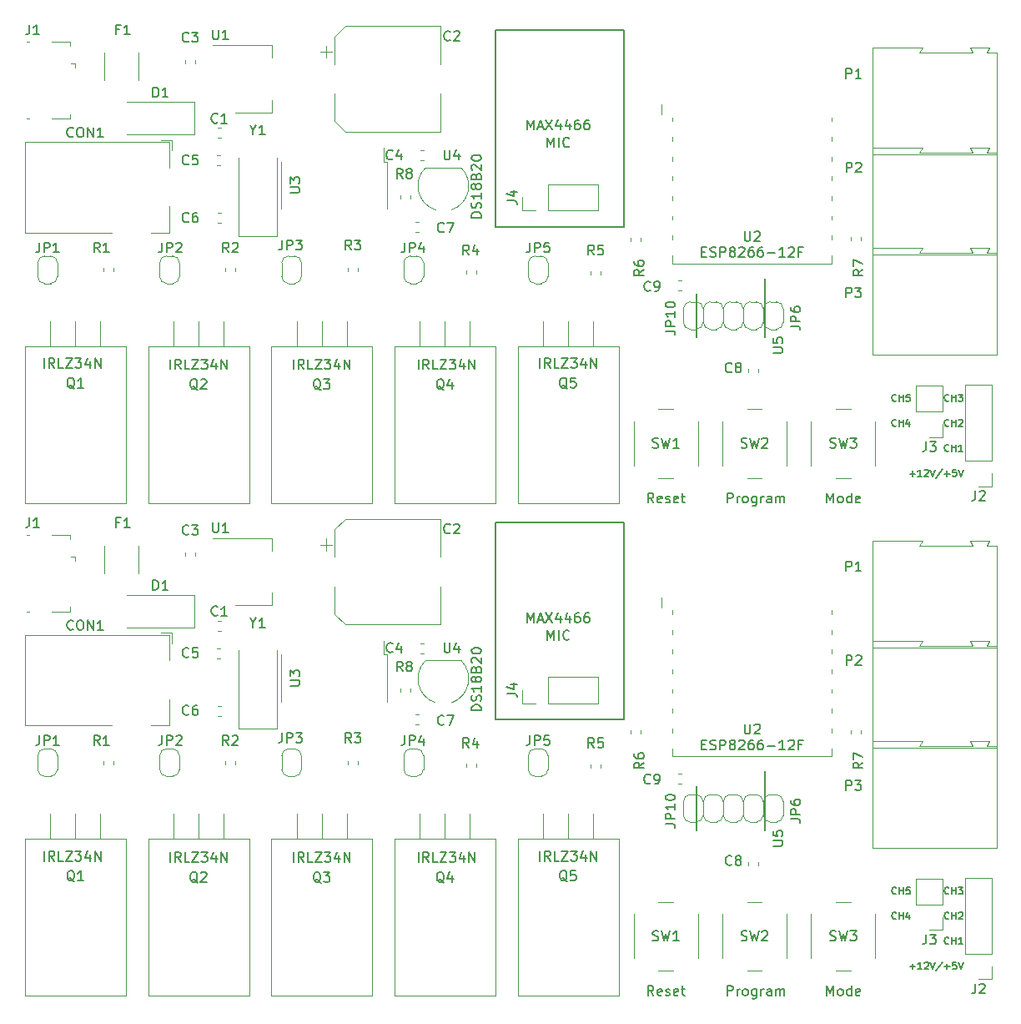
<source format=gto>
G04 #@! TF.GenerationSoftware,KiCad,Pcbnew,5.0.2-bee76a0~70~ubuntu18.04.1*
G04 #@! TF.CreationDate,2019-01-17T01:44:13+01:00*
G04 #@! TF.ProjectId,ESPLED,4553504c-4544-42e6-9b69-6361645f7063,rev?*
G04 #@! TF.SameCoordinates,Original*
G04 #@! TF.FileFunction,Legend,Top*
G04 #@! TF.FilePolarity,Positive*
%FSLAX46Y46*%
G04 Gerber Fmt 4.6, Leading zero omitted, Abs format (unit mm)*
G04 Created by KiCad (PCBNEW 5.0.2-bee76a0~70~ubuntu18.04.1) date Do 17 Jan 2019 01:44:13 CET*
%MOMM*%
%LPD*%
G01*
G04 APERTURE LIST*
%ADD10C,0.200000*%
%ADD11C,0.175000*%
%ADD12C,0.150000*%
%ADD13C,0.120000*%
G04 APERTURE END LIST*
D10*
X141000000Y-66000000D02*
X141000000Y-46000000D01*
D11*
X186968666Y-83628000D02*
X186935333Y-83661333D01*
X186835333Y-83694666D01*
X186768666Y-83694666D01*
X186668666Y-83661333D01*
X186602000Y-83594666D01*
X186568666Y-83528000D01*
X186535333Y-83394666D01*
X186535333Y-83294666D01*
X186568666Y-83161333D01*
X186602000Y-83094666D01*
X186668666Y-83028000D01*
X186768666Y-82994666D01*
X186835333Y-82994666D01*
X186935333Y-83028000D01*
X186968666Y-83061333D01*
X187268666Y-83694666D02*
X187268666Y-82994666D01*
X187268666Y-83328000D02*
X187668666Y-83328000D01*
X187668666Y-83694666D02*
X187668666Y-82994666D01*
X187935333Y-82994666D02*
X188368666Y-82994666D01*
X188135333Y-83261333D01*
X188235333Y-83261333D01*
X188302000Y-83294666D01*
X188335333Y-83328000D01*
X188368666Y-83394666D01*
X188368666Y-83561333D01*
X188335333Y-83628000D01*
X188302000Y-83661333D01*
X188235333Y-83694666D01*
X188035333Y-83694666D01*
X187968666Y-83661333D01*
X187935333Y-83628000D01*
X186968666Y-86168000D02*
X186935333Y-86201333D01*
X186835333Y-86234666D01*
X186768666Y-86234666D01*
X186668666Y-86201333D01*
X186602000Y-86134666D01*
X186568666Y-86068000D01*
X186535333Y-85934666D01*
X186535333Y-85834666D01*
X186568666Y-85701333D01*
X186602000Y-85634666D01*
X186668666Y-85568000D01*
X186768666Y-85534666D01*
X186835333Y-85534666D01*
X186935333Y-85568000D01*
X186968666Y-85601333D01*
X187268666Y-86234666D02*
X187268666Y-85534666D01*
X187268666Y-85868000D02*
X187668666Y-85868000D01*
X187668666Y-86234666D02*
X187668666Y-85534666D01*
X187968666Y-85601333D02*
X188002000Y-85568000D01*
X188068666Y-85534666D01*
X188235333Y-85534666D01*
X188302000Y-85568000D01*
X188335333Y-85601333D01*
X188368666Y-85668000D01*
X188368666Y-85734666D01*
X188335333Y-85834666D01*
X187935333Y-86234666D01*
X188368666Y-86234666D01*
D10*
X141000000Y-46000000D02*
X154000000Y-46000000D01*
X154000000Y-46000000D02*
X154000000Y-66000000D01*
X154000000Y-66000000D02*
X141000000Y-66000000D01*
D12*
X144177142Y-56144380D02*
X144177142Y-55144380D01*
X144510476Y-55858666D01*
X144843809Y-55144380D01*
X144843809Y-56144380D01*
X145272380Y-55858666D02*
X145748571Y-55858666D01*
X145177142Y-56144380D02*
X145510476Y-55144380D01*
X145843809Y-56144380D01*
X146081904Y-55144380D02*
X146748571Y-56144380D01*
X146748571Y-55144380D02*
X146081904Y-56144380D01*
X147558095Y-55477714D02*
X147558095Y-56144380D01*
X147320000Y-55096761D02*
X147081904Y-55811047D01*
X147700952Y-55811047D01*
X148510476Y-55477714D02*
X148510476Y-56144380D01*
X148272380Y-55096761D02*
X148034285Y-55811047D01*
X148653333Y-55811047D01*
X149462857Y-55144380D02*
X149272380Y-55144380D01*
X149177142Y-55192000D01*
X149129523Y-55239619D01*
X149034285Y-55382476D01*
X148986666Y-55572952D01*
X148986666Y-55953904D01*
X149034285Y-56049142D01*
X149081904Y-56096761D01*
X149177142Y-56144380D01*
X149367619Y-56144380D01*
X149462857Y-56096761D01*
X149510476Y-56049142D01*
X149558095Y-55953904D01*
X149558095Y-55715809D01*
X149510476Y-55620571D01*
X149462857Y-55572952D01*
X149367619Y-55525333D01*
X149177142Y-55525333D01*
X149081904Y-55572952D01*
X149034285Y-55620571D01*
X148986666Y-55715809D01*
X150415238Y-55144380D02*
X150224761Y-55144380D01*
X150129523Y-55192000D01*
X150081904Y-55239619D01*
X149986666Y-55382476D01*
X149939047Y-55572952D01*
X149939047Y-55953904D01*
X149986666Y-56049142D01*
X150034285Y-56096761D01*
X150129523Y-56144380D01*
X150320000Y-56144380D01*
X150415238Y-56096761D01*
X150462857Y-56049142D01*
X150510476Y-55953904D01*
X150510476Y-55715809D01*
X150462857Y-55620571D01*
X150415238Y-55572952D01*
X150320000Y-55525333D01*
X150129523Y-55525333D01*
X150034285Y-55572952D01*
X149986666Y-55620571D01*
X149939047Y-55715809D01*
D11*
X186968666Y-88708000D02*
X186935333Y-88741333D01*
X186835333Y-88774666D01*
X186768666Y-88774666D01*
X186668666Y-88741333D01*
X186602000Y-88674666D01*
X186568666Y-88608000D01*
X186535333Y-88474666D01*
X186535333Y-88374666D01*
X186568666Y-88241333D01*
X186602000Y-88174666D01*
X186668666Y-88108000D01*
X186768666Y-88074666D01*
X186835333Y-88074666D01*
X186935333Y-88108000D01*
X186968666Y-88141333D01*
X187268666Y-88774666D02*
X187268666Y-88074666D01*
X187268666Y-88408000D02*
X187668666Y-88408000D01*
X187668666Y-88774666D02*
X187668666Y-88074666D01*
X188368666Y-88774666D02*
X187968666Y-88774666D01*
X188168666Y-88774666D02*
X188168666Y-88074666D01*
X188102000Y-88174666D01*
X188035333Y-88241333D01*
X187968666Y-88274666D01*
X181634666Y-83628000D02*
X181601333Y-83661333D01*
X181501333Y-83694666D01*
X181434666Y-83694666D01*
X181334666Y-83661333D01*
X181268000Y-83594666D01*
X181234666Y-83528000D01*
X181201333Y-83394666D01*
X181201333Y-83294666D01*
X181234666Y-83161333D01*
X181268000Y-83094666D01*
X181334666Y-83028000D01*
X181434666Y-82994666D01*
X181501333Y-82994666D01*
X181601333Y-83028000D01*
X181634666Y-83061333D01*
X181934666Y-83694666D02*
X181934666Y-82994666D01*
X181934666Y-83328000D02*
X182334666Y-83328000D01*
X182334666Y-83694666D02*
X182334666Y-82994666D01*
X183001333Y-82994666D02*
X182668000Y-82994666D01*
X182634666Y-83328000D01*
X182668000Y-83294666D01*
X182734666Y-83261333D01*
X182901333Y-83261333D01*
X182968000Y-83294666D01*
X183001333Y-83328000D01*
X183034666Y-83394666D01*
X183034666Y-83561333D01*
X183001333Y-83628000D01*
X182968000Y-83661333D01*
X182901333Y-83694666D01*
X182734666Y-83694666D01*
X182668000Y-83661333D01*
X182634666Y-83628000D01*
X183001999Y-91048000D02*
X183535332Y-91048000D01*
X183268666Y-91314666D02*
X183268666Y-90781333D01*
X184235332Y-91314666D02*
X183835332Y-91314666D01*
X184035332Y-91314666D02*
X184035332Y-90614666D01*
X183968666Y-90714666D01*
X183901999Y-90781333D01*
X183835332Y-90814666D01*
X184501999Y-90681333D02*
X184535332Y-90648000D01*
X184601999Y-90614666D01*
X184768666Y-90614666D01*
X184835332Y-90648000D01*
X184868666Y-90681333D01*
X184901999Y-90748000D01*
X184901999Y-90814666D01*
X184868666Y-90914666D01*
X184468666Y-91314666D01*
X184901999Y-91314666D01*
X185101999Y-90614666D02*
X185335332Y-91314666D01*
X185568666Y-90614666D01*
X186301999Y-90581333D02*
X185701999Y-91481333D01*
X186535332Y-91048000D02*
X187068666Y-91048000D01*
X186801999Y-91314666D02*
X186801999Y-90781333D01*
X187735332Y-90614666D02*
X187401999Y-90614666D01*
X187368666Y-90948000D01*
X187401999Y-90914666D01*
X187468666Y-90881333D01*
X187635332Y-90881333D01*
X187701999Y-90914666D01*
X187735332Y-90948000D01*
X187768666Y-91014666D01*
X187768666Y-91181333D01*
X187735332Y-91248000D01*
X187701999Y-91281333D01*
X187635332Y-91314666D01*
X187468666Y-91314666D01*
X187401999Y-91281333D01*
X187368666Y-91248000D01*
X187968666Y-90614666D02*
X188201999Y-91314666D01*
X188435332Y-90614666D01*
X181634666Y-86168000D02*
X181601333Y-86201333D01*
X181501333Y-86234666D01*
X181434666Y-86234666D01*
X181334666Y-86201333D01*
X181268000Y-86134666D01*
X181234666Y-86068000D01*
X181201333Y-85934666D01*
X181201333Y-85834666D01*
X181234666Y-85701333D01*
X181268000Y-85634666D01*
X181334666Y-85568000D01*
X181434666Y-85534666D01*
X181501333Y-85534666D01*
X181601333Y-85568000D01*
X181634666Y-85601333D01*
X181934666Y-86234666D02*
X181934666Y-85534666D01*
X181934666Y-85868000D02*
X182334666Y-85868000D01*
X182334666Y-86234666D02*
X182334666Y-85534666D01*
X182968000Y-85768000D02*
X182968000Y-86234666D01*
X182801333Y-85501333D02*
X182634666Y-86001333D01*
X183068000Y-86001333D01*
X186968666Y-133628000D02*
X186935333Y-133661333D01*
X186835333Y-133694666D01*
X186768666Y-133694666D01*
X186668666Y-133661333D01*
X186602000Y-133594666D01*
X186568666Y-133528000D01*
X186535333Y-133394666D01*
X186535333Y-133294666D01*
X186568666Y-133161333D01*
X186602000Y-133094666D01*
X186668666Y-133028000D01*
X186768666Y-132994666D01*
X186835333Y-132994666D01*
X186935333Y-133028000D01*
X186968666Y-133061333D01*
X187268666Y-133694666D02*
X187268666Y-132994666D01*
X187268666Y-133328000D02*
X187668666Y-133328000D01*
X187668666Y-133694666D02*
X187668666Y-132994666D01*
X187935333Y-132994666D02*
X188368666Y-132994666D01*
X188135333Y-133261333D01*
X188235333Y-133261333D01*
X188302000Y-133294666D01*
X188335333Y-133328000D01*
X188368666Y-133394666D01*
X188368666Y-133561333D01*
X188335333Y-133628000D01*
X188302000Y-133661333D01*
X188235333Y-133694666D01*
X188035333Y-133694666D01*
X187968666Y-133661333D01*
X187935333Y-133628000D01*
X186968666Y-136168000D02*
X186935333Y-136201333D01*
X186835333Y-136234666D01*
X186768666Y-136234666D01*
X186668666Y-136201333D01*
X186602000Y-136134666D01*
X186568666Y-136068000D01*
X186535333Y-135934666D01*
X186535333Y-135834666D01*
X186568666Y-135701333D01*
X186602000Y-135634666D01*
X186668666Y-135568000D01*
X186768666Y-135534666D01*
X186835333Y-135534666D01*
X186935333Y-135568000D01*
X186968666Y-135601333D01*
X187268666Y-136234666D02*
X187268666Y-135534666D01*
X187268666Y-135868000D02*
X187668666Y-135868000D01*
X187668666Y-136234666D02*
X187668666Y-135534666D01*
X187968666Y-135601333D02*
X188002000Y-135568000D01*
X188068666Y-135534666D01*
X188235333Y-135534666D01*
X188302000Y-135568000D01*
X188335333Y-135601333D01*
X188368666Y-135668000D01*
X188368666Y-135734666D01*
X188335333Y-135834666D01*
X187935333Y-136234666D01*
X188368666Y-136234666D01*
X181634666Y-136168000D02*
X181601333Y-136201333D01*
X181501333Y-136234666D01*
X181434666Y-136234666D01*
X181334666Y-136201333D01*
X181268000Y-136134666D01*
X181234666Y-136068000D01*
X181201333Y-135934666D01*
X181201333Y-135834666D01*
X181234666Y-135701333D01*
X181268000Y-135634666D01*
X181334666Y-135568000D01*
X181434666Y-135534666D01*
X181501333Y-135534666D01*
X181601333Y-135568000D01*
X181634666Y-135601333D01*
X181934666Y-136234666D02*
X181934666Y-135534666D01*
X181934666Y-135868000D02*
X182334666Y-135868000D01*
X182334666Y-136234666D02*
X182334666Y-135534666D01*
X182968000Y-135768000D02*
X182968000Y-136234666D01*
X182801333Y-135501333D02*
X182634666Y-136001333D01*
X183068000Y-136001333D01*
X183001999Y-141048000D02*
X183535332Y-141048000D01*
X183268666Y-141314666D02*
X183268666Y-140781333D01*
X184235332Y-141314666D02*
X183835332Y-141314666D01*
X184035332Y-141314666D02*
X184035332Y-140614666D01*
X183968666Y-140714666D01*
X183901999Y-140781333D01*
X183835332Y-140814666D01*
X184501999Y-140681333D02*
X184535332Y-140648000D01*
X184601999Y-140614666D01*
X184768666Y-140614666D01*
X184835332Y-140648000D01*
X184868666Y-140681333D01*
X184901999Y-140748000D01*
X184901999Y-140814666D01*
X184868666Y-140914666D01*
X184468666Y-141314666D01*
X184901999Y-141314666D01*
X185101999Y-140614666D02*
X185335332Y-141314666D01*
X185568666Y-140614666D01*
X186301999Y-140581333D02*
X185701999Y-141481333D01*
X186535332Y-141048000D02*
X187068666Y-141048000D01*
X186801999Y-141314666D02*
X186801999Y-140781333D01*
X187735332Y-140614666D02*
X187401999Y-140614666D01*
X187368666Y-140948000D01*
X187401999Y-140914666D01*
X187468666Y-140881333D01*
X187635332Y-140881333D01*
X187701999Y-140914666D01*
X187735332Y-140948000D01*
X187768666Y-141014666D01*
X187768666Y-141181333D01*
X187735332Y-141248000D01*
X187701999Y-141281333D01*
X187635332Y-141314666D01*
X187468666Y-141314666D01*
X187401999Y-141281333D01*
X187368666Y-141248000D01*
X187968666Y-140614666D02*
X188201999Y-141314666D01*
X188435332Y-140614666D01*
X181634666Y-133628000D02*
X181601333Y-133661333D01*
X181501333Y-133694666D01*
X181434666Y-133694666D01*
X181334666Y-133661333D01*
X181268000Y-133594666D01*
X181234666Y-133528000D01*
X181201333Y-133394666D01*
X181201333Y-133294666D01*
X181234666Y-133161333D01*
X181268000Y-133094666D01*
X181334666Y-133028000D01*
X181434666Y-132994666D01*
X181501333Y-132994666D01*
X181601333Y-133028000D01*
X181634666Y-133061333D01*
X181934666Y-133694666D02*
X181934666Y-132994666D01*
X181934666Y-133328000D02*
X182334666Y-133328000D01*
X182334666Y-133694666D02*
X182334666Y-132994666D01*
X183001333Y-132994666D02*
X182668000Y-132994666D01*
X182634666Y-133328000D01*
X182668000Y-133294666D01*
X182734666Y-133261333D01*
X182901333Y-133261333D01*
X182968000Y-133294666D01*
X183001333Y-133328000D01*
X183034666Y-133394666D01*
X183034666Y-133561333D01*
X183001333Y-133628000D01*
X182968000Y-133661333D01*
X182901333Y-133694666D01*
X182734666Y-133694666D01*
X182668000Y-133661333D01*
X182634666Y-133628000D01*
X186968666Y-138708000D02*
X186935333Y-138741333D01*
X186835333Y-138774666D01*
X186768666Y-138774666D01*
X186668666Y-138741333D01*
X186602000Y-138674666D01*
X186568666Y-138608000D01*
X186535333Y-138474666D01*
X186535333Y-138374666D01*
X186568666Y-138241333D01*
X186602000Y-138174666D01*
X186668666Y-138108000D01*
X186768666Y-138074666D01*
X186835333Y-138074666D01*
X186935333Y-138108000D01*
X186968666Y-138141333D01*
X187268666Y-138774666D02*
X187268666Y-138074666D01*
X187268666Y-138408000D02*
X187668666Y-138408000D01*
X187668666Y-138774666D02*
X187668666Y-138074666D01*
X188368666Y-138774666D02*
X187968666Y-138774666D01*
X188168666Y-138774666D02*
X188168666Y-138074666D01*
X188102000Y-138174666D01*
X188035333Y-138241333D01*
X187968666Y-138274666D01*
D12*
X144177142Y-106144380D02*
X144177142Y-105144380D01*
X144510476Y-105858666D01*
X144843809Y-105144380D01*
X144843809Y-106144380D01*
X145272380Y-105858666D02*
X145748571Y-105858666D01*
X145177142Y-106144380D02*
X145510476Y-105144380D01*
X145843809Y-106144380D01*
X146081904Y-105144380D02*
X146748571Y-106144380D01*
X146748571Y-105144380D02*
X146081904Y-106144380D01*
X147558095Y-105477714D02*
X147558095Y-106144380D01*
X147320000Y-105096761D02*
X147081904Y-105811047D01*
X147700952Y-105811047D01*
X148510476Y-105477714D02*
X148510476Y-106144380D01*
X148272380Y-105096761D02*
X148034285Y-105811047D01*
X148653333Y-105811047D01*
X149462857Y-105144380D02*
X149272380Y-105144380D01*
X149177142Y-105192000D01*
X149129523Y-105239619D01*
X149034285Y-105382476D01*
X148986666Y-105572952D01*
X148986666Y-105953904D01*
X149034285Y-106049142D01*
X149081904Y-106096761D01*
X149177142Y-106144380D01*
X149367619Y-106144380D01*
X149462857Y-106096761D01*
X149510476Y-106049142D01*
X149558095Y-105953904D01*
X149558095Y-105715809D01*
X149510476Y-105620571D01*
X149462857Y-105572952D01*
X149367619Y-105525333D01*
X149177142Y-105525333D01*
X149081904Y-105572952D01*
X149034285Y-105620571D01*
X148986666Y-105715809D01*
X150415238Y-105144380D02*
X150224761Y-105144380D01*
X150129523Y-105192000D01*
X150081904Y-105239619D01*
X149986666Y-105382476D01*
X149939047Y-105572952D01*
X149939047Y-105953904D01*
X149986666Y-106049142D01*
X150034285Y-106096761D01*
X150129523Y-106144380D01*
X150320000Y-106144380D01*
X150415238Y-106096761D01*
X150462857Y-106049142D01*
X150510476Y-105953904D01*
X150510476Y-105715809D01*
X150462857Y-105620571D01*
X150415238Y-105572952D01*
X150320000Y-105525333D01*
X150129523Y-105525333D01*
X150034285Y-105572952D01*
X149986666Y-105620571D01*
X149939047Y-105715809D01*
D10*
X141000000Y-116000000D02*
X141000000Y-96000000D01*
X154000000Y-116000000D02*
X141000000Y-116000000D01*
X154000000Y-96000000D02*
X154000000Y-116000000D01*
X141000000Y-96000000D02*
X154000000Y-96000000D01*
D13*
G04 #@! TO.C,U3*
X119191792Y-59388000D02*
X119191792Y-64188000D01*
X129991792Y-59388000D02*
X129991792Y-64188000D01*
X129591792Y-59388000D02*
X129591792Y-57988000D01*
X129991792Y-59388000D02*
X129591792Y-59388000D01*
G04 #@! TO.C,JP3*
X119265892Y-69650000D02*
G75*
G02X119965892Y-68950000I700000J0D01*
G01*
X120565892Y-68950000D02*
G75*
G02X121265892Y-69650000I0J-700000D01*
G01*
X121265892Y-71050000D02*
G75*
G02X120565892Y-71750000I-700000J0D01*
G01*
X119965892Y-71750000D02*
G75*
G02X119265892Y-71050000I0J700000D01*
G01*
X120565892Y-71750000D02*
X119965892Y-71750000D01*
X121265892Y-69650000D02*
X121265892Y-71050000D01*
X119965892Y-68950000D02*
X120565892Y-68950000D01*
X119265892Y-71050000D02*
X119265892Y-69650000D01*
G04 #@! TO.C,C8*
X166622000Y-80412733D02*
X166622000Y-80755267D01*
X167642000Y-80412733D02*
X167642000Y-80755267D01*
G04 #@! TO.C,R8*
X132336000Y-62828733D02*
X132336000Y-63171267D01*
X131316000Y-62828733D02*
X131316000Y-63171267D01*
G04 #@! TO.C,R3*
X125947365Y-70521267D02*
X125947365Y-70178733D01*
X126967365Y-70521267D02*
X126967365Y-70178733D01*
G04 #@! TO.C,JP10*
X160036000Y-75696000D02*
X160036000Y-74296000D01*
X160736000Y-73596000D02*
X161336000Y-73596000D01*
X162036000Y-74296000D02*
X162036000Y-75696000D01*
X161336000Y-76396000D02*
X160736000Y-76396000D01*
X160736000Y-76396000D02*
G75*
G02X160036000Y-75696000I0J700000D01*
G01*
X162036000Y-75696000D02*
G75*
G02X161336000Y-76396000I-700000J0D01*
G01*
X161336000Y-73596000D02*
G75*
G02X162036000Y-74296000I0J-700000D01*
G01*
X160036000Y-74296000D02*
G75*
G02X160736000Y-73596000I700000J0D01*
G01*
G04 #@! TO.C,R5*
X151640000Y-70849267D02*
X151640000Y-70506733D01*
X150620000Y-70849267D02*
X150620000Y-70506733D01*
G04 #@! TO.C,F1*
X104710000Y-51126252D02*
X104710000Y-48353748D01*
X101290000Y-51126252D02*
X101290000Y-48353748D01*
G04 #@! TO.C,JP5*
X144288000Y-69650000D02*
G75*
G02X144988000Y-68950000I700000J0D01*
G01*
X145588000Y-68950000D02*
G75*
G02X146288000Y-69650000I0J-700000D01*
G01*
X146288000Y-71050000D02*
G75*
G02X145588000Y-71750000I-700000J0D01*
G01*
X144988000Y-71750000D02*
G75*
G02X144288000Y-71050000I0J700000D01*
G01*
X145588000Y-71750000D02*
X144988000Y-71750000D01*
X146288000Y-69650000D02*
X146288000Y-71050000D01*
X144988000Y-68950000D02*
X145588000Y-68950000D01*
X144288000Y-71050000D02*
X144288000Y-69650000D01*
G04 #@! TO.C,C2*
X123775000Y-47615000D02*
X123775000Y-48865000D01*
X123150000Y-48240000D02*
X124400000Y-48240000D01*
X124640000Y-55295563D02*
X125704437Y-56360000D01*
X124640000Y-46704437D02*
X125704437Y-45640000D01*
X124640000Y-46704437D02*
X124640000Y-49490000D01*
X124640000Y-55295563D02*
X124640000Y-52510000D01*
X125704437Y-56360000D02*
X135360000Y-56360000D01*
X125704437Y-45640000D02*
X135360000Y-45640000D01*
X135360000Y-45640000D02*
X135360000Y-49490000D01*
X135360000Y-56360000D02*
X135360000Y-52510000D01*
G04 #@! TO.C,JP2*
X106882946Y-69650000D02*
G75*
G02X107582946Y-68950000I700000J0D01*
G01*
X108182946Y-68950000D02*
G75*
G02X108882946Y-69650000I0J-700000D01*
G01*
X108882946Y-71050000D02*
G75*
G02X108182946Y-71750000I-700000J0D01*
G01*
X107582946Y-71750000D02*
G75*
G02X106882946Y-71050000I0J700000D01*
G01*
X108182946Y-71750000D02*
X107582946Y-71750000D01*
X108882946Y-69650000D02*
X108882946Y-71050000D01*
X107582946Y-68950000D02*
X108182946Y-68950000D01*
X106882946Y-71050000D02*
X106882946Y-69650000D01*
G04 #@! TO.C,U1*
X112290000Y-47570000D02*
X118300000Y-47570000D01*
X114540000Y-54390000D02*
X118300000Y-54390000D01*
X118300000Y-47570000D02*
X118300000Y-48830000D01*
X118300000Y-54390000D02*
X118300000Y-53130000D01*
G04 #@! TO.C,R4*
X137990000Y-70796267D02*
X137990000Y-70453733D01*
X139010000Y-70796267D02*
X139010000Y-70453733D01*
G04 #@! TO.C,SW2*
X168000000Y-84472000D02*
X166500000Y-84472000D01*
X164000000Y-85722000D02*
X164000000Y-90222000D01*
X166500000Y-91472000D02*
X168000000Y-91472000D01*
X170500000Y-90222000D02*
X170500000Y-85722000D01*
G04 #@! TO.C,C7*
X133171267Y-65490000D02*
X132828733Y-65490000D01*
X133171267Y-66510000D02*
X132828733Y-66510000D01*
G04 #@! TO.C,C3*
X109490000Y-49387267D02*
X109490000Y-49044733D01*
X110510000Y-49387267D02*
X110510000Y-49044733D01*
G04 #@! TO.C,R6*
X155704000Y-67434267D02*
X155704000Y-67091733D01*
X154684000Y-67434267D02*
X154684000Y-67091733D01*
G04 #@! TO.C,SW3*
X177000000Y-84472000D02*
X175500000Y-84472000D01*
X173000000Y-85722000D02*
X173000000Y-90222000D01*
X175500000Y-91472000D02*
X177000000Y-91472000D01*
X179500000Y-90222000D02*
X179500000Y-85722000D01*
G04 #@! TO.C,Q3*
X120781035Y-78110101D02*
X120781035Y-75570101D01*
X123321035Y-78110101D02*
X123321035Y-75570101D01*
X125861035Y-78110101D02*
X125861035Y-75570101D01*
X118201035Y-94000101D02*
X118201035Y-78110101D01*
X128441035Y-94000101D02*
X128441035Y-78110101D01*
X128441035Y-94000101D02*
X118201035Y-94000101D01*
X128441035Y-78110101D02*
X118201035Y-78110101D01*
G04 #@! TO.C,Q5*
X153453785Y-78110101D02*
X143213785Y-78110101D01*
X153453785Y-94000101D02*
X143213785Y-94000101D01*
X153453785Y-94000101D02*
X153453785Y-78110101D01*
X143213785Y-94000101D02*
X143213785Y-78110101D01*
X150873785Y-78110101D02*
X150873785Y-75570101D01*
X148333785Y-78110101D02*
X148333785Y-75570101D01*
X145793785Y-78110101D02*
X145793785Y-75570101D01*
G04 #@! TO.C,R2*
X114584419Y-70521267D02*
X114584419Y-70178733D01*
X113564419Y-70521267D02*
X113564419Y-70178733D01*
G04 #@! TO.C,P2*
X179215000Y-57992000D02*
X179215000Y-68842000D01*
X184315000Y-57992000D02*
X179215000Y-57992000D01*
X184015000Y-58492000D02*
X184315000Y-57992000D01*
X189415000Y-58492000D02*
X184015000Y-58492000D01*
X189165000Y-57992000D02*
X189415000Y-58492000D01*
X189215000Y-57992000D02*
X189165000Y-57992000D01*
X191115000Y-57992000D02*
X189215000Y-57992000D01*
X190865000Y-58492000D02*
X191115000Y-57992000D01*
X191815000Y-58492000D02*
X190865000Y-58492000D01*
X191815000Y-68842000D02*
X191815000Y-58492000D01*
X179215000Y-68842000D02*
X191815000Y-68842000D01*
G04 #@! TO.C,P3*
X179215000Y-68152000D02*
X179215000Y-79002000D01*
X184315000Y-68152000D02*
X179215000Y-68152000D01*
X184015000Y-68652000D02*
X184315000Y-68152000D01*
X189415000Y-68652000D02*
X184015000Y-68652000D01*
X189165000Y-68152000D02*
X189415000Y-68652000D01*
X189215000Y-68152000D02*
X189165000Y-68152000D01*
X191115000Y-68152000D02*
X189215000Y-68152000D01*
X190865000Y-68652000D02*
X191115000Y-68152000D01*
X191815000Y-68652000D02*
X190865000Y-68652000D01*
X191815000Y-79002000D02*
X191815000Y-68652000D01*
X179215000Y-79002000D02*
X191815000Y-79002000D01*
G04 #@! TO.C,Q2*
X115944222Y-78110101D02*
X105704222Y-78110101D01*
X115944222Y-94000101D02*
X105704222Y-94000101D01*
X115944222Y-94000101D02*
X115944222Y-78110101D01*
X105704222Y-94000101D02*
X105704222Y-78110101D01*
X113364222Y-78110101D02*
X113364222Y-75570101D01*
X110824222Y-78110101D02*
X110824222Y-75570101D01*
X108284222Y-78110101D02*
X108284222Y-75570101D01*
G04 #@! TO.C,P1*
X179215000Y-58682000D02*
X191815000Y-58682000D01*
X191815000Y-58682000D02*
X191815000Y-48332000D01*
X191815000Y-48332000D02*
X190865000Y-48332000D01*
X190865000Y-48332000D02*
X191115000Y-47832000D01*
X191115000Y-47832000D02*
X189215000Y-47832000D01*
X189215000Y-47832000D02*
X189165000Y-47832000D01*
X189165000Y-47832000D02*
X189415000Y-48332000D01*
X189415000Y-48332000D02*
X184015000Y-48332000D01*
X184015000Y-48332000D02*
X184315000Y-47832000D01*
X184315000Y-47832000D02*
X179215000Y-47832000D01*
X179215000Y-47832000D02*
X179215000Y-58682000D01*
G04 #@! TO.C,C1*
X112745733Y-55944000D02*
X113088267Y-55944000D01*
X112745733Y-56964000D02*
X113088267Y-56964000D01*
G04 #@! TO.C,U2*
X175120000Y-68894000D02*
X175120000Y-69714000D01*
X175120000Y-69714000D02*
X158880000Y-69714000D01*
X158880000Y-69714000D02*
X158880000Y-68894000D01*
X157850000Y-53594000D02*
X157850000Y-54594000D01*
X158880000Y-67294000D02*
X158880000Y-66894000D01*
X175120000Y-67294000D02*
X175120000Y-66894000D01*
X158880000Y-65294000D02*
X158880000Y-64894000D01*
X175120000Y-65294000D02*
X175120000Y-64894000D01*
X158880000Y-63294000D02*
X158880000Y-62894000D01*
X175120000Y-63294000D02*
X175120000Y-62894000D01*
X158880000Y-61294000D02*
X158880000Y-60894000D01*
X175120000Y-61294000D02*
X175120000Y-60894000D01*
X158880000Y-59294000D02*
X158880000Y-58894000D01*
X175120000Y-59294000D02*
X175120000Y-58894000D01*
X158880000Y-57294000D02*
X158880000Y-56894000D01*
X175120000Y-57294000D02*
X175120000Y-56894000D01*
X158880000Y-55294000D02*
X158880000Y-54894000D01*
X175120000Y-55294000D02*
X175120000Y-54894000D01*
G04 #@! TO.C,R7*
X177036000Y-67063733D02*
X177036000Y-67406267D01*
X178056000Y-67063733D02*
X178056000Y-67406267D01*
G04 #@! TO.C,Q4*
X133290596Y-78110101D02*
X133290596Y-75570101D01*
X135830596Y-78110101D02*
X135830596Y-75570101D01*
X138370596Y-78110101D02*
X138370596Y-75570101D01*
X130710596Y-94000101D02*
X130710596Y-78110101D01*
X140950596Y-94000101D02*
X140950596Y-78110101D01*
X140950596Y-94000101D02*
X130710596Y-94000101D01*
X140950596Y-78110101D02*
X130710596Y-78110101D01*
G04 #@! TO.C,J1*
X98324500Y-49420000D02*
X97874500Y-49420000D01*
X98324500Y-49420000D02*
X98324500Y-49870000D01*
X97774500Y-55020000D02*
X97774500Y-54570000D01*
X95924500Y-55020000D02*
X97774500Y-55020000D01*
X93374500Y-47220000D02*
X93624500Y-47220000D01*
X93374500Y-55020000D02*
X93624500Y-55020000D01*
X95924500Y-47220000D02*
X97774500Y-47220000D01*
X97774500Y-47220000D02*
X97774500Y-47670000D01*
G04 #@! TO.C,D1*
X110400000Y-56650000D02*
X103500000Y-56650000D01*
X110400000Y-53350000D02*
X103500000Y-53350000D01*
X110400000Y-56650000D02*
X110400000Y-53350000D01*
G04 #@! TO.C,Q1*
X95787409Y-78110101D02*
X95787409Y-75570101D01*
X98327409Y-78110101D02*
X98327409Y-75570101D01*
X100867409Y-78110101D02*
X100867409Y-75570101D01*
X93207409Y-94000101D02*
X93207409Y-78110101D01*
X103447409Y-94000101D02*
X103447409Y-78110101D01*
X103447409Y-94000101D02*
X93207409Y-94000101D01*
X103447409Y-78110101D02*
X93207409Y-78110101D01*
G04 #@! TO.C,JP1*
X94500000Y-71050000D02*
X94500000Y-69650000D01*
X95200000Y-68950000D02*
X95800000Y-68950000D01*
X96500000Y-69650000D02*
X96500000Y-71050000D01*
X95800000Y-71750000D02*
X95200000Y-71750000D01*
X95200000Y-71750000D02*
G75*
G02X94500000Y-71050000I0J700000D01*
G01*
X96500000Y-71050000D02*
G75*
G02X95800000Y-71750000I-700000J0D01*
G01*
X95800000Y-68950000D02*
G75*
G02X96500000Y-69650000I0J-700000D01*
G01*
X94500000Y-69650000D02*
G75*
G02X95200000Y-68950000I700000J0D01*
G01*
G04 #@! TO.C,R1*
X101181473Y-70521267D02*
X101181473Y-70178733D01*
X102201473Y-70521267D02*
X102201473Y-70178733D01*
G04 #@! TO.C,Y1*
X118790000Y-66935500D02*
X118790000Y-58960500D01*
X114890000Y-66935500D02*
X118790000Y-66935500D01*
X114890000Y-58960500D02*
X114890000Y-66935500D01*
G04 #@! TO.C,U4*
X133855055Y-60010316D02*
G75*
G03X134883500Y-64288000I1808445J-1827684D01*
G01*
X137475375Y-59996259D02*
G75*
G02X136483500Y-64288000I-1811875J-1841741D01*
G01*
X137463500Y-59988000D02*
X133863500Y-59988000D01*
G04 #@! TO.C,JP4*
X131648838Y-69650000D02*
G75*
G02X132348838Y-68950000I700000J0D01*
G01*
X132948838Y-68950000D02*
G75*
G02X133648838Y-69650000I0J-700000D01*
G01*
X133648838Y-71050000D02*
G75*
G02X132948838Y-71750000I-700000J0D01*
G01*
X132348838Y-71750000D02*
G75*
G02X131648838Y-71050000I0J700000D01*
G01*
X132948838Y-71750000D02*
X132348838Y-71750000D01*
X133648838Y-69650000D02*
X133648838Y-71050000D01*
X132348838Y-68950000D02*
X132948838Y-68950000D01*
X131648838Y-71050000D02*
X131648838Y-69650000D01*
G04 #@! TO.C,J4*
X143670000Y-64330000D02*
X143670000Y-63000000D01*
X145000000Y-64330000D02*
X143670000Y-64330000D01*
X146270000Y-64330000D02*
X146270000Y-61670000D01*
X146270000Y-61670000D02*
X151410000Y-61670000D01*
X146270000Y-64330000D02*
X151410000Y-64330000D01*
X151410000Y-64330000D02*
X151410000Y-61670000D01*
G04 #@! TO.C,J3*
X186330000Y-87330000D02*
X185000000Y-87330000D01*
X186330000Y-86000000D02*
X186330000Y-87330000D01*
X186330000Y-84730000D02*
X183670000Y-84730000D01*
X183670000Y-84730000D02*
X183670000Y-82130000D01*
X186330000Y-84730000D02*
X186330000Y-82130000D01*
X186330000Y-82130000D02*
X183670000Y-82130000D01*
G04 #@! TO.C,J2*
X191330000Y-92330000D02*
X190000000Y-92330000D01*
X191330000Y-91000000D02*
X191330000Y-92330000D01*
X191330000Y-89730000D02*
X188670000Y-89730000D01*
X188670000Y-89730000D02*
X188670000Y-82050000D01*
X191330000Y-89730000D02*
X191330000Y-82050000D01*
X191330000Y-82050000D02*
X188670000Y-82050000D01*
G04 #@! TO.C,JP9*
X162068000Y-74296000D02*
G75*
G02X162768000Y-73596000I700000J0D01*
G01*
X163368000Y-73596000D02*
G75*
G02X164068000Y-74296000I0J-700000D01*
G01*
X164068000Y-75696000D02*
G75*
G02X163368000Y-76396000I-700000J0D01*
G01*
X162768000Y-76396000D02*
G75*
G02X162068000Y-75696000I0J700000D01*
G01*
X163368000Y-76396000D02*
X162768000Y-76396000D01*
X164068000Y-74296000D02*
X164068000Y-75696000D01*
X162768000Y-73596000D02*
X163368000Y-73596000D01*
X162068000Y-75696000D02*
X162068000Y-74296000D01*
D12*
G04 #@! TO.C,U5*
X168296000Y-71246000D02*
X168296000Y-77221000D01*
X161396000Y-72771000D02*
X161396000Y-77221000D01*
D13*
G04 #@! TO.C,JP8*
X164100000Y-75696000D02*
X164100000Y-74296000D01*
X164800000Y-73596000D02*
X165400000Y-73596000D01*
X166100000Y-74296000D02*
X166100000Y-75696000D01*
X165400000Y-76396000D02*
X164800000Y-76396000D01*
X164800000Y-76396000D02*
G75*
G02X164100000Y-75696000I0J700000D01*
G01*
X166100000Y-75696000D02*
G75*
G02X165400000Y-76396000I-700000J0D01*
G01*
X165400000Y-73596000D02*
G75*
G02X166100000Y-74296000I0J-700000D01*
G01*
X164100000Y-74296000D02*
G75*
G02X164800000Y-73596000I700000J0D01*
G01*
G04 #@! TO.C,JP7*
X166132000Y-75696000D02*
X166132000Y-74296000D01*
X166832000Y-73596000D02*
X167432000Y-73596000D01*
X168132000Y-74296000D02*
X168132000Y-75696000D01*
X167432000Y-76396000D02*
X166832000Y-76396000D01*
X166832000Y-76396000D02*
G75*
G02X166132000Y-75696000I0J700000D01*
G01*
X168132000Y-75696000D02*
G75*
G02X167432000Y-76396000I-700000J0D01*
G01*
X167432000Y-73596000D02*
G75*
G02X168132000Y-74296000I0J-700000D01*
G01*
X166132000Y-74296000D02*
G75*
G02X166832000Y-73596000I700000J0D01*
G01*
G04 #@! TO.C,JP6*
X168164000Y-74296000D02*
G75*
G02X168864000Y-73596000I700000J0D01*
G01*
X169464000Y-73596000D02*
G75*
G02X170164000Y-74296000I0J-700000D01*
G01*
X170164000Y-75696000D02*
G75*
G02X169464000Y-76396000I-700000J0D01*
G01*
X168864000Y-76396000D02*
G75*
G02X168164000Y-75696000I0J700000D01*
G01*
X169464000Y-76396000D02*
X168864000Y-76396000D01*
X170164000Y-74296000D02*
X170164000Y-75696000D01*
X168864000Y-73596000D02*
X169464000Y-73596000D01*
X168164000Y-75696000D02*
X168164000Y-74296000D01*
G04 #@! TO.C,C9*
X159481733Y-71438000D02*
X159824267Y-71438000D01*
X159481733Y-72458000D02*
X159824267Y-72458000D01*
G04 #@! TO.C,CON1*
X107900000Y-57400000D02*
X107900000Y-60000000D01*
X93200000Y-57400000D02*
X107900000Y-57400000D01*
X107900000Y-66600000D02*
X106000000Y-66600000D01*
X107900000Y-63900000D02*
X107900000Y-66600000D01*
X93200000Y-66600000D02*
X93200000Y-57400000D01*
X102000000Y-66600000D02*
X93200000Y-66600000D01*
X107050000Y-57200000D02*
X108100000Y-57200000D01*
X108100000Y-58250000D02*
X108100000Y-57200000D01*
G04 #@! TO.C,SW1*
X161500000Y-90222000D02*
X161500000Y-85722000D01*
X157500000Y-91472000D02*
X159000000Y-91472000D01*
X155000000Y-85722000D02*
X155000000Y-90222000D01*
X159000000Y-84472000D02*
X157500000Y-84472000D01*
G04 #@! TO.C,C6*
X113088267Y-64580000D02*
X112745733Y-64580000D01*
X113088267Y-65600000D02*
X112745733Y-65600000D01*
G04 #@! TO.C,C4*
X133319733Y-59250000D02*
X133662267Y-59250000D01*
X133319733Y-58230000D02*
X133662267Y-58230000D01*
G04 #@! TO.C,C5*
X113060267Y-59758000D02*
X112717733Y-59758000D01*
X113060267Y-58738000D02*
X112717733Y-58738000D01*
G04 #@! TO.C,C8*
X167642000Y-130412733D02*
X167642000Y-130755267D01*
X166622000Y-130412733D02*
X166622000Y-130755267D01*
G04 #@! TO.C,JP10*
X160036000Y-124296000D02*
G75*
G02X160736000Y-123596000I700000J0D01*
G01*
X161336000Y-123596000D02*
G75*
G02X162036000Y-124296000I0J-700000D01*
G01*
X162036000Y-125696000D02*
G75*
G02X161336000Y-126396000I-700000J0D01*
G01*
X160736000Y-126396000D02*
G75*
G02X160036000Y-125696000I0J700000D01*
G01*
X161336000Y-126396000D02*
X160736000Y-126396000D01*
X162036000Y-124296000D02*
X162036000Y-125696000D01*
X160736000Y-123596000D02*
X161336000Y-123596000D01*
X160036000Y-125696000D02*
X160036000Y-124296000D01*
G04 #@! TO.C,C2*
X135360000Y-106360000D02*
X135360000Y-102510000D01*
X135360000Y-95640000D02*
X135360000Y-99490000D01*
X125704437Y-95640000D02*
X135360000Y-95640000D01*
X125704437Y-106360000D02*
X135360000Y-106360000D01*
X124640000Y-105295563D02*
X124640000Y-102510000D01*
X124640000Y-96704437D02*
X124640000Y-99490000D01*
X124640000Y-96704437D02*
X125704437Y-95640000D01*
X124640000Y-105295563D02*
X125704437Y-106360000D01*
X123150000Y-98240000D02*
X124400000Y-98240000D01*
X123775000Y-97615000D02*
X123775000Y-98865000D01*
G04 #@! TO.C,C7*
X133171267Y-116510000D02*
X132828733Y-116510000D01*
X133171267Y-115490000D02*
X132828733Y-115490000D01*
G04 #@! TO.C,C6*
X113088267Y-115600000D02*
X112745733Y-115600000D01*
X113088267Y-114580000D02*
X112745733Y-114580000D01*
G04 #@! TO.C,C4*
X133319733Y-108230000D02*
X133662267Y-108230000D01*
X133319733Y-109250000D02*
X133662267Y-109250000D01*
G04 #@! TO.C,C5*
X113060267Y-108738000D02*
X112717733Y-108738000D01*
X113060267Y-109758000D02*
X112717733Y-109758000D01*
G04 #@! TO.C,R6*
X154684000Y-117434267D02*
X154684000Y-117091733D01*
X155704000Y-117434267D02*
X155704000Y-117091733D01*
G04 #@! TO.C,R7*
X178056000Y-117063733D02*
X178056000Y-117406267D01*
X177036000Y-117063733D02*
X177036000Y-117406267D01*
G04 #@! TO.C,U2*
X175120000Y-105294000D02*
X175120000Y-104894000D01*
X158880000Y-105294000D02*
X158880000Y-104894000D01*
X175120000Y-107294000D02*
X175120000Y-106894000D01*
X158880000Y-107294000D02*
X158880000Y-106894000D01*
X175120000Y-109294000D02*
X175120000Y-108894000D01*
X158880000Y-109294000D02*
X158880000Y-108894000D01*
X175120000Y-111294000D02*
X175120000Y-110894000D01*
X158880000Y-111294000D02*
X158880000Y-110894000D01*
X175120000Y-113294000D02*
X175120000Y-112894000D01*
X158880000Y-113294000D02*
X158880000Y-112894000D01*
X175120000Y-115294000D02*
X175120000Y-114894000D01*
X158880000Y-115294000D02*
X158880000Y-114894000D01*
X175120000Y-117294000D02*
X175120000Y-116894000D01*
X158880000Y-117294000D02*
X158880000Y-116894000D01*
X157850000Y-103594000D02*
X157850000Y-104594000D01*
X158880000Y-119714000D02*
X158880000Y-118894000D01*
X175120000Y-119714000D02*
X158880000Y-119714000D01*
X175120000Y-118894000D02*
X175120000Y-119714000D01*
G04 #@! TO.C,JP1*
X94500000Y-119650000D02*
G75*
G02X95200000Y-118950000I700000J0D01*
G01*
X95800000Y-118950000D02*
G75*
G02X96500000Y-119650000I0J-700000D01*
G01*
X96500000Y-121050000D02*
G75*
G02X95800000Y-121750000I-700000J0D01*
G01*
X95200000Y-121750000D02*
G75*
G02X94500000Y-121050000I0J700000D01*
G01*
X95800000Y-121750000D02*
X95200000Y-121750000D01*
X96500000Y-119650000D02*
X96500000Y-121050000D01*
X95200000Y-118950000D02*
X95800000Y-118950000D01*
X94500000Y-121050000D02*
X94500000Y-119650000D01*
G04 #@! TO.C,SW1*
X159000000Y-134472000D02*
X157500000Y-134472000D01*
X155000000Y-135722000D02*
X155000000Y-140222000D01*
X157500000Y-141472000D02*
X159000000Y-141472000D01*
X161500000Y-140222000D02*
X161500000Y-135722000D01*
G04 #@! TO.C,P1*
X179215000Y-97832000D02*
X179215000Y-108682000D01*
X184315000Y-97832000D02*
X179215000Y-97832000D01*
X184015000Y-98332000D02*
X184315000Y-97832000D01*
X189415000Y-98332000D02*
X184015000Y-98332000D01*
X189165000Y-97832000D02*
X189415000Y-98332000D01*
X189215000Y-97832000D02*
X189165000Y-97832000D01*
X191115000Y-97832000D02*
X189215000Y-97832000D01*
X190865000Y-98332000D02*
X191115000Y-97832000D01*
X191815000Y-98332000D02*
X190865000Y-98332000D01*
X191815000Y-108682000D02*
X191815000Y-98332000D01*
X179215000Y-108682000D02*
X191815000Y-108682000D01*
G04 #@! TO.C,Q5*
X145793785Y-128110101D02*
X145793785Y-125570101D01*
X148333785Y-128110101D02*
X148333785Y-125570101D01*
X150873785Y-128110101D02*
X150873785Y-125570101D01*
X143213785Y-144000101D02*
X143213785Y-128110101D01*
X153453785Y-144000101D02*
X153453785Y-128110101D01*
X153453785Y-144000101D02*
X143213785Y-144000101D01*
X153453785Y-128110101D02*
X143213785Y-128110101D01*
G04 #@! TO.C,JP5*
X144288000Y-121050000D02*
X144288000Y-119650000D01*
X144988000Y-118950000D02*
X145588000Y-118950000D01*
X146288000Y-119650000D02*
X146288000Y-121050000D01*
X145588000Y-121750000D02*
X144988000Y-121750000D01*
X144988000Y-121750000D02*
G75*
G02X144288000Y-121050000I0J700000D01*
G01*
X146288000Y-121050000D02*
G75*
G02X145588000Y-121750000I-700000J0D01*
G01*
X145588000Y-118950000D02*
G75*
G02X146288000Y-119650000I0J-700000D01*
G01*
X144288000Y-119650000D02*
G75*
G02X144988000Y-118950000I700000J0D01*
G01*
G04 #@! TO.C,SW2*
X170500000Y-140222000D02*
X170500000Y-135722000D01*
X166500000Y-141472000D02*
X168000000Y-141472000D01*
X164000000Y-135722000D02*
X164000000Y-140222000D01*
X168000000Y-134472000D02*
X166500000Y-134472000D01*
G04 #@! TO.C,R4*
X139010000Y-120796267D02*
X139010000Y-120453733D01*
X137990000Y-120796267D02*
X137990000Y-120453733D01*
G04 #@! TO.C,R8*
X131316000Y-112828733D02*
X131316000Y-113171267D01*
X132336000Y-112828733D02*
X132336000Y-113171267D01*
G04 #@! TO.C,P2*
X179215000Y-118842000D02*
X191815000Y-118842000D01*
X191815000Y-118842000D02*
X191815000Y-108492000D01*
X191815000Y-108492000D02*
X190865000Y-108492000D01*
X190865000Y-108492000D02*
X191115000Y-107992000D01*
X191115000Y-107992000D02*
X189215000Y-107992000D01*
X189215000Y-107992000D02*
X189165000Y-107992000D01*
X189165000Y-107992000D02*
X189415000Y-108492000D01*
X189415000Y-108492000D02*
X184015000Y-108492000D01*
X184015000Y-108492000D02*
X184315000Y-107992000D01*
X184315000Y-107992000D02*
X179215000Y-107992000D01*
X179215000Y-107992000D02*
X179215000Y-118842000D01*
G04 #@! TO.C,Q4*
X140950596Y-128110101D02*
X130710596Y-128110101D01*
X140950596Y-144000101D02*
X130710596Y-144000101D01*
X140950596Y-144000101D02*
X140950596Y-128110101D01*
X130710596Y-144000101D02*
X130710596Y-128110101D01*
X138370596Y-128110101D02*
X138370596Y-125570101D01*
X135830596Y-128110101D02*
X135830596Y-125570101D01*
X133290596Y-128110101D02*
X133290596Y-125570101D01*
G04 #@! TO.C,R3*
X126967365Y-120521267D02*
X126967365Y-120178733D01*
X125947365Y-120521267D02*
X125947365Y-120178733D01*
G04 #@! TO.C,JP3*
X119265892Y-121050000D02*
X119265892Y-119650000D01*
X119965892Y-118950000D02*
X120565892Y-118950000D01*
X121265892Y-119650000D02*
X121265892Y-121050000D01*
X120565892Y-121750000D02*
X119965892Y-121750000D01*
X119965892Y-121750000D02*
G75*
G02X119265892Y-121050000I0J700000D01*
G01*
X121265892Y-121050000D02*
G75*
G02X120565892Y-121750000I-700000J0D01*
G01*
X120565892Y-118950000D02*
G75*
G02X121265892Y-119650000I0J-700000D01*
G01*
X119265892Y-119650000D02*
G75*
G02X119965892Y-118950000I700000J0D01*
G01*
G04 #@! TO.C,JP2*
X106882946Y-121050000D02*
X106882946Y-119650000D01*
X107582946Y-118950000D02*
X108182946Y-118950000D01*
X108882946Y-119650000D02*
X108882946Y-121050000D01*
X108182946Y-121750000D02*
X107582946Y-121750000D01*
X107582946Y-121750000D02*
G75*
G02X106882946Y-121050000I0J700000D01*
G01*
X108882946Y-121050000D02*
G75*
G02X108182946Y-121750000I-700000J0D01*
G01*
X108182946Y-118950000D02*
G75*
G02X108882946Y-119650000I0J-700000D01*
G01*
X106882946Y-119650000D02*
G75*
G02X107582946Y-118950000I700000J0D01*
G01*
G04 #@! TO.C,U1*
X118300000Y-104390000D02*
X118300000Y-103130000D01*
X118300000Y-97570000D02*
X118300000Y-98830000D01*
X114540000Y-104390000D02*
X118300000Y-104390000D01*
X112290000Y-97570000D02*
X118300000Y-97570000D01*
G04 #@! TO.C,R5*
X150620000Y-120849267D02*
X150620000Y-120506733D01*
X151640000Y-120849267D02*
X151640000Y-120506733D01*
G04 #@! TO.C,F1*
X101290000Y-101126252D02*
X101290000Y-98353748D01*
X104710000Y-101126252D02*
X104710000Y-98353748D01*
G04 #@! TO.C,SW3*
X179500000Y-140222000D02*
X179500000Y-135722000D01*
X175500000Y-141472000D02*
X177000000Y-141472000D01*
X173000000Y-135722000D02*
X173000000Y-140222000D01*
X177000000Y-134472000D02*
X175500000Y-134472000D01*
G04 #@! TO.C,C3*
X110510000Y-99387267D02*
X110510000Y-99044733D01*
X109490000Y-99387267D02*
X109490000Y-99044733D01*
G04 #@! TO.C,P3*
X179215000Y-129002000D02*
X191815000Y-129002000D01*
X191815000Y-129002000D02*
X191815000Y-118652000D01*
X191815000Y-118652000D02*
X190865000Y-118652000D01*
X190865000Y-118652000D02*
X191115000Y-118152000D01*
X191115000Y-118152000D02*
X189215000Y-118152000D01*
X189215000Y-118152000D02*
X189165000Y-118152000D01*
X189165000Y-118152000D02*
X189415000Y-118652000D01*
X189415000Y-118652000D02*
X184015000Y-118652000D01*
X184015000Y-118652000D02*
X184315000Y-118152000D01*
X184315000Y-118152000D02*
X179215000Y-118152000D01*
X179215000Y-118152000D02*
X179215000Y-129002000D01*
G04 #@! TO.C,D1*
X110400000Y-106650000D02*
X110400000Y-103350000D01*
X110400000Y-103350000D02*
X103500000Y-103350000D01*
X110400000Y-106650000D02*
X103500000Y-106650000D01*
G04 #@! TO.C,CON1*
X108100000Y-108250000D02*
X108100000Y-107200000D01*
X107050000Y-107200000D02*
X108100000Y-107200000D01*
X102000000Y-116600000D02*
X93200000Y-116600000D01*
X93200000Y-116600000D02*
X93200000Y-107400000D01*
X107900000Y-113900000D02*
X107900000Y-116600000D01*
X107900000Y-116600000D02*
X106000000Y-116600000D01*
X93200000Y-107400000D02*
X107900000Y-107400000D01*
X107900000Y-107400000D02*
X107900000Y-110000000D01*
G04 #@! TO.C,J1*
X97774500Y-97220000D02*
X97774500Y-97670000D01*
X95924500Y-97220000D02*
X97774500Y-97220000D01*
X93374500Y-105020000D02*
X93624500Y-105020000D01*
X93374500Y-97220000D02*
X93624500Y-97220000D01*
X95924500Y-105020000D02*
X97774500Y-105020000D01*
X97774500Y-105020000D02*
X97774500Y-104570000D01*
X98324500Y-99420000D02*
X98324500Y-99870000D01*
X98324500Y-99420000D02*
X97874500Y-99420000D01*
G04 #@! TO.C,C1*
X112745733Y-106964000D02*
X113088267Y-106964000D01*
X112745733Y-105944000D02*
X113088267Y-105944000D01*
G04 #@! TO.C,Q1*
X103447409Y-128110101D02*
X93207409Y-128110101D01*
X103447409Y-144000101D02*
X93207409Y-144000101D01*
X103447409Y-144000101D02*
X103447409Y-128110101D01*
X93207409Y-144000101D02*
X93207409Y-128110101D01*
X100867409Y-128110101D02*
X100867409Y-125570101D01*
X98327409Y-128110101D02*
X98327409Y-125570101D01*
X95787409Y-128110101D02*
X95787409Y-125570101D01*
G04 #@! TO.C,R1*
X102201473Y-120521267D02*
X102201473Y-120178733D01*
X101181473Y-120521267D02*
X101181473Y-120178733D01*
G04 #@! TO.C,Q2*
X108284222Y-128110101D02*
X108284222Y-125570101D01*
X110824222Y-128110101D02*
X110824222Y-125570101D01*
X113364222Y-128110101D02*
X113364222Y-125570101D01*
X105704222Y-144000101D02*
X105704222Y-128110101D01*
X115944222Y-144000101D02*
X115944222Y-128110101D01*
X115944222Y-144000101D02*
X105704222Y-144000101D01*
X115944222Y-128110101D02*
X105704222Y-128110101D01*
G04 #@! TO.C,R2*
X113564419Y-120521267D02*
X113564419Y-120178733D01*
X114584419Y-120521267D02*
X114584419Y-120178733D01*
G04 #@! TO.C,Q3*
X128441035Y-128110101D02*
X118201035Y-128110101D01*
X128441035Y-144000101D02*
X118201035Y-144000101D01*
X128441035Y-144000101D02*
X128441035Y-128110101D01*
X118201035Y-144000101D02*
X118201035Y-128110101D01*
X125861035Y-128110101D02*
X125861035Y-125570101D01*
X123321035Y-128110101D02*
X123321035Y-125570101D01*
X120781035Y-128110101D02*
X120781035Y-125570101D01*
G04 #@! TO.C,U4*
X137463500Y-109988000D02*
X133863500Y-109988000D01*
X137475375Y-109996259D02*
G75*
G02X136483500Y-114288000I-1811875J-1841741D01*
G01*
X133855055Y-110010316D02*
G75*
G03X134883500Y-114288000I1808445J-1827684D01*
G01*
G04 #@! TO.C,Y1*
X114890000Y-108960500D02*
X114890000Y-116935500D01*
X114890000Y-116935500D02*
X118790000Y-116935500D01*
X118790000Y-116935500D02*
X118790000Y-108960500D01*
G04 #@! TO.C,J2*
X191330000Y-132050000D02*
X188670000Y-132050000D01*
X191330000Y-139730000D02*
X191330000Y-132050000D01*
X188670000Y-139730000D02*
X188670000Y-132050000D01*
X191330000Y-139730000D02*
X188670000Y-139730000D01*
X191330000Y-141000000D02*
X191330000Y-142330000D01*
X191330000Y-142330000D02*
X190000000Y-142330000D01*
G04 #@! TO.C,J3*
X186330000Y-132130000D02*
X183670000Y-132130000D01*
X186330000Y-134730000D02*
X186330000Y-132130000D01*
X183670000Y-134730000D02*
X183670000Y-132130000D01*
X186330000Y-134730000D02*
X183670000Y-134730000D01*
X186330000Y-136000000D02*
X186330000Y-137330000D01*
X186330000Y-137330000D02*
X185000000Y-137330000D01*
G04 #@! TO.C,J4*
X151410000Y-114330000D02*
X151410000Y-111670000D01*
X146270000Y-114330000D02*
X151410000Y-114330000D01*
X146270000Y-111670000D02*
X151410000Y-111670000D01*
X146270000Y-114330000D02*
X146270000Y-111670000D01*
X145000000Y-114330000D02*
X143670000Y-114330000D01*
X143670000Y-114330000D02*
X143670000Y-113000000D01*
G04 #@! TO.C,JP4*
X131648838Y-121050000D02*
X131648838Y-119650000D01*
X132348838Y-118950000D02*
X132948838Y-118950000D01*
X133648838Y-119650000D02*
X133648838Y-121050000D01*
X132948838Y-121750000D02*
X132348838Y-121750000D01*
X132348838Y-121750000D02*
G75*
G02X131648838Y-121050000I0J700000D01*
G01*
X133648838Y-121050000D02*
G75*
G02X132948838Y-121750000I-700000J0D01*
G01*
X132948838Y-118950000D02*
G75*
G02X133648838Y-119650000I0J-700000D01*
G01*
X131648838Y-119650000D02*
G75*
G02X132348838Y-118950000I700000J0D01*
G01*
G04 #@! TO.C,C9*
X159481733Y-122458000D02*
X159824267Y-122458000D01*
X159481733Y-121438000D02*
X159824267Y-121438000D01*
G04 #@! TO.C,JP6*
X168164000Y-125696000D02*
X168164000Y-124296000D01*
X168864000Y-123596000D02*
X169464000Y-123596000D01*
X170164000Y-124296000D02*
X170164000Y-125696000D01*
X169464000Y-126396000D02*
X168864000Y-126396000D01*
X168864000Y-126396000D02*
G75*
G02X168164000Y-125696000I0J700000D01*
G01*
X170164000Y-125696000D02*
G75*
G02X169464000Y-126396000I-700000J0D01*
G01*
X169464000Y-123596000D02*
G75*
G02X170164000Y-124296000I0J-700000D01*
G01*
X168164000Y-124296000D02*
G75*
G02X168864000Y-123596000I700000J0D01*
G01*
G04 #@! TO.C,JP7*
X166132000Y-124296000D02*
G75*
G02X166832000Y-123596000I700000J0D01*
G01*
X167432000Y-123596000D02*
G75*
G02X168132000Y-124296000I0J-700000D01*
G01*
X168132000Y-125696000D02*
G75*
G02X167432000Y-126396000I-700000J0D01*
G01*
X166832000Y-126396000D02*
G75*
G02X166132000Y-125696000I0J700000D01*
G01*
X167432000Y-126396000D02*
X166832000Y-126396000D01*
X168132000Y-124296000D02*
X168132000Y-125696000D01*
X166832000Y-123596000D02*
X167432000Y-123596000D01*
X166132000Y-125696000D02*
X166132000Y-124296000D01*
G04 #@! TO.C,JP8*
X164100000Y-124296000D02*
G75*
G02X164800000Y-123596000I700000J0D01*
G01*
X165400000Y-123596000D02*
G75*
G02X166100000Y-124296000I0J-700000D01*
G01*
X166100000Y-125696000D02*
G75*
G02X165400000Y-126396000I-700000J0D01*
G01*
X164800000Y-126396000D02*
G75*
G02X164100000Y-125696000I0J700000D01*
G01*
X165400000Y-126396000D02*
X164800000Y-126396000D01*
X166100000Y-124296000D02*
X166100000Y-125696000D01*
X164800000Y-123596000D02*
X165400000Y-123596000D01*
X164100000Y-125696000D02*
X164100000Y-124296000D01*
G04 #@! TO.C,JP9*
X162068000Y-125696000D02*
X162068000Y-124296000D01*
X162768000Y-123596000D02*
X163368000Y-123596000D01*
X164068000Y-124296000D02*
X164068000Y-125696000D01*
X163368000Y-126396000D02*
X162768000Y-126396000D01*
X162768000Y-126396000D02*
G75*
G02X162068000Y-125696000I0J700000D01*
G01*
X164068000Y-125696000D02*
G75*
G02X163368000Y-126396000I-700000J0D01*
G01*
X163368000Y-123596000D02*
G75*
G02X164068000Y-124296000I0J-700000D01*
G01*
X162068000Y-124296000D02*
G75*
G02X162768000Y-123596000I700000J0D01*
G01*
D12*
G04 #@! TO.C,U5*
X161396000Y-122771000D02*
X161396000Y-127221000D01*
X168296000Y-121246000D02*
X168296000Y-127221000D01*
D13*
G04 #@! TO.C,U3*
X129991792Y-109388000D02*
X129591792Y-109388000D01*
X129591792Y-109388000D02*
X129591792Y-107988000D01*
X129991792Y-109388000D02*
X129991792Y-114188000D01*
X119191792Y-109388000D02*
X119191792Y-114188000D01*
D12*
X120102380Y-62549904D02*
X120911904Y-62549904D01*
X121007142Y-62502285D01*
X121054761Y-62454666D01*
X121102380Y-62359428D01*
X121102380Y-62168952D01*
X121054761Y-62073714D01*
X121007142Y-62026095D01*
X120911904Y-61978476D01*
X120102380Y-61978476D01*
X120102380Y-61597523D02*
X120102380Y-60978476D01*
X120483333Y-61311809D01*
X120483333Y-61168952D01*
X120530952Y-61073714D01*
X120578571Y-61026095D01*
X120673809Y-60978476D01*
X120911904Y-60978476D01*
X121007142Y-61026095D01*
X121054761Y-61073714D01*
X121102380Y-61168952D01*
X121102380Y-61454666D01*
X121054761Y-61549904D01*
X121007142Y-61597523D01*
G04 #@! TO.C,JP3*
X119308666Y-67336380D02*
X119308666Y-68050666D01*
X119261047Y-68193523D01*
X119165809Y-68288761D01*
X119022952Y-68336380D01*
X118927714Y-68336380D01*
X119784857Y-68336380D02*
X119784857Y-67336380D01*
X120165809Y-67336380D01*
X120261047Y-67384000D01*
X120308666Y-67431619D01*
X120356285Y-67526857D01*
X120356285Y-67669714D01*
X120308666Y-67764952D01*
X120261047Y-67812571D01*
X120165809Y-67860190D01*
X119784857Y-67860190D01*
X120689619Y-67336380D02*
X121308666Y-67336380D01*
X120975333Y-67717333D01*
X121118190Y-67717333D01*
X121213428Y-67764952D01*
X121261047Y-67812571D01*
X121308666Y-67907809D01*
X121308666Y-68145904D01*
X121261047Y-68241142D01*
X121213428Y-68288761D01*
X121118190Y-68336380D01*
X120832476Y-68336380D01*
X120737238Y-68288761D01*
X120689619Y-68241142D01*
G04 #@! TO.C,C8*
X164933333Y-80687142D02*
X164885714Y-80734761D01*
X164742857Y-80782380D01*
X164647619Y-80782380D01*
X164504761Y-80734761D01*
X164409523Y-80639523D01*
X164361904Y-80544285D01*
X164314285Y-80353809D01*
X164314285Y-80210952D01*
X164361904Y-80020476D01*
X164409523Y-79925238D01*
X164504761Y-79830000D01*
X164647619Y-79782380D01*
X164742857Y-79782380D01*
X164885714Y-79830000D01*
X164933333Y-79877619D01*
X165504761Y-80210952D02*
X165409523Y-80163333D01*
X165361904Y-80115714D01*
X165314285Y-80020476D01*
X165314285Y-79972857D01*
X165361904Y-79877619D01*
X165409523Y-79830000D01*
X165504761Y-79782380D01*
X165695238Y-79782380D01*
X165790476Y-79830000D01*
X165838095Y-79877619D01*
X165885714Y-79972857D01*
X165885714Y-80020476D01*
X165838095Y-80115714D01*
X165790476Y-80163333D01*
X165695238Y-80210952D01*
X165504761Y-80210952D01*
X165409523Y-80258571D01*
X165361904Y-80306190D01*
X165314285Y-80401428D01*
X165314285Y-80591904D01*
X165361904Y-80687142D01*
X165409523Y-80734761D01*
X165504761Y-80782380D01*
X165695238Y-80782380D01*
X165790476Y-80734761D01*
X165838095Y-80687142D01*
X165885714Y-80591904D01*
X165885714Y-80401428D01*
X165838095Y-80306190D01*
X165790476Y-80258571D01*
X165695238Y-80210952D01*
G04 #@! TO.C,R8*
X131532333Y-61097380D02*
X131199000Y-60621190D01*
X130960904Y-61097380D02*
X130960904Y-60097380D01*
X131341857Y-60097380D01*
X131437095Y-60145000D01*
X131484714Y-60192619D01*
X131532333Y-60287857D01*
X131532333Y-60430714D01*
X131484714Y-60525952D01*
X131437095Y-60573571D01*
X131341857Y-60621190D01*
X130960904Y-60621190D01*
X132103761Y-60525952D02*
X132008523Y-60478333D01*
X131960904Y-60430714D01*
X131913285Y-60335476D01*
X131913285Y-60287857D01*
X131960904Y-60192619D01*
X132008523Y-60145000D01*
X132103761Y-60097380D01*
X132294238Y-60097380D01*
X132389476Y-60145000D01*
X132437095Y-60192619D01*
X132484714Y-60287857D01*
X132484714Y-60335476D01*
X132437095Y-60430714D01*
X132389476Y-60478333D01*
X132294238Y-60525952D01*
X132103761Y-60525952D01*
X132008523Y-60573571D01*
X131960904Y-60621190D01*
X131913285Y-60716428D01*
X131913285Y-60906904D01*
X131960904Y-61002142D01*
X132008523Y-61049761D01*
X132103761Y-61097380D01*
X132294238Y-61097380D01*
X132389476Y-61049761D01*
X132437095Y-61002142D01*
X132484714Y-60906904D01*
X132484714Y-60716428D01*
X132437095Y-60621190D01*
X132389476Y-60573571D01*
X132294238Y-60525952D01*
G04 #@! TO.C,R3*
X126325333Y-68336380D02*
X125992000Y-67860190D01*
X125753904Y-68336380D02*
X125753904Y-67336380D01*
X126134857Y-67336380D01*
X126230095Y-67384000D01*
X126277714Y-67431619D01*
X126325333Y-67526857D01*
X126325333Y-67669714D01*
X126277714Y-67764952D01*
X126230095Y-67812571D01*
X126134857Y-67860190D01*
X125753904Y-67860190D01*
X126658666Y-67336380D02*
X127277714Y-67336380D01*
X126944380Y-67717333D01*
X127087238Y-67717333D01*
X127182476Y-67764952D01*
X127230095Y-67812571D01*
X127277714Y-67907809D01*
X127277714Y-68145904D01*
X127230095Y-68241142D01*
X127182476Y-68288761D01*
X127087238Y-68336380D01*
X126801523Y-68336380D01*
X126706285Y-68288761D01*
X126658666Y-68241142D01*
G04 #@! TO.C,JP10*
X158202380Y-76559523D02*
X158916666Y-76559523D01*
X159059523Y-76607142D01*
X159154761Y-76702380D01*
X159202380Y-76845238D01*
X159202380Y-76940476D01*
X159202380Y-76083333D02*
X158202380Y-76083333D01*
X158202380Y-75702380D01*
X158250000Y-75607142D01*
X158297619Y-75559523D01*
X158392857Y-75511904D01*
X158535714Y-75511904D01*
X158630952Y-75559523D01*
X158678571Y-75607142D01*
X158726190Y-75702380D01*
X158726190Y-76083333D01*
X159202380Y-74559523D02*
X159202380Y-75130952D01*
X159202380Y-74845238D02*
X158202380Y-74845238D01*
X158345238Y-74940476D01*
X158440476Y-75035714D01*
X158488095Y-75130952D01*
X158202380Y-73940476D02*
X158202380Y-73845238D01*
X158250000Y-73750000D01*
X158297619Y-73702380D01*
X158392857Y-73654761D01*
X158583333Y-73607142D01*
X158821428Y-73607142D01*
X159011904Y-73654761D01*
X159107142Y-73702380D01*
X159154761Y-73750000D01*
X159202380Y-73845238D01*
X159202380Y-73940476D01*
X159154761Y-74035714D01*
X159107142Y-74083333D01*
X159011904Y-74130952D01*
X158821428Y-74178571D01*
X158583333Y-74178571D01*
X158392857Y-74130952D01*
X158297619Y-74083333D01*
X158250000Y-74035714D01*
X158202380Y-73940476D01*
G04 #@! TO.C,R5*
X150963333Y-68844380D02*
X150630000Y-68368190D01*
X150391904Y-68844380D02*
X150391904Y-67844380D01*
X150772857Y-67844380D01*
X150868095Y-67892000D01*
X150915714Y-67939619D01*
X150963333Y-68034857D01*
X150963333Y-68177714D01*
X150915714Y-68272952D01*
X150868095Y-68320571D01*
X150772857Y-68368190D01*
X150391904Y-68368190D01*
X151868095Y-67844380D02*
X151391904Y-67844380D01*
X151344285Y-68320571D01*
X151391904Y-68272952D01*
X151487142Y-68225333D01*
X151725238Y-68225333D01*
X151820476Y-68272952D01*
X151868095Y-68320571D01*
X151915714Y-68415809D01*
X151915714Y-68653904D01*
X151868095Y-68749142D01*
X151820476Y-68796761D01*
X151725238Y-68844380D01*
X151487142Y-68844380D01*
X151391904Y-68796761D01*
X151344285Y-68749142D01*
G04 #@! TO.C,F1*
X102790666Y-45968571D02*
X102457333Y-45968571D01*
X102457333Y-46492380D02*
X102457333Y-45492380D01*
X102933523Y-45492380D01*
X103838285Y-46492380D02*
X103266857Y-46492380D01*
X103552571Y-46492380D02*
X103552571Y-45492380D01*
X103457333Y-45635238D01*
X103362095Y-45730476D01*
X103266857Y-45778095D01*
G04 #@! TO.C,JP5*
X144454666Y-67590380D02*
X144454666Y-68304666D01*
X144407047Y-68447523D01*
X144311809Y-68542761D01*
X144168952Y-68590380D01*
X144073714Y-68590380D01*
X144930857Y-68590380D02*
X144930857Y-67590380D01*
X145311809Y-67590380D01*
X145407047Y-67638000D01*
X145454666Y-67685619D01*
X145502285Y-67780857D01*
X145502285Y-67923714D01*
X145454666Y-68018952D01*
X145407047Y-68066571D01*
X145311809Y-68114190D01*
X144930857Y-68114190D01*
X146407047Y-67590380D02*
X145930857Y-67590380D01*
X145883238Y-68066571D01*
X145930857Y-68018952D01*
X146026095Y-67971333D01*
X146264190Y-67971333D01*
X146359428Y-68018952D01*
X146407047Y-68066571D01*
X146454666Y-68161809D01*
X146454666Y-68399904D01*
X146407047Y-68495142D01*
X146359428Y-68542761D01*
X146264190Y-68590380D01*
X146026095Y-68590380D01*
X145930857Y-68542761D01*
X145883238Y-68495142D01*
G04 #@! TO.C,C2*
X136358333Y-47032142D02*
X136310714Y-47079761D01*
X136167857Y-47127380D01*
X136072619Y-47127380D01*
X135929761Y-47079761D01*
X135834523Y-46984523D01*
X135786904Y-46889285D01*
X135739285Y-46698809D01*
X135739285Y-46555952D01*
X135786904Y-46365476D01*
X135834523Y-46270238D01*
X135929761Y-46175000D01*
X136072619Y-46127380D01*
X136167857Y-46127380D01*
X136310714Y-46175000D01*
X136358333Y-46222619D01*
X136739285Y-46222619D02*
X136786904Y-46175000D01*
X136882142Y-46127380D01*
X137120238Y-46127380D01*
X137215476Y-46175000D01*
X137263095Y-46222619D01*
X137310714Y-46317857D01*
X137310714Y-46413095D01*
X137263095Y-46555952D01*
X136691666Y-47127380D01*
X137310714Y-47127380D01*
G04 #@! TO.C,JP2*
X107116666Y-67590380D02*
X107116666Y-68304666D01*
X107069047Y-68447523D01*
X106973809Y-68542761D01*
X106830952Y-68590380D01*
X106735714Y-68590380D01*
X107592857Y-68590380D02*
X107592857Y-67590380D01*
X107973809Y-67590380D01*
X108069047Y-67638000D01*
X108116666Y-67685619D01*
X108164285Y-67780857D01*
X108164285Y-67923714D01*
X108116666Y-68018952D01*
X108069047Y-68066571D01*
X107973809Y-68114190D01*
X107592857Y-68114190D01*
X108545238Y-67685619D02*
X108592857Y-67638000D01*
X108688095Y-67590380D01*
X108926190Y-67590380D01*
X109021428Y-67638000D01*
X109069047Y-67685619D01*
X109116666Y-67780857D01*
X109116666Y-67876095D01*
X109069047Y-68018952D01*
X108497619Y-68590380D01*
X109116666Y-68590380D01*
G04 #@! TO.C,U1*
X112268095Y-46000380D02*
X112268095Y-46809904D01*
X112315714Y-46905142D01*
X112363333Y-46952761D01*
X112458571Y-47000380D01*
X112649047Y-47000380D01*
X112744285Y-46952761D01*
X112791904Y-46905142D01*
X112839523Y-46809904D01*
X112839523Y-46000380D01*
X113839523Y-47000380D02*
X113268095Y-47000380D01*
X113553809Y-47000380D02*
X113553809Y-46000380D01*
X113458571Y-46143238D01*
X113363333Y-46238476D01*
X113268095Y-46286095D01*
G04 #@! TO.C,R4*
X138263333Y-68844380D02*
X137930000Y-68368190D01*
X137691904Y-68844380D02*
X137691904Y-67844380D01*
X138072857Y-67844380D01*
X138168095Y-67892000D01*
X138215714Y-67939619D01*
X138263333Y-68034857D01*
X138263333Y-68177714D01*
X138215714Y-68272952D01*
X138168095Y-68320571D01*
X138072857Y-68368190D01*
X137691904Y-68368190D01*
X139120476Y-68177714D02*
X139120476Y-68844380D01*
X138882380Y-67796761D02*
X138644285Y-68511047D01*
X139263333Y-68511047D01*
G04 #@! TO.C,SW2*
X164481238Y-93990380D02*
X164481238Y-92990380D01*
X164862190Y-92990380D01*
X164957428Y-93038000D01*
X165005047Y-93085619D01*
X165052666Y-93180857D01*
X165052666Y-93323714D01*
X165005047Y-93418952D01*
X164957428Y-93466571D01*
X164862190Y-93514190D01*
X164481238Y-93514190D01*
X165481238Y-93990380D02*
X165481238Y-93323714D01*
X165481238Y-93514190D02*
X165528857Y-93418952D01*
X165576476Y-93371333D01*
X165671714Y-93323714D01*
X165766952Y-93323714D01*
X166243142Y-93990380D02*
X166147904Y-93942761D01*
X166100285Y-93895142D01*
X166052666Y-93799904D01*
X166052666Y-93514190D01*
X166100285Y-93418952D01*
X166147904Y-93371333D01*
X166243142Y-93323714D01*
X166386000Y-93323714D01*
X166481238Y-93371333D01*
X166528857Y-93418952D01*
X166576476Y-93514190D01*
X166576476Y-93799904D01*
X166528857Y-93895142D01*
X166481238Y-93942761D01*
X166386000Y-93990380D01*
X166243142Y-93990380D01*
X167433619Y-93323714D02*
X167433619Y-94133238D01*
X167386000Y-94228476D01*
X167338380Y-94276095D01*
X167243142Y-94323714D01*
X167100285Y-94323714D01*
X167005047Y-94276095D01*
X167433619Y-93942761D02*
X167338380Y-93990380D01*
X167147904Y-93990380D01*
X167052666Y-93942761D01*
X167005047Y-93895142D01*
X166957428Y-93799904D01*
X166957428Y-93514190D01*
X167005047Y-93418952D01*
X167052666Y-93371333D01*
X167147904Y-93323714D01*
X167338380Y-93323714D01*
X167433619Y-93371333D01*
X167909809Y-93990380D02*
X167909809Y-93323714D01*
X167909809Y-93514190D02*
X167957428Y-93418952D01*
X168005047Y-93371333D01*
X168100285Y-93323714D01*
X168195523Y-93323714D01*
X168957428Y-93990380D02*
X168957428Y-93466571D01*
X168909809Y-93371333D01*
X168814571Y-93323714D01*
X168624095Y-93323714D01*
X168528857Y-93371333D01*
X168957428Y-93942761D02*
X168862190Y-93990380D01*
X168624095Y-93990380D01*
X168528857Y-93942761D01*
X168481238Y-93847523D01*
X168481238Y-93752285D01*
X168528857Y-93657047D01*
X168624095Y-93609428D01*
X168862190Y-93609428D01*
X168957428Y-93561809D01*
X169433619Y-93990380D02*
X169433619Y-93323714D01*
X169433619Y-93418952D02*
X169481238Y-93371333D01*
X169576476Y-93323714D01*
X169719333Y-93323714D01*
X169814571Y-93371333D01*
X169862190Y-93466571D01*
X169862190Y-93990380D01*
X169862190Y-93466571D02*
X169909809Y-93371333D01*
X170005047Y-93323714D01*
X170147904Y-93323714D01*
X170243142Y-93371333D01*
X170290761Y-93466571D01*
X170290761Y-93990380D01*
X165916666Y-88376761D02*
X166059523Y-88424380D01*
X166297619Y-88424380D01*
X166392857Y-88376761D01*
X166440476Y-88329142D01*
X166488095Y-88233904D01*
X166488095Y-88138666D01*
X166440476Y-88043428D01*
X166392857Y-87995809D01*
X166297619Y-87948190D01*
X166107142Y-87900571D01*
X166011904Y-87852952D01*
X165964285Y-87805333D01*
X165916666Y-87710095D01*
X165916666Y-87614857D01*
X165964285Y-87519619D01*
X166011904Y-87472000D01*
X166107142Y-87424380D01*
X166345238Y-87424380D01*
X166488095Y-87472000D01*
X166821428Y-87424380D02*
X167059523Y-88424380D01*
X167250000Y-87710095D01*
X167440476Y-88424380D01*
X167678571Y-87424380D01*
X168011904Y-87519619D02*
X168059523Y-87472000D01*
X168154761Y-87424380D01*
X168392857Y-87424380D01*
X168488095Y-87472000D01*
X168535714Y-87519619D01*
X168583333Y-87614857D01*
X168583333Y-87710095D01*
X168535714Y-87852952D01*
X167964285Y-88424380D01*
X168583333Y-88424380D01*
G04 #@! TO.C,C7*
X135723333Y-66463142D02*
X135675714Y-66510761D01*
X135532857Y-66558380D01*
X135437619Y-66558380D01*
X135294761Y-66510761D01*
X135199523Y-66415523D01*
X135151904Y-66320285D01*
X135104285Y-66129809D01*
X135104285Y-65986952D01*
X135151904Y-65796476D01*
X135199523Y-65701238D01*
X135294761Y-65606000D01*
X135437619Y-65558380D01*
X135532857Y-65558380D01*
X135675714Y-65606000D01*
X135723333Y-65653619D01*
X136056666Y-65558380D02*
X136723333Y-65558380D01*
X136294761Y-66558380D01*
G04 #@! TO.C,C3*
X109815333Y-47159142D02*
X109767714Y-47206761D01*
X109624857Y-47254380D01*
X109529619Y-47254380D01*
X109386761Y-47206761D01*
X109291523Y-47111523D01*
X109243904Y-47016285D01*
X109196285Y-46825809D01*
X109196285Y-46682952D01*
X109243904Y-46492476D01*
X109291523Y-46397238D01*
X109386761Y-46302000D01*
X109529619Y-46254380D01*
X109624857Y-46254380D01*
X109767714Y-46302000D01*
X109815333Y-46349619D01*
X110148666Y-46254380D02*
X110767714Y-46254380D01*
X110434380Y-46635333D01*
X110577238Y-46635333D01*
X110672476Y-46682952D01*
X110720095Y-46730571D01*
X110767714Y-46825809D01*
X110767714Y-47063904D01*
X110720095Y-47159142D01*
X110672476Y-47206761D01*
X110577238Y-47254380D01*
X110291523Y-47254380D01*
X110196285Y-47206761D01*
X110148666Y-47159142D01*
G04 #@! TO.C,R6*
X156027380Y-70336666D02*
X155551190Y-70670000D01*
X156027380Y-70908095D02*
X155027380Y-70908095D01*
X155027380Y-70527142D01*
X155075000Y-70431904D01*
X155122619Y-70384285D01*
X155217857Y-70336666D01*
X155360714Y-70336666D01*
X155455952Y-70384285D01*
X155503571Y-70431904D01*
X155551190Y-70527142D01*
X155551190Y-70908095D01*
X155027380Y-69479523D02*
X155027380Y-69670000D01*
X155075000Y-69765238D01*
X155122619Y-69812857D01*
X155265476Y-69908095D01*
X155455952Y-69955714D01*
X155836904Y-69955714D01*
X155932142Y-69908095D01*
X155979761Y-69860476D01*
X156027380Y-69765238D01*
X156027380Y-69574761D01*
X155979761Y-69479523D01*
X155932142Y-69431904D01*
X155836904Y-69384285D01*
X155598809Y-69384285D01*
X155503571Y-69431904D01*
X155455952Y-69479523D01*
X155408333Y-69574761D01*
X155408333Y-69765238D01*
X155455952Y-69860476D01*
X155503571Y-69908095D01*
X155598809Y-69955714D01*
G04 #@! TO.C,SW3*
X174609333Y-93990380D02*
X174609333Y-92990380D01*
X174942666Y-93704666D01*
X175276000Y-92990380D01*
X175276000Y-93990380D01*
X175895047Y-93990380D02*
X175799809Y-93942761D01*
X175752190Y-93895142D01*
X175704571Y-93799904D01*
X175704571Y-93514190D01*
X175752190Y-93418952D01*
X175799809Y-93371333D01*
X175895047Y-93323714D01*
X176037904Y-93323714D01*
X176133142Y-93371333D01*
X176180761Y-93418952D01*
X176228380Y-93514190D01*
X176228380Y-93799904D01*
X176180761Y-93895142D01*
X176133142Y-93942761D01*
X176037904Y-93990380D01*
X175895047Y-93990380D01*
X177085523Y-93990380D02*
X177085523Y-92990380D01*
X177085523Y-93942761D02*
X176990285Y-93990380D01*
X176799809Y-93990380D01*
X176704571Y-93942761D01*
X176656952Y-93895142D01*
X176609333Y-93799904D01*
X176609333Y-93514190D01*
X176656952Y-93418952D01*
X176704571Y-93371333D01*
X176799809Y-93323714D01*
X176990285Y-93323714D01*
X177085523Y-93371333D01*
X177942666Y-93942761D02*
X177847428Y-93990380D01*
X177656952Y-93990380D01*
X177561714Y-93942761D01*
X177514095Y-93847523D01*
X177514095Y-93466571D01*
X177561714Y-93371333D01*
X177656952Y-93323714D01*
X177847428Y-93323714D01*
X177942666Y-93371333D01*
X177990285Y-93466571D01*
X177990285Y-93561809D01*
X177514095Y-93657047D01*
X174916666Y-88376761D02*
X175059523Y-88424380D01*
X175297619Y-88424380D01*
X175392857Y-88376761D01*
X175440476Y-88329142D01*
X175488095Y-88233904D01*
X175488095Y-88138666D01*
X175440476Y-88043428D01*
X175392857Y-87995809D01*
X175297619Y-87948190D01*
X175107142Y-87900571D01*
X175011904Y-87852952D01*
X174964285Y-87805333D01*
X174916666Y-87710095D01*
X174916666Y-87614857D01*
X174964285Y-87519619D01*
X175011904Y-87472000D01*
X175107142Y-87424380D01*
X175345238Y-87424380D01*
X175488095Y-87472000D01*
X175821428Y-87424380D02*
X176059523Y-88424380D01*
X176250000Y-87710095D01*
X176440476Y-88424380D01*
X176678571Y-87424380D01*
X176964285Y-87424380D02*
X177583333Y-87424380D01*
X177250000Y-87805333D01*
X177392857Y-87805333D01*
X177488095Y-87852952D01*
X177535714Y-87900571D01*
X177583333Y-87995809D01*
X177583333Y-88233904D01*
X177535714Y-88329142D01*
X177488095Y-88376761D01*
X177392857Y-88424380D01*
X177107142Y-88424380D01*
X177011904Y-88376761D01*
X176964285Y-88329142D01*
G04 #@! TO.C,Q3*
X123225796Y-82547619D02*
X123130558Y-82500000D01*
X123035320Y-82404761D01*
X122892463Y-82261904D01*
X122797225Y-82214285D01*
X122701987Y-82214285D01*
X122749606Y-82452380D02*
X122654368Y-82404761D01*
X122559130Y-82309523D01*
X122511511Y-82119047D01*
X122511511Y-81785714D01*
X122559130Y-81595238D01*
X122654368Y-81500000D01*
X122749606Y-81452380D01*
X122940082Y-81452380D01*
X123035320Y-81500000D01*
X123130558Y-81595238D01*
X123178177Y-81785714D01*
X123178177Y-82119047D01*
X123130558Y-82309523D01*
X123035320Y-82404761D01*
X122940082Y-82452380D01*
X122749606Y-82452380D01*
X123511511Y-81452380D02*
X124130558Y-81452380D01*
X123797225Y-81833333D01*
X123940082Y-81833333D01*
X124035320Y-81880952D01*
X124082939Y-81928571D01*
X124130558Y-82023809D01*
X124130558Y-82261904D01*
X124082939Y-82357142D01*
X124035320Y-82404761D01*
X123940082Y-82452380D01*
X123654368Y-82452380D01*
X123559130Y-82404761D01*
X123511511Y-82357142D01*
X120463892Y-80452380D02*
X120463892Y-79452380D01*
X121511511Y-80452380D02*
X121178177Y-79976190D01*
X120940082Y-80452380D02*
X120940082Y-79452380D01*
X121321035Y-79452380D01*
X121416273Y-79500000D01*
X121463892Y-79547619D01*
X121511511Y-79642857D01*
X121511511Y-79785714D01*
X121463892Y-79880952D01*
X121416273Y-79928571D01*
X121321035Y-79976190D01*
X120940082Y-79976190D01*
X122416273Y-80452380D02*
X121940082Y-80452380D01*
X121940082Y-79452380D01*
X122654368Y-79452380D02*
X123321035Y-79452380D01*
X122654368Y-80452380D01*
X123321035Y-80452380D01*
X123606749Y-79452380D02*
X124225796Y-79452380D01*
X123892463Y-79833333D01*
X124035320Y-79833333D01*
X124130558Y-79880952D01*
X124178177Y-79928571D01*
X124225796Y-80023809D01*
X124225796Y-80261904D01*
X124178177Y-80357142D01*
X124130558Y-80404761D01*
X124035320Y-80452380D01*
X123749606Y-80452380D01*
X123654368Y-80404761D01*
X123606749Y-80357142D01*
X125082939Y-79785714D02*
X125082939Y-80452380D01*
X124844844Y-79404761D02*
X124606749Y-80119047D01*
X125225796Y-80119047D01*
X125606749Y-80452380D02*
X125606749Y-79452380D01*
X126178177Y-80452380D01*
X126178177Y-79452380D01*
G04 #@! TO.C,Q5*
X148238546Y-82420619D02*
X148143308Y-82373000D01*
X148048070Y-82277761D01*
X147905213Y-82134904D01*
X147809975Y-82087285D01*
X147714737Y-82087285D01*
X147762356Y-82325380D02*
X147667118Y-82277761D01*
X147571880Y-82182523D01*
X147524261Y-81992047D01*
X147524261Y-81658714D01*
X147571880Y-81468238D01*
X147667118Y-81373000D01*
X147762356Y-81325380D01*
X147952832Y-81325380D01*
X148048070Y-81373000D01*
X148143308Y-81468238D01*
X148190927Y-81658714D01*
X148190927Y-81992047D01*
X148143308Y-82182523D01*
X148048070Y-82277761D01*
X147952832Y-82325380D01*
X147762356Y-82325380D01*
X149095689Y-81325380D02*
X148619499Y-81325380D01*
X148571880Y-81801571D01*
X148619499Y-81753952D01*
X148714737Y-81706333D01*
X148952832Y-81706333D01*
X149048070Y-81753952D01*
X149095689Y-81801571D01*
X149143308Y-81896809D01*
X149143308Y-82134904D01*
X149095689Y-82230142D01*
X149048070Y-82277761D01*
X148952832Y-82325380D01*
X148714737Y-82325380D01*
X148619499Y-82277761D01*
X148571880Y-82230142D01*
X145476642Y-80325380D02*
X145476642Y-79325380D01*
X146524261Y-80325380D02*
X146190927Y-79849190D01*
X145952832Y-80325380D02*
X145952832Y-79325380D01*
X146333785Y-79325380D01*
X146429023Y-79373000D01*
X146476642Y-79420619D01*
X146524261Y-79515857D01*
X146524261Y-79658714D01*
X146476642Y-79753952D01*
X146429023Y-79801571D01*
X146333785Y-79849190D01*
X145952832Y-79849190D01*
X147429023Y-80325380D02*
X146952832Y-80325380D01*
X146952832Y-79325380D01*
X147667118Y-79325380D02*
X148333785Y-79325380D01*
X147667118Y-80325380D01*
X148333785Y-80325380D01*
X148619499Y-79325380D02*
X149238546Y-79325380D01*
X148905213Y-79706333D01*
X149048070Y-79706333D01*
X149143308Y-79753952D01*
X149190927Y-79801571D01*
X149238546Y-79896809D01*
X149238546Y-80134904D01*
X149190927Y-80230142D01*
X149143308Y-80277761D01*
X149048070Y-80325380D01*
X148762356Y-80325380D01*
X148667118Y-80277761D01*
X148619499Y-80230142D01*
X150095689Y-79658714D02*
X150095689Y-80325380D01*
X149857594Y-79277761D02*
X149619499Y-79992047D01*
X150238546Y-79992047D01*
X150619499Y-80325380D02*
X150619499Y-79325380D01*
X151190927Y-80325380D01*
X151190927Y-79325380D01*
G04 #@! TO.C,R2*
X113879333Y-68590380D02*
X113546000Y-68114190D01*
X113307904Y-68590380D02*
X113307904Y-67590380D01*
X113688857Y-67590380D01*
X113784095Y-67638000D01*
X113831714Y-67685619D01*
X113879333Y-67780857D01*
X113879333Y-67923714D01*
X113831714Y-68018952D01*
X113784095Y-68066571D01*
X113688857Y-68114190D01*
X113307904Y-68114190D01*
X114260285Y-67685619D02*
X114307904Y-67638000D01*
X114403142Y-67590380D01*
X114641238Y-67590380D01*
X114736476Y-67638000D01*
X114784095Y-67685619D01*
X114831714Y-67780857D01*
X114831714Y-67876095D01*
X114784095Y-68018952D01*
X114212666Y-68590380D01*
X114831714Y-68590380D01*
G04 #@! TO.C,P2*
X176576904Y-60462380D02*
X176576904Y-59462380D01*
X176957857Y-59462380D01*
X177053095Y-59510000D01*
X177100714Y-59557619D01*
X177148333Y-59652857D01*
X177148333Y-59795714D01*
X177100714Y-59890952D01*
X177053095Y-59938571D01*
X176957857Y-59986190D01*
X176576904Y-59986190D01*
X177529285Y-59557619D02*
X177576904Y-59510000D01*
X177672142Y-59462380D01*
X177910238Y-59462380D01*
X178005476Y-59510000D01*
X178053095Y-59557619D01*
X178100714Y-59652857D01*
X178100714Y-59748095D01*
X178053095Y-59890952D01*
X177481666Y-60462380D01*
X178100714Y-60462380D01*
G04 #@! TO.C,P3*
X176553904Y-73162380D02*
X176553904Y-72162380D01*
X176934857Y-72162380D01*
X177030095Y-72210000D01*
X177077714Y-72257619D01*
X177125333Y-72352857D01*
X177125333Y-72495714D01*
X177077714Y-72590952D01*
X177030095Y-72638571D01*
X176934857Y-72686190D01*
X176553904Y-72686190D01*
X177458666Y-72162380D02*
X178077714Y-72162380D01*
X177744380Y-72543333D01*
X177887238Y-72543333D01*
X177982476Y-72590952D01*
X178030095Y-72638571D01*
X178077714Y-72733809D01*
X178077714Y-72971904D01*
X178030095Y-73067142D01*
X177982476Y-73114761D01*
X177887238Y-73162380D01*
X177601523Y-73162380D01*
X177506285Y-73114761D01*
X177458666Y-73067142D01*
G04 #@! TO.C,Q2*
X110728983Y-82547619D02*
X110633745Y-82500000D01*
X110538507Y-82404761D01*
X110395650Y-82261904D01*
X110300412Y-82214285D01*
X110205174Y-82214285D01*
X110252793Y-82452380D02*
X110157555Y-82404761D01*
X110062317Y-82309523D01*
X110014698Y-82119047D01*
X110014698Y-81785714D01*
X110062317Y-81595238D01*
X110157555Y-81500000D01*
X110252793Y-81452380D01*
X110443269Y-81452380D01*
X110538507Y-81500000D01*
X110633745Y-81595238D01*
X110681364Y-81785714D01*
X110681364Y-82119047D01*
X110633745Y-82309523D01*
X110538507Y-82404761D01*
X110443269Y-82452380D01*
X110252793Y-82452380D01*
X111062317Y-81547619D02*
X111109936Y-81500000D01*
X111205174Y-81452380D01*
X111443269Y-81452380D01*
X111538507Y-81500000D01*
X111586126Y-81547619D01*
X111633745Y-81642857D01*
X111633745Y-81738095D01*
X111586126Y-81880952D01*
X111014698Y-82452380D01*
X111633745Y-82452380D01*
X107967079Y-80452380D02*
X107967079Y-79452380D01*
X109014698Y-80452380D02*
X108681364Y-79976190D01*
X108443269Y-80452380D02*
X108443269Y-79452380D01*
X108824222Y-79452380D01*
X108919460Y-79500000D01*
X108967079Y-79547619D01*
X109014698Y-79642857D01*
X109014698Y-79785714D01*
X108967079Y-79880952D01*
X108919460Y-79928571D01*
X108824222Y-79976190D01*
X108443269Y-79976190D01*
X109919460Y-80452380D02*
X109443269Y-80452380D01*
X109443269Y-79452380D01*
X110157555Y-79452380D02*
X110824222Y-79452380D01*
X110157555Y-80452380D01*
X110824222Y-80452380D01*
X111109936Y-79452380D02*
X111728983Y-79452380D01*
X111395650Y-79833333D01*
X111538507Y-79833333D01*
X111633745Y-79880952D01*
X111681364Y-79928571D01*
X111728983Y-80023809D01*
X111728983Y-80261904D01*
X111681364Y-80357142D01*
X111633745Y-80404761D01*
X111538507Y-80452380D01*
X111252793Y-80452380D01*
X111157555Y-80404761D01*
X111109936Y-80357142D01*
X112586126Y-79785714D02*
X112586126Y-80452380D01*
X112348031Y-79404761D02*
X112109936Y-80119047D01*
X112728983Y-80119047D01*
X113109936Y-80452380D02*
X113109936Y-79452380D01*
X113681364Y-80452380D01*
X113681364Y-79452380D01*
G04 #@! TO.C,P1*
X176553904Y-50937380D02*
X176553904Y-49937380D01*
X176934857Y-49937380D01*
X177030095Y-49985000D01*
X177077714Y-50032619D01*
X177125333Y-50127857D01*
X177125333Y-50270714D01*
X177077714Y-50365952D01*
X177030095Y-50413571D01*
X176934857Y-50461190D01*
X176553904Y-50461190D01*
X178077714Y-50937380D02*
X177506285Y-50937380D01*
X177792000Y-50937380D02*
X177792000Y-49937380D01*
X177696761Y-50080238D01*
X177601523Y-50175476D01*
X177506285Y-50223095D01*
G04 #@! TO.C,C1*
X112750333Y-55381142D02*
X112702714Y-55428761D01*
X112559857Y-55476380D01*
X112464619Y-55476380D01*
X112321761Y-55428761D01*
X112226523Y-55333523D01*
X112178904Y-55238285D01*
X112131285Y-55047809D01*
X112131285Y-54904952D01*
X112178904Y-54714476D01*
X112226523Y-54619238D01*
X112321761Y-54524000D01*
X112464619Y-54476380D01*
X112559857Y-54476380D01*
X112702714Y-54524000D01*
X112750333Y-54571619D01*
X113702714Y-55476380D02*
X113131285Y-55476380D01*
X113417000Y-55476380D02*
X113417000Y-54476380D01*
X113321761Y-54619238D01*
X113226523Y-54714476D01*
X113131285Y-54762095D01*
G04 #@! TO.C,U2*
X166238095Y-66447380D02*
X166238095Y-67256904D01*
X166285714Y-67352142D01*
X166333333Y-67399761D01*
X166428571Y-67447380D01*
X166619047Y-67447380D01*
X166714285Y-67399761D01*
X166761904Y-67352142D01*
X166809523Y-67256904D01*
X166809523Y-66447380D01*
X167238095Y-66542619D02*
X167285714Y-66495000D01*
X167380952Y-66447380D01*
X167619047Y-66447380D01*
X167714285Y-66495000D01*
X167761904Y-66542619D01*
X167809523Y-66637857D01*
X167809523Y-66733095D01*
X167761904Y-66875952D01*
X167190476Y-67447380D01*
X167809523Y-67447380D01*
X161904761Y-68522571D02*
X162238095Y-68522571D01*
X162380952Y-69046380D02*
X161904761Y-69046380D01*
X161904761Y-68046380D01*
X162380952Y-68046380D01*
X162761904Y-68998761D02*
X162904761Y-69046380D01*
X163142857Y-69046380D01*
X163238095Y-68998761D01*
X163285714Y-68951142D01*
X163333333Y-68855904D01*
X163333333Y-68760666D01*
X163285714Y-68665428D01*
X163238095Y-68617809D01*
X163142857Y-68570190D01*
X162952380Y-68522571D01*
X162857142Y-68474952D01*
X162809523Y-68427333D01*
X162761904Y-68332095D01*
X162761904Y-68236857D01*
X162809523Y-68141619D01*
X162857142Y-68094000D01*
X162952380Y-68046380D01*
X163190476Y-68046380D01*
X163333333Y-68094000D01*
X163761904Y-69046380D02*
X163761904Y-68046380D01*
X164142857Y-68046380D01*
X164238095Y-68094000D01*
X164285714Y-68141619D01*
X164333333Y-68236857D01*
X164333333Y-68379714D01*
X164285714Y-68474952D01*
X164238095Y-68522571D01*
X164142857Y-68570190D01*
X163761904Y-68570190D01*
X164904761Y-68474952D02*
X164809523Y-68427333D01*
X164761904Y-68379714D01*
X164714285Y-68284476D01*
X164714285Y-68236857D01*
X164761904Y-68141619D01*
X164809523Y-68094000D01*
X164904761Y-68046380D01*
X165095238Y-68046380D01*
X165190476Y-68094000D01*
X165238095Y-68141619D01*
X165285714Y-68236857D01*
X165285714Y-68284476D01*
X165238095Y-68379714D01*
X165190476Y-68427333D01*
X165095238Y-68474952D01*
X164904761Y-68474952D01*
X164809523Y-68522571D01*
X164761904Y-68570190D01*
X164714285Y-68665428D01*
X164714285Y-68855904D01*
X164761904Y-68951142D01*
X164809523Y-68998761D01*
X164904761Y-69046380D01*
X165095238Y-69046380D01*
X165190476Y-68998761D01*
X165238095Y-68951142D01*
X165285714Y-68855904D01*
X165285714Y-68665428D01*
X165238095Y-68570190D01*
X165190476Y-68522571D01*
X165095238Y-68474952D01*
X165666666Y-68141619D02*
X165714285Y-68094000D01*
X165809523Y-68046380D01*
X166047619Y-68046380D01*
X166142857Y-68094000D01*
X166190476Y-68141619D01*
X166238095Y-68236857D01*
X166238095Y-68332095D01*
X166190476Y-68474952D01*
X165619047Y-69046380D01*
X166238095Y-69046380D01*
X167095238Y-68046380D02*
X166904761Y-68046380D01*
X166809523Y-68094000D01*
X166761904Y-68141619D01*
X166666666Y-68284476D01*
X166619047Y-68474952D01*
X166619047Y-68855904D01*
X166666666Y-68951142D01*
X166714285Y-68998761D01*
X166809523Y-69046380D01*
X167000000Y-69046380D01*
X167095238Y-68998761D01*
X167142857Y-68951142D01*
X167190476Y-68855904D01*
X167190476Y-68617809D01*
X167142857Y-68522571D01*
X167095238Y-68474952D01*
X167000000Y-68427333D01*
X166809523Y-68427333D01*
X166714285Y-68474952D01*
X166666666Y-68522571D01*
X166619047Y-68617809D01*
X168047619Y-68046380D02*
X167857142Y-68046380D01*
X167761904Y-68094000D01*
X167714285Y-68141619D01*
X167619047Y-68284476D01*
X167571428Y-68474952D01*
X167571428Y-68855904D01*
X167619047Y-68951142D01*
X167666666Y-68998761D01*
X167761904Y-69046380D01*
X167952380Y-69046380D01*
X168047619Y-68998761D01*
X168095238Y-68951142D01*
X168142857Y-68855904D01*
X168142857Y-68617809D01*
X168095238Y-68522571D01*
X168047619Y-68474952D01*
X167952380Y-68427333D01*
X167761904Y-68427333D01*
X167666666Y-68474952D01*
X167619047Y-68522571D01*
X167571428Y-68617809D01*
X168571428Y-68665428D02*
X169333333Y-68665428D01*
X170333333Y-69046380D02*
X169761904Y-69046380D01*
X170047619Y-69046380D02*
X170047619Y-68046380D01*
X169952380Y-68189238D01*
X169857142Y-68284476D01*
X169761904Y-68332095D01*
X170714285Y-68141619D02*
X170761904Y-68094000D01*
X170857142Y-68046380D01*
X171095238Y-68046380D01*
X171190476Y-68094000D01*
X171238095Y-68141619D01*
X171285714Y-68236857D01*
X171285714Y-68332095D01*
X171238095Y-68474952D01*
X170666666Y-69046380D01*
X171285714Y-69046380D01*
X172047619Y-68522571D02*
X171714285Y-68522571D01*
X171714285Y-69046380D02*
X171714285Y-68046380D01*
X172190476Y-68046380D01*
G04 #@! TO.C,R7*
X178252380Y-70336666D02*
X177776190Y-70670000D01*
X178252380Y-70908095D02*
X177252380Y-70908095D01*
X177252380Y-70527142D01*
X177300000Y-70431904D01*
X177347619Y-70384285D01*
X177442857Y-70336666D01*
X177585714Y-70336666D01*
X177680952Y-70384285D01*
X177728571Y-70431904D01*
X177776190Y-70527142D01*
X177776190Y-70908095D01*
X177252380Y-70003333D02*
X177252380Y-69336666D01*
X178252380Y-69765238D01*
G04 #@! TO.C,Q4*
X135735357Y-82547619D02*
X135640119Y-82500000D01*
X135544881Y-82404761D01*
X135402024Y-82261904D01*
X135306786Y-82214285D01*
X135211548Y-82214285D01*
X135259167Y-82452380D02*
X135163929Y-82404761D01*
X135068691Y-82309523D01*
X135021072Y-82119047D01*
X135021072Y-81785714D01*
X135068691Y-81595238D01*
X135163929Y-81500000D01*
X135259167Y-81452380D01*
X135449643Y-81452380D01*
X135544881Y-81500000D01*
X135640119Y-81595238D01*
X135687738Y-81785714D01*
X135687738Y-82119047D01*
X135640119Y-82309523D01*
X135544881Y-82404761D01*
X135449643Y-82452380D01*
X135259167Y-82452380D01*
X136544881Y-81785714D02*
X136544881Y-82452380D01*
X136306786Y-81404761D02*
X136068691Y-82119047D01*
X136687738Y-82119047D01*
X133146043Y-80452380D02*
X133146043Y-79452380D01*
X134193662Y-80452380D02*
X133860328Y-79976190D01*
X133622233Y-80452380D02*
X133622233Y-79452380D01*
X134003186Y-79452380D01*
X134098424Y-79500000D01*
X134146043Y-79547619D01*
X134193662Y-79642857D01*
X134193662Y-79785714D01*
X134146043Y-79880952D01*
X134098424Y-79928571D01*
X134003186Y-79976190D01*
X133622233Y-79976190D01*
X135098424Y-80452380D02*
X134622233Y-80452380D01*
X134622233Y-79452380D01*
X135336519Y-79452380D02*
X136003186Y-79452380D01*
X135336519Y-80452380D01*
X136003186Y-80452380D01*
X136288900Y-79452380D02*
X136907947Y-79452380D01*
X136574614Y-79833333D01*
X136717471Y-79833333D01*
X136812709Y-79880952D01*
X136860328Y-79928571D01*
X136907947Y-80023809D01*
X136907947Y-80261904D01*
X136860328Y-80357142D01*
X136812709Y-80404761D01*
X136717471Y-80452380D01*
X136431757Y-80452380D01*
X136336519Y-80404761D01*
X136288900Y-80357142D01*
X137765090Y-79785714D02*
X137765090Y-80452380D01*
X137526995Y-79404761D02*
X137288900Y-80119047D01*
X137907947Y-80119047D01*
X138288900Y-80452380D02*
X138288900Y-79452380D01*
X138860328Y-80452380D01*
X138860328Y-79452380D01*
G04 #@! TO.C,J1*
X93646666Y-45492380D02*
X93646666Y-46206666D01*
X93599047Y-46349523D01*
X93503809Y-46444761D01*
X93360952Y-46492380D01*
X93265714Y-46492380D01*
X94646666Y-46492380D02*
X94075238Y-46492380D01*
X94360952Y-46492380D02*
X94360952Y-45492380D01*
X94265714Y-45635238D01*
X94170476Y-45730476D01*
X94075238Y-45778095D01*
G04 #@! TO.C,D1*
X106195904Y-52842380D02*
X106195904Y-51842380D01*
X106434000Y-51842380D01*
X106576857Y-51890000D01*
X106672095Y-51985238D01*
X106719714Y-52080476D01*
X106767333Y-52270952D01*
X106767333Y-52413809D01*
X106719714Y-52604285D01*
X106672095Y-52699523D01*
X106576857Y-52794761D01*
X106434000Y-52842380D01*
X106195904Y-52842380D01*
X107719714Y-52842380D02*
X107148285Y-52842380D01*
X107434000Y-52842380D02*
X107434000Y-51842380D01*
X107338761Y-51985238D01*
X107243523Y-52080476D01*
X107148285Y-52128095D01*
G04 #@! TO.C,Q1*
X98232170Y-82420619D02*
X98136932Y-82373000D01*
X98041694Y-82277761D01*
X97898837Y-82134904D01*
X97803599Y-82087285D01*
X97708361Y-82087285D01*
X97755980Y-82325380D02*
X97660742Y-82277761D01*
X97565504Y-82182523D01*
X97517885Y-81992047D01*
X97517885Y-81658714D01*
X97565504Y-81468238D01*
X97660742Y-81373000D01*
X97755980Y-81325380D01*
X97946456Y-81325380D01*
X98041694Y-81373000D01*
X98136932Y-81468238D01*
X98184551Y-81658714D01*
X98184551Y-81992047D01*
X98136932Y-82182523D01*
X98041694Y-82277761D01*
X97946456Y-82325380D01*
X97755980Y-82325380D01*
X99136932Y-82325380D02*
X98565504Y-82325380D01*
X98851218Y-82325380D02*
X98851218Y-81325380D01*
X98755980Y-81468238D01*
X98660742Y-81563476D01*
X98565504Y-81611095D01*
X95161981Y-80325380D02*
X95161981Y-79325380D01*
X96209600Y-80325380D02*
X95876266Y-79849190D01*
X95638171Y-80325380D02*
X95638171Y-79325380D01*
X96019124Y-79325380D01*
X96114362Y-79373000D01*
X96161981Y-79420619D01*
X96209600Y-79515857D01*
X96209600Y-79658714D01*
X96161981Y-79753952D01*
X96114362Y-79801571D01*
X96019124Y-79849190D01*
X95638171Y-79849190D01*
X97114362Y-80325380D02*
X96638171Y-80325380D01*
X96638171Y-79325380D01*
X97352457Y-79325380D02*
X98019124Y-79325380D01*
X97352457Y-80325380D01*
X98019124Y-80325380D01*
X98304838Y-79325380D02*
X98923885Y-79325380D01*
X98590552Y-79706333D01*
X98733409Y-79706333D01*
X98828647Y-79753952D01*
X98876266Y-79801571D01*
X98923885Y-79896809D01*
X98923885Y-80134904D01*
X98876266Y-80230142D01*
X98828647Y-80277761D01*
X98733409Y-80325380D01*
X98447695Y-80325380D01*
X98352457Y-80277761D01*
X98304838Y-80230142D01*
X99781028Y-79658714D02*
X99781028Y-80325380D01*
X99542933Y-79277761D02*
X99304838Y-79992047D01*
X99923885Y-79992047D01*
X100304838Y-80325380D02*
X100304838Y-79325380D01*
X100876266Y-80325380D01*
X100876266Y-79325380D01*
G04 #@! TO.C,JP1*
X94670666Y-67590380D02*
X94670666Y-68304666D01*
X94623047Y-68447523D01*
X94527809Y-68542761D01*
X94384952Y-68590380D01*
X94289714Y-68590380D01*
X95146857Y-68590380D02*
X95146857Y-67590380D01*
X95527809Y-67590380D01*
X95623047Y-67638000D01*
X95670666Y-67685619D01*
X95718285Y-67780857D01*
X95718285Y-67923714D01*
X95670666Y-68018952D01*
X95623047Y-68066571D01*
X95527809Y-68114190D01*
X95146857Y-68114190D01*
X96670666Y-68590380D02*
X96099238Y-68590380D01*
X96384952Y-68590380D02*
X96384952Y-67590380D01*
X96289714Y-67733238D01*
X96194476Y-67828476D01*
X96099238Y-67876095D01*
G04 #@! TO.C,R1*
X100798333Y-68590380D02*
X100465000Y-68114190D01*
X100226904Y-68590380D02*
X100226904Y-67590380D01*
X100607857Y-67590380D01*
X100703095Y-67638000D01*
X100750714Y-67685619D01*
X100798333Y-67780857D01*
X100798333Y-67923714D01*
X100750714Y-68018952D01*
X100703095Y-68066571D01*
X100607857Y-68114190D01*
X100226904Y-68114190D01*
X101750714Y-68590380D02*
X101179285Y-68590380D01*
X101465000Y-68590380D02*
X101465000Y-67590380D01*
X101369761Y-67733238D01*
X101274523Y-67828476D01*
X101179285Y-67876095D01*
G04 #@! TO.C,Y1*
X116363809Y-56176190D02*
X116363809Y-56652380D01*
X116030476Y-55652380D02*
X116363809Y-56176190D01*
X116697142Y-55652380D01*
X117554285Y-56652380D02*
X116982857Y-56652380D01*
X117268571Y-56652380D02*
X117268571Y-55652380D01*
X117173333Y-55795238D01*
X117078095Y-55890476D01*
X116982857Y-55938095D01*
G04 #@! TO.C,U4*
X135763095Y-58192380D02*
X135763095Y-59001904D01*
X135810714Y-59097142D01*
X135858333Y-59144761D01*
X135953571Y-59192380D01*
X136144047Y-59192380D01*
X136239285Y-59144761D01*
X136286904Y-59097142D01*
X136334523Y-59001904D01*
X136334523Y-58192380D01*
X137239285Y-58525714D02*
X137239285Y-59192380D01*
X137001190Y-58144761D02*
X136763095Y-58859047D01*
X137382142Y-58859047D01*
X139517380Y-65057857D02*
X138517380Y-65057857D01*
X138517380Y-64819761D01*
X138565000Y-64676904D01*
X138660238Y-64581666D01*
X138755476Y-64534047D01*
X138945952Y-64486428D01*
X139088809Y-64486428D01*
X139279285Y-64534047D01*
X139374523Y-64581666D01*
X139469761Y-64676904D01*
X139517380Y-64819761D01*
X139517380Y-65057857D01*
X139469761Y-64105476D02*
X139517380Y-63962619D01*
X139517380Y-63724523D01*
X139469761Y-63629285D01*
X139422142Y-63581666D01*
X139326904Y-63534047D01*
X139231666Y-63534047D01*
X139136428Y-63581666D01*
X139088809Y-63629285D01*
X139041190Y-63724523D01*
X138993571Y-63915000D01*
X138945952Y-64010238D01*
X138898333Y-64057857D01*
X138803095Y-64105476D01*
X138707857Y-64105476D01*
X138612619Y-64057857D01*
X138565000Y-64010238D01*
X138517380Y-63915000D01*
X138517380Y-63676904D01*
X138565000Y-63534047D01*
X139517380Y-62581666D02*
X139517380Y-63153095D01*
X139517380Y-62867380D02*
X138517380Y-62867380D01*
X138660238Y-62962619D01*
X138755476Y-63057857D01*
X138803095Y-63153095D01*
X138945952Y-62010238D02*
X138898333Y-62105476D01*
X138850714Y-62153095D01*
X138755476Y-62200714D01*
X138707857Y-62200714D01*
X138612619Y-62153095D01*
X138565000Y-62105476D01*
X138517380Y-62010238D01*
X138517380Y-61819761D01*
X138565000Y-61724523D01*
X138612619Y-61676904D01*
X138707857Y-61629285D01*
X138755476Y-61629285D01*
X138850714Y-61676904D01*
X138898333Y-61724523D01*
X138945952Y-61819761D01*
X138945952Y-62010238D01*
X138993571Y-62105476D01*
X139041190Y-62153095D01*
X139136428Y-62200714D01*
X139326904Y-62200714D01*
X139422142Y-62153095D01*
X139469761Y-62105476D01*
X139517380Y-62010238D01*
X139517380Y-61819761D01*
X139469761Y-61724523D01*
X139422142Y-61676904D01*
X139326904Y-61629285D01*
X139136428Y-61629285D01*
X139041190Y-61676904D01*
X138993571Y-61724523D01*
X138945952Y-61819761D01*
X138993571Y-60867380D02*
X139041190Y-60724523D01*
X139088809Y-60676904D01*
X139184047Y-60629285D01*
X139326904Y-60629285D01*
X139422142Y-60676904D01*
X139469761Y-60724523D01*
X139517380Y-60819761D01*
X139517380Y-61200714D01*
X138517380Y-61200714D01*
X138517380Y-60867380D01*
X138565000Y-60772142D01*
X138612619Y-60724523D01*
X138707857Y-60676904D01*
X138803095Y-60676904D01*
X138898333Y-60724523D01*
X138945952Y-60772142D01*
X138993571Y-60867380D01*
X138993571Y-61200714D01*
X138612619Y-60248333D02*
X138565000Y-60200714D01*
X138517380Y-60105476D01*
X138517380Y-59867380D01*
X138565000Y-59772142D01*
X138612619Y-59724523D01*
X138707857Y-59676904D01*
X138803095Y-59676904D01*
X138945952Y-59724523D01*
X139517380Y-60295952D01*
X139517380Y-59676904D01*
X138517380Y-59057857D02*
X138517380Y-58962619D01*
X138565000Y-58867380D01*
X138612619Y-58819761D01*
X138707857Y-58772142D01*
X138898333Y-58724523D01*
X139136428Y-58724523D01*
X139326904Y-58772142D01*
X139422142Y-58819761D01*
X139469761Y-58867380D01*
X139517380Y-58962619D01*
X139517380Y-59057857D01*
X139469761Y-59153095D01*
X139422142Y-59200714D01*
X139326904Y-59248333D01*
X139136428Y-59295952D01*
X138898333Y-59295952D01*
X138707857Y-59248333D01*
X138612619Y-59200714D01*
X138565000Y-59153095D01*
X138517380Y-59057857D01*
G04 #@! TO.C,JP4*
X131754666Y-67590380D02*
X131754666Y-68304666D01*
X131707047Y-68447523D01*
X131611809Y-68542761D01*
X131468952Y-68590380D01*
X131373714Y-68590380D01*
X132230857Y-68590380D02*
X132230857Y-67590380D01*
X132611809Y-67590380D01*
X132707047Y-67638000D01*
X132754666Y-67685619D01*
X132802285Y-67780857D01*
X132802285Y-67923714D01*
X132754666Y-68018952D01*
X132707047Y-68066571D01*
X132611809Y-68114190D01*
X132230857Y-68114190D01*
X133659428Y-67923714D02*
X133659428Y-68590380D01*
X133421333Y-67542761D02*
X133183238Y-68257047D01*
X133802285Y-68257047D01*
G04 #@! TO.C,J4*
X142122380Y-63333333D02*
X142836666Y-63333333D01*
X142979523Y-63380952D01*
X143074761Y-63476190D01*
X143122380Y-63619047D01*
X143122380Y-63714285D01*
X142455714Y-62428571D02*
X143122380Y-62428571D01*
X142074761Y-62666666D02*
X142789047Y-62904761D01*
X142789047Y-62285714D01*
X146248571Y-57922380D02*
X146248571Y-56922380D01*
X146581904Y-57636666D01*
X146915238Y-56922380D01*
X146915238Y-57922380D01*
X147391428Y-57922380D02*
X147391428Y-56922380D01*
X148439047Y-57827142D02*
X148391428Y-57874761D01*
X148248571Y-57922380D01*
X148153333Y-57922380D01*
X148010476Y-57874761D01*
X147915238Y-57779523D01*
X147867619Y-57684285D01*
X147820000Y-57493809D01*
X147820000Y-57350952D01*
X147867619Y-57160476D01*
X147915238Y-57065238D01*
X148010476Y-56970000D01*
X148153333Y-56922380D01*
X148248571Y-56922380D01*
X148391428Y-56970000D01*
X148439047Y-57017619D01*
G04 #@! TO.C,J3*
X184666666Y-87782380D02*
X184666666Y-88496666D01*
X184619047Y-88639523D01*
X184523809Y-88734761D01*
X184380952Y-88782380D01*
X184285714Y-88782380D01*
X185047619Y-87782380D02*
X185666666Y-87782380D01*
X185333333Y-88163333D01*
X185476190Y-88163333D01*
X185571428Y-88210952D01*
X185619047Y-88258571D01*
X185666666Y-88353809D01*
X185666666Y-88591904D01*
X185619047Y-88687142D01*
X185571428Y-88734761D01*
X185476190Y-88782380D01*
X185190476Y-88782380D01*
X185095238Y-88734761D01*
X185047619Y-88687142D01*
G04 #@! TO.C,J2*
X189666666Y-92782380D02*
X189666666Y-93496666D01*
X189619047Y-93639523D01*
X189523809Y-93734761D01*
X189380952Y-93782380D01*
X189285714Y-93782380D01*
X190095238Y-92877619D02*
X190142857Y-92830000D01*
X190238095Y-92782380D01*
X190476190Y-92782380D01*
X190571428Y-92830000D01*
X190619047Y-92877619D01*
X190666666Y-92972857D01*
X190666666Y-93068095D01*
X190619047Y-93210952D01*
X190047619Y-93782380D01*
X190666666Y-93782380D01*
G04 #@! TO.C,U5*
X169124380Y-78805904D02*
X169933904Y-78805904D01*
X170029142Y-78758285D01*
X170076761Y-78710666D01*
X170124380Y-78615428D01*
X170124380Y-78424952D01*
X170076761Y-78329714D01*
X170029142Y-78282095D01*
X169933904Y-78234476D01*
X169124380Y-78234476D01*
X169124380Y-77282095D02*
X169124380Y-77758285D01*
X169600571Y-77805904D01*
X169552952Y-77758285D01*
X169505333Y-77663047D01*
X169505333Y-77424952D01*
X169552952Y-77329714D01*
X169600571Y-77282095D01*
X169695809Y-77234476D01*
X169933904Y-77234476D01*
X170029142Y-77282095D01*
X170076761Y-77329714D01*
X170124380Y-77424952D01*
X170124380Y-77663047D01*
X170076761Y-77758285D01*
X170029142Y-77805904D01*
G04 #@! TO.C,JP6*
X170902380Y-76083333D02*
X171616666Y-76083333D01*
X171759523Y-76130952D01*
X171854761Y-76226190D01*
X171902380Y-76369047D01*
X171902380Y-76464285D01*
X171902380Y-75607142D02*
X170902380Y-75607142D01*
X170902380Y-75226190D01*
X170950000Y-75130952D01*
X170997619Y-75083333D01*
X171092857Y-75035714D01*
X171235714Y-75035714D01*
X171330952Y-75083333D01*
X171378571Y-75130952D01*
X171426190Y-75226190D01*
X171426190Y-75607142D01*
X170902380Y-74178571D02*
X170902380Y-74369047D01*
X170950000Y-74464285D01*
X170997619Y-74511904D01*
X171140476Y-74607142D01*
X171330952Y-74654761D01*
X171711904Y-74654761D01*
X171807142Y-74607142D01*
X171854761Y-74559523D01*
X171902380Y-74464285D01*
X171902380Y-74273809D01*
X171854761Y-74178571D01*
X171807142Y-74130952D01*
X171711904Y-74083333D01*
X171473809Y-74083333D01*
X171378571Y-74130952D01*
X171330952Y-74178571D01*
X171283333Y-74273809D01*
X171283333Y-74464285D01*
X171330952Y-74559523D01*
X171378571Y-74607142D01*
X171473809Y-74654761D01*
G04 #@! TO.C,C9*
X156678333Y-72432142D02*
X156630714Y-72479761D01*
X156487857Y-72527380D01*
X156392619Y-72527380D01*
X156249761Y-72479761D01*
X156154523Y-72384523D01*
X156106904Y-72289285D01*
X156059285Y-72098809D01*
X156059285Y-71955952D01*
X156106904Y-71765476D01*
X156154523Y-71670238D01*
X156249761Y-71575000D01*
X156392619Y-71527380D01*
X156487857Y-71527380D01*
X156630714Y-71575000D01*
X156678333Y-71622619D01*
X157154523Y-72527380D02*
X157345000Y-72527380D01*
X157440238Y-72479761D01*
X157487857Y-72432142D01*
X157583095Y-72289285D01*
X157630714Y-72098809D01*
X157630714Y-71717857D01*
X157583095Y-71622619D01*
X157535476Y-71575000D01*
X157440238Y-71527380D01*
X157249761Y-71527380D01*
X157154523Y-71575000D01*
X157106904Y-71622619D01*
X157059285Y-71717857D01*
X157059285Y-71955952D01*
X157106904Y-72051190D01*
X157154523Y-72098809D01*
X157249761Y-72146428D01*
X157440238Y-72146428D01*
X157535476Y-72098809D01*
X157583095Y-72051190D01*
X157630714Y-71955952D01*
G04 #@! TO.C,CON1*
X98099714Y-56811142D02*
X98052095Y-56858761D01*
X97909238Y-56906380D01*
X97814000Y-56906380D01*
X97671142Y-56858761D01*
X97575904Y-56763523D01*
X97528285Y-56668285D01*
X97480666Y-56477809D01*
X97480666Y-56334952D01*
X97528285Y-56144476D01*
X97575904Y-56049238D01*
X97671142Y-55954000D01*
X97814000Y-55906380D01*
X97909238Y-55906380D01*
X98052095Y-55954000D01*
X98099714Y-56001619D01*
X98718761Y-55906380D02*
X98909238Y-55906380D01*
X99004476Y-55954000D01*
X99099714Y-56049238D01*
X99147333Y-56239714D01*
X99147333Y-56573047D01*
X99099714Y-56763523D01*
X99004476Y-56858761D01*
X98909238Y-56906380D01*
X98718761Y-56906380D01*
X98623523Y-56858761D01*
X98528285Y-56763523D01*
X98480666Y-56573047D01*
X98480666Y-56239714D01*
X98528285Y-56049238D01*
X98623523Y-55954000D01*
X98718761Y-55906380D01*
X99575904Y-56906380D02*
X99575904Y-55906380D01*
X100147333Y-56906380D01*
X100147333Y-55906380D01*
X101147333Y-56906380D02*
X100575904Y-56906380D01*
X100861619Y-56906380D02*
X100861619Y-55906380D01*
X100766380Y-56049238D01*
X100671142Y-56144476D01*
X100575904Y-56192095D01*
G04 #@! TO.C,SW1*
X157003904Y-93990380D02*
X156670571Y-93514190D01*
X156432476Y-93990380D02*
X156432476Y-92990380D01*
X156813428Y-92990380D01*
X156908666Y-93038000D01*
X156956285Y-93085619D01*
X157003904Y-93180857D01*
X157003904Y-93323714D01*
X156956285Y-93418952D01*
X156908666Y-93466571D01*
X156813428Y-93514190D01*
X156432476Y-93514190D01*
X157813428Y-93942761D02*
X157718190Y-93990380D01*
X157527714Y-93990380D01*
X157432476Y-93942761D01*
X157384857Y-93847523D01*
X157384857Y-93466571D01*
X157432476Y-93371333D01*
X157527714Y-93323714D01*
X157718190Y-93323714D01*
X157813428Y-93371333D01*
X157861047Y-93466571D01*
X157861047Y-93561809D01*
X157384857Y-93657047D01*
X158242000Y-93942761D02*
X158337238Y-93990380D01*
X158527714Y-93990380D01*
X158622952Y-93942761D01*
X158670571Y-93847523D01*
X158670571Y-93799904D01*
X158622952Y-93704666D01*
X158527714Y-93657047D01*
X158384857Y-93657047D01*
X158289619Y-93609428D01*
X158242000Y-93514190D01*
X158242000Y-93466571D01*
X158289619Y-93371333D01*
X158384857Y-93323714D01*
X158527714Y-93323714D01*
X158622952Y-93371333D01*
X159480095Y-93942761D02*
X159384857Y-93990380D01*
X159194380Y-93990380D01*
X159099142Y-93942761D01*
X159051523Y-93847523D01*
X159051523Y-93466571D01*
X159099142Y-93371333D01*
X159194380Y-93323714D01*
X159384857Y-93323714D01*
X159480095Y-93371333D01*
X159527714Y-93466571D01*
X159527714Y-93561809D01*
X159051523Y-93657047D01*
X159813428Y-93323714D02*
X160194380Y-93323714D01*
X159956285Y-92990380D02*
X159956285Y-93847523D01*
X160003904Y-93942761D01*
X160099142Y-93990380D01*
X160194380Y-93990380D01*
X156916666Y-88376761D02*
X157059523Y-88424380D01*
X157297619Y-88424380D01*
X157392857Y-88376761D01*
X157440476Y-88329142D01*
X157488095Y-88233904D01*
X157488095Y-88138666D01*
X157440476Y-88043428D01*
X157392857Y-87995809D01*
X157297619Y-87948190D01*
X157107142Y-87900571D01*
X157011904Y-87852952D01*
X156964285Y-87805333D01*
X156916666Y-87710095D01*
X156916666Y-87614857D01*
X156964285Y-87519619D01*
X157011904Y-87472000D01*
X157107142Y-87424380D01*
X157345238Y-87424380D01*
X157488095Y-87472000D01*
X157821428Y-87424380D02*
X158059523Y-88424380D01*
X158250000Y-87710095D01*
X158440476Y-88424380D01*
X158678571Y-87424380D01*
X159583333Y-88424380D02*
X159011904Y-88424380D01*
X159297619Y-88424380D02*
X159297619Y-87424380D01*
X159202380Y-87567238D01*
X159107142Y-87662476D01*
X159011904Y-87710095D01*
G04 #@! TO.C,C6*
X109815333Y-65447142D02*
X109767714Y-65494761D01*
X109624857Y-65542380D01*
X109529619Y-65542380D01*
X109386761Y-65494761D01*
X109291523Y-65399523D01*
X109243904Y-65304285D01*
X109196285Y-65113809D01*
X109196285Y-64970952D01*
X109243904Y-64780476D01*
X109291523Y-64685238D01*
X109386761Y-64590000D01*
X109529619Y-64542380D01*
X109624857Y-64542380D01*
X109767714Y-64590000D01*
X109815333Y-64637619D01*
X110672476Y-64542380D02*
X110482000Y-64542380D01*
X110386761Y-64590000D01*
X110339142Y-64637619D01*
X110243904Y-64780476D01*
X110196285Y-64970952D01*
X110196285Y-65351904D01*
X110243904Y-65447142D01*
X110291523Y-65494761D01*
X110386761Y-65542380D01*
X110577238Y-65542380D01*
X110672476Y-65494761D01*
X110720095Y-65447142D01*
X110767714Y-65351904D01*
X110767714Y-65113809D01*
X110720095Y-65018571D01*
X110672476Y-64970952D01*
X110577238Y-64923333D01*
X110386761Y-64923333D01*
X110291523Y-64970952D01*
X110243904Y-65018571D01*
X110196285Y-65113809D01*
G04 #@! TO.C,C4*
X130516333Y-59097142D02*
X130468714Y-59144761D01*
X130325857Y-59192380D01*
X130230619Y-59192380D01*
X130087761Y-59144761D01*
X129992523Y-59049523D01*
X129944904Y-58954285D01*
X129897285Y-58763809D01*
X129897285Y-58620952D01*
X129944904Y-58430476D01*
X129992523Y-58335238D01*
X130087761Y-58240000D01*
X130230619Y-58192380D01*
X130325857Y-58192380D01*
X130468714Y-58240000D01*
X130516333Y-58287619D01*
X131373476Y-58525714D02*
X131373476Y-59192380D01*
X131135380Y-58144761D02*
X130897285Y-58859047D01*
X131516333Y-58859047D01*
G04 #@! TO.C,C5*
X109815333Y-59605142D02*
X109767714Y-59652761D01*
X109624857Y-59700380D01*
X109529619Y-59700380D01*
X109386761Y-59652761D01*
X109291523Y-59557523D01*
X109243904Y-59462285D01*
X109196285Y-59271809D01*
X109196285Y-59128952D01*
X109243904Y-58938476D01*
X109291523Y-58843238D01*
X109386761Y-58748000D01*
X109529619Y-58700380D01*
X109624857Y-58700380D01*
X109767714Y-58748000D01*
X109815333Y-58795619D01*
X110720095Y-58700380D02*
X110243904Y-58700380D01*
X110196285Y-59176571D01*
X110243904Y-59128952D01*
X110339142Y-59081333D01*
X110577238Y-59081333D01*
X110672476Y-59128952D01*
X110720095Y-59176571D01*
X110767714Y-59271809D01*
X110767714Y-59509904D01*
X110720095Y-59605142D01*
X110672476Y-59652761D01*
X110577238Y-59700380D01*
X110339142Y-59700380D01*
X110243904Y-59652761D01*
X110196285Y-59605142D01*
G04 #@! TO.C,C8*
X164933333Y-130687142D02*
X164885714Y-130734761D01*
X164742857Y-130782380D01*
X164647619Y-130782380D01*
X164504761Y-130734761D01*
X164409523Y-130639523D01*
X164361904Y-130544285D01*
X164314285Y-130353809D01*
X164314285Y-130210952D01*
X164361904Y-130020476D01*
X164409523Y-129925238D01*
X164504761Y-129830000D01*
X164647619Y-129782380D01*
X164742857Y-129782380D01*
X164885714Y-129830000D01*
X164933333Y-129877619D01*
X165504761Y-130210952D02*
X165409523Y-130163333D01*
X165361904Y-130115714D01*
X165314285Y-130020476D01*
X165314285Y-129972857D01*
X165361904Y-129877619D01*
X165409523Y-129830000D01*
X165504761Y-129782380D01*
X165695238Y-129782380D01*
X165790476Y-129830000D01*
X165838095Y-129877619D01*
X165885714Y-129972857D01*
X165885714Y-130020476D01*
X165838095Y-130115714D01*
X165790476Y-130163333D01*
X165695238Y-130210952D01*
X165504761Y-130210952D01*
X165409523Y-130258571D01*
X165361904Y-130306190D01*
X165314285Y-130401428D01*
X165314285Y-130591904D01*
X165361904Y-130687142D01*
X165409523Y-130734761D01*
X165504761Y-130782380D01*
X165695238Y-130782380D01*
X165790476Y-130734761D01*
X165838095Y-130687142D01*
X165885714Y-130591904D01*
X165885714Y-130401428D01*
X165838095Y-130306190D01*
X165790476Y-130258571D01*
X165695238Y-130210952D01*
G04 #@! TO.C,JP10*
X158202380Y-126559523D02*
X158916666Y-126559523D01*
X159059523Y-126607142D01*
X159154761Y-126702380D01*
X159202380Y-126845238D01*
X159202380Y-126940476D01*
X159202380Y-126083333D02*
X158202380Y-126083333D01*
X158202380Y-125702380D01*
X158250000Y-125607142D01*
X158297619Y-125559523D01*
X158392857Y-125511904D01*
X158535714Y-125511904D01*
X158630952Y-125559523D01*
X158678571Y-125607142D01*
X158726190Y-125702380D01*
X158726190Y-126083333D01*
X159202380Y-124559523D02*
X159202380Y-125130952D01*
X159202380Y-124845238D02*
X158202380Y-124845238D01*
X158345238Y-124940476D01*
X158440476Y-125035714D01*
X158488095Y-125130952D01*
X158202380Y-123940476D02*
X158202380Y-123845238D01*
X158250000Y-123750000D01*
X158297619Y-123702380D01*
X158392857Y-123654761D01*
X158583333Y-123607142D01*
X158821428Y-123607142D01*
X159011904Y-123654761D01*
X159107142Y-123702380D01*
X159154761Y-123750000D01*
X159202380Y-123845238D01*
X159202380Y-123940476D01*
X159154761Y-124035714D01*
X159107142Y-124083333D01*
X159011904Y-124130952D01*
X158821428Y-124178571D01*
X158583333Y-124178571D01*
X158392857Y-124130952D01*
X158297619Y-124083333D01*
X158250000Y-124035714D01*
X158202380Y-123940476D01*
G04 #@! TO.C,C2*
X136358333Y-97032142D02*
X136310714Y-97079761D01*
X136167857Y-97127380D01*
X136072619Y-97127380D01*
X135929761Y-97079761D01*
X135834523Y-96984523D01*
X135786904Y-96889285D01*
X135739285Y-96698809D01*
X135739285Y-96555952D01*
X135786904Y-96365476D01*
X135834523Y-96270238D01*
X135929761Y-96175000D01*
X136072619Y-96127380D01*
X136167857Y-96127380D01*
X136310714Y-96175000D01*
X136358333Y-96222619D01*
X136739285Y-96222619D02*
X136786904Y-96175000D01*
X136882142Y-96127380D01*
X137120238Y-96127380D01*
X137215476Y-96175000D01*
X137263095Y-96222619D01*
X137310714Y-96317857D01*
X137310714Y-96413095D01*
X137263095Y-96555952D01*
X136691666Y-97127380D01*
X137310714Y-97127380D01*
G04 #@! TO.C,C7*
X135723333Y-116463142D02*
X135675714Y-116510761D01*
X135532857Y-116558380D01*
X135437619Y-116558380D01*
X135294761Y-116510761D01*
X135199523Y-116415523D01*
X135151904Y-116320285D01*
X135104285Y-116129809D01*
X135104285Y-115986952D01*
X135151904Y-115796476D01*
X135199523Y-115701238D01*
X135294761Y-115606000D01*
X135437619Y-115558380D01*
X135532857Y-115558380D01*
X135675714Y-115606000D01*
X135723333Y-115653619D01*
X136056666Y-115558380D02*
X136723333Y-115558380D01*
X136294761Y-116558380D01*
G04 #@! TO.C,C6*
X109815333Y-115447142D02*
X109767714Y-115494761D01*
X109624857Y-115542380D01*
X109529619Y-115542380D01*
X109386761Y-115494761D01*
X109291523Y-115399523D01*
X109243904Y-115304285D01*
X109196285Y-115113809D01*
X109196285Y-114970952D01*
X109243904Y-114780476D01*
X109291523Y-114685238D01*
X109386761Y-114590000D01*
X109529619Y-114542380D01*
X109624857Y-114542380D01*
X109767714Y-114590000D01*
X109815333Y-114637619D01*
X110672476Y-114542380D02*
X110482000Y-114542380D01*
X110386761Y-114590000D01*
X110339142Y-114637619D01*
X110243904Y-114780476D01*
X110196285Y-114970952D01*
X110196285Y-115351904D01*
X110243904Y-115447142D01*
X110291523Y-115494761D01*
X110386761Y-115542380D01*
X110577238Y-115542380D01*
X110672476Y-115494761D01*
X110720095Y-115447142D01*
X110767714Y-115351904D01*
X110767714Y-115113809D01*
X110720095Y-115018571D01*
X110672476Y-114970952D01*
X110577238Y-114923333D01*
X110386761Y-114923333D01*
X110291523Y-114970952D01*
X110243904Y-115018571D01*
X110196285Y-115113809D01*
G04 #@! TO.C,C4*
X130516333Y-109097142D02*
X130468714Y-109144761D01*
X130325857Y-109192380D01*
X130230619Y-109192380D01*
X130087761Y-109144761D01*
X129992523Y-109049523D01*
X129944904Y-108954285D01*
X129897285Y-108763809D01*
X129897285Y-108620952D01*
X129944904Y-108430476D01*
X129992523Y-108335238D01*
X130087761Y-108240000D01*
X130230619Y-108192380D01*
X130325857Y-108192380D01*
X130468714Y-108240000D01*
X130516333Y-108287619D01*
X131373476Y-108525714D02*
X131373476Y-109192380D01*
X131135380Y-108144761D02*
X130897285Y-108859047D01*
X131516333Y-108859047D01*
G04 #@! TO.C,C5*
X109815333Y-109605142D02*
X109767714Y-109652761D01*
X109624857Y-109700380D01*
X109529619Y-109700380D01*
X109386761Y-109652761D01*
X109291523Y-109557523D01*
X109243904Y-109462285D01*
X109196285Y-109271809D01*
X109196285Y-109128952D01*
X109243904Y-108938476D01*
X109291523Y-108843238D01*
X109386761Y-108748000D01*
X109529619Y-108700380D01*
X109624857Y-108700380D01*
X109767714Y-108748000D01*
X109815333Y-108795619D01*
X110720095Y-108700380D02*
X110243904Y-108700380D01*
X110196285Y-109176571D01*
X110243904Y-109128952D01*
X110339142Y-109081333D01*
X110577238Y-109081333D01*
X110672476Y-109128952D01*
X110720095Y-109176571D01*
X110767714Y-109271809D01*
X110767714Y-109509904D01*
X110720095Y-109605142D01*
X110672476Y-109652761D01*
X110577238Y-109700380D01*
X110339142Y-109700380D01*
X110243904Y-109652761D01*
X110196285Y-109605142D01*
G04 #@! TO.C,R6*
X156027380Y-120336666D02*
X155551190Y-120670000D01*
X156027380Y-120908095D02*
X155027380Y-120908095D01*
X155027380Y-120527142D01*
X155075000Y-120431904D01*
X155122619Y-120384285D01*
X155217857Y-120336666D01*
X155360714Y-120336666D01*
X155455952Y-120384285D01*
X155503571Y-120431904D01*
X155551190Y-120527142D01*
X155551190Y-120908095D01*
X155027380Y-119479523D02*
X155027380Y-119670000D01*
X155075000Y-119765238D01*
X155122619Y-119812857D01*
X155265476Y-119908095D01*
X155455952Y-119955714D01*
X155836904Y-119955714D01*
X155932142Y-119908095D01*
X155979761Y-119860476D01*
X156027380Y-119765238D01*
X156027380Y-119574761D01*
X155979761Y-119479523D01*
X155932142Y-119431904D01*
X155836904Y-119384285D01*
X155598809Y-119384285D01*
X155503571Y-119431904D01*
X155455952Y-119479523D01*
X155408333Y-119574761D01*
X155408333Y-119765238D01*
X155455952Y-119860476D01*
X155503571Y-119908095D01*
X155598809Y-119955714D01*
G04 #@! TO.C,R7*
X178252380Y-120336666D02*
X177776190Y-120670000D01*
X178252380Y-120908095D02*
X177252380Y-120908095D01*
X177252380Y-120527142D01*
X177300000Y-120431904D01*
X177347619Y-120384285D01*
X177442857Y-120336666D01*
X177585714Y-120336666D01*
X177680952Y-120384285D01*
X177728571Y-120431904D01*
X177776190Y-120527142D01*
X177776190Y-120908095D01*
X177252380Y-120003333D02*
X177252380Y-119336666D01*
X178252380Y-119765238D01*
G04 #@! TO.C,U2*
X166238095Y-116447380D02*
X166238095Y-117256904D01*
X166285714Y-117352142D01*
X166333333Y-117399761D01*
X166428571Y-117447380D01*
X166619047Y-117447380D01*
X166714285Y-117399761D01*
X166761904Y-117352142D01*
X166809523Y-117256904D01*
X166809523Y-116447380D01*
X167238095Y-116542619D02*
X167285714Y-116495000D01*
X167380952Y-116447380D01*
X167619047Y-116447380D01*
X167714285Y-116495000D01*
X167761904Y-116542619D01*
X167809523Y-116637857D01*
X167809523Y-116733095D01*
X167761904Y-116875952D01*
X167190476Y-117447380D01*
X167809523Y-117447380D01*
X161904761Y-118522571D02*
X162238095Y-118522571D01*
X162380952Y-119046380D02*
X161904761Y-119046380D01*
X161904761Y-118046380D01*
X162380952Y-118046380D01*
X162761904Y-118998761D02*
X162904761Y-119046380D01*
X163142857Y-119046380D01*
X163238095Y-118998761D01*
X163285714Y-118951142D01*
X163333333Y-118855904D01*
X163333333Y-118760666D01*
X163285714Y-118665428D01*
X163238095Y-118617809D01*
X163142857Y-118570190D01*
X162952380Y-118522571D01*
X162857142Y-118474952D01*
X162809523Y-118427333D01*
X162761904Y-118332095D01*
X162761904Y-118236857D01*
X162809523Y-118141619D01*
X162857142Y-118094000D01*
X162952380Y-118046380D01*
X163190476Y-118046380D01*
X163333333Y-118094000D01*
X163761904Y-119046380D02*
X163761904Y-118046380D01*
X164142857Y-118046380D01*
X164238095Y-118094000D01*
X164285714Y-118141619D01*
X164333333Y-118236857D01*
X164333333Y-118379714D01*
X164285714Y-118474952D01*
X164238095Y-118522571D01*
X164142857Y-118570190D01*
X163761904Y-118570190D01*
X164904761Y-118474952D02*
X164809523Y-118427333D01*
X164761904Y-118379714D01*
X164714285Y-118284476D01*
X164714285Y-118236857D01*
X164761904Y-118141619D01*
X164809523Y-118094000D01*
X164904761Y-118046380D01*
X165095238Y-118046380D01*
X165190476Y-118094000D01*
X165238095Y-118141619D01*
X165285714Y-118236857D01*
X165285714Y-118284476D01*
X165238095Y-118379714D01*
X165190476Y-118427333D01*
X165095238Y-118474952D01*
X164904761Y-118474952D01*
X164809523Y-118522571D01*
X164761904Y-118570190D01*
X164714285Y-118665428D01*
X164714285Y-118855904D01*
X164761904Y-118951142D01*
X164809523Y-118998761D01*
X164904761Y-119046380D01*
X165095238Y-119046380D01*
X165190476Y-118998761D01*
X165238095Y-118951142D01*
X165285714Y-118855904D01*
X165285714Y-118665428D01*
X165238095Y-118570190D01*
X165190476Y-118522571D01*
X165095238Y-118474952D01*
X165666666Y-118141619D02*
X165714285Y-118094000D01*
X165809523Y-118046380D01*
X166047619Y-118046380D01*
X166142857Y-118094000D01*
X166190476Y-118141619D01*
X166238095Y-118236857D01*
X166238095Y-118332095D01*
X166190476Y-118474952D01*
X165619047Y-119046380D01*
X166238095Y-119046380D01*
X167095238Y-118046380D02*
X166904761Y-118046380D01*
X166809523Y-118094000D01*
X166761904Y-118141619D01*
X166666666Y-118284476D01*
X166619047Y-118474952D01*
X166619047Y-118855904D01*
X166666666Y-118951142D01*
X166714285Y-118998761D01*
X166809523Y-119046380D01*
X167000000Y-119046380D01*
X167095238Y-118998761D01*
X167142857Y-118951142D01*
X167190476Y-118855904D01*
X167190476Y-118617809D01*
X167142857Y-118522571D01*
X167095238Y-118474952D01*
X167000000Y-118427333D01*
X166809523Y-118427333D01*
X166714285Y-118474952D01*
X166666666Y-118522571D01*
X166619047Y-118617809D01*
X168047619Y-118046380D02*
X167857142Y-118046380D01*
X167761904Y-118094000D01*
X167714285Y-118141619D01*
X167619047Y-118284476D01*
X167571428Y-118474952D01*
X167571428Y-118855904D01*
X167619047Y-118951142D01*
X167666666Y-118998761D01*
X167761904Y-119046380D01*
X167952380Y-119046380D01*
X168047619Y-118998761D01*
X168095238Y-118951142D01*
X168142857Y-118855904D01*
X168142857Y-118617809D01*
X168095238Y-118522571D01*
X168047619Y-118474952D01*
X167952380Y-118427333D01*
X167761904Y-118427333D01*
X167666666Y-118474952D01*
X167619047Y-118522571D01*
X167571428Y-118617809D01*
X168571428Y-118665428D02*
X169333333Y-118665428D01*
X170333333Y-119046380D02*
X169761904Y-119046380D01*
X170047619Y-119046380D02*
X170047619Y-118046380D01*
X169952380Y-118189238D01*
X169857142Y-118284476D01*
X169761904Y-118332095D01*
X170714285Y-118141619D02*
X170761904Y-118094000D01*
X170857142Y-118046380D01*
X171095238Y-118046380D01*
X171190476Y-118094000D01*
X171238095Y-118141619D01*
X171285714Y-118236857D01*
X171285714Y-118332095D01*
X171238095Y-118474952D01*
X170666666Y-119046380D01*
X171285714Y-119046380D01*
X172047619Y-118522571D02*
X171714285Y-118522571D01*
X171714285Y-119046380D02*
X171714285Y-118046380D01*
X172190476Y-118046380D01*
G04 #@! TO.C,JP1*
X94670666Y-117590380D02*
X94670666Y-118304666D01*
X94623047Y-118447523D01*
X94527809Y-118542761D01*
X94384952Y-118590380D01*
X94289714Y-118590380D01*
X95146857Y-118590380D02*
X95146857Y-117590380D01*
X95527809Y-117590380D01*
X95623047Y-117638000D01*
X95670666Y-117685619D01*
X95718285Y-117780857D01*
X95718285Y-117923714D01*
X95670666Y-118018952D01*
X95623047Y-118066571D01*
X95527809Y-118114190D01*
X95146857Y-118114190D01*
X96670666Y-118590380D02*
X96099238Y-118590380D01*
X96384952Y-118590380D02*
X96384952Y-117590380D01*
X96289714Y-117733238D01*
X96194476Y-117828476D01*
X96099238Y-117876095D01*
G04 #@! TO.C,SW1*
X157003904Y-143990380D02*
X156670571Y-143514190D01*
X156432476Y-143990380D02*
X156432476Y-142990380D01*
X156813428Y-142990380D01*
X156908666Y-143038000D01*
X156956285Y-143085619D01*
X157003904Y-143180857D01*
X157003904Y-143323714D01*
X156956285Y-143418952D01*
X156908666Y-143466571D01*
X156813428Y-143514190D01*
X156432476Y-143514190D01*
X157813428Y-143942761D02*
X157718190Y-143990380D01*
X157527714Y-143990380D01*
X157432476Y-143942761D01*
X157384857Y-143847523D01*
X157384857Y-143466571D01*
X157432476Y-143371333D01*
X157527714Y-143323714D01*
X157718190Y-143323714D01*
X157813428Y-143371333D01*
X157861047Y-143466571D01*
X157861047Y-143561809D01*
X157384857Y-143657047D01*
X158242000Y-143942761D02*
X158337238Y-143990380D01*
X158527714Y-143990380D01*
X158622952Y-143942761D01*
X158670571Y-143847523D01*
X158670571Y-143799904D01*
X158622952Y-143704666D01*
X158527714Y-143657047D01*
X158384857Y-143657047D01*
X158289619Y-143609428D01*
X158242000Y-143514190D01*
X158242000Y-143466571D01*
X158289619Y-143371333D01*
X158384857Y-143323714D01*
X158527714Y-143323714D01*
X158622952Y-143371333D01*
X159480095Y-143942761D02*
X159384857Y-143990380D01*
X159194380Y-143990380D01*
X159099142Y-143942761D01*
X159051523Y-143847523D01*
X159051523Y-143466571D01*
X159099142Y-143371333D01*
X159194380Y-143323714D01*
X159384857Y-143323714D01*
X159480095Y-143371333D01*
X159527714Y-143466571D01*
X159527714Y-143561809D01*
X159051523Y-143657047D01*
X159813428Y-143323714D02*
X160194380Y-143323714D01*
X159956285Y-142990380D02*
X159956285Y-143847523D01*
X160003904Y-143942761D01*
X160099142Y-143990380D01*
X160194380Y-143990380D01*
X156916666Y-138376761D02*
X157059523Y-138424380D01*
X157297619Y-138424380D01*
X157392857Y-138376761D01*
X157440476Y-138329142D01*
X157488095Y-138233904D01*
X157488095Y-138138666D01*
X157440476Y-138043428D01*
X157392857Y-137995809D01*
X157297619Y-137948190D01*
X157107142Y-137900571D01*
X157011904Y-137852952D01*
X156964285Y-137805333D01*
X156916666Y-137710095D01*
X156916666Y-137614857D01*
X156964285Y-137519619D01*
X157011904Y-137472000D01*
X157107142Y-137424380D01*
X157345238Y-137424380D01*
X157488095Y-137472000D01*
X157821428Y-137424380D02*
X158059523Y-138424380D01*
X158250000Y-137710095D01*
X158440476Y-138424380D01*
X158678571Y-137424380D01*
X159583333Y-138424380D02*
X159011904Y-138424380D01*
X159297619Y-138424380D02*
X159297619Y-137424380D01*
X159202380Y-137567238D01*
X159107142Y-137662476D01*
X159011904Y-137710095D01*
G04 #@! TO.C,P1*
X176553904Y-100937380D02*
X176553904Y-99937380D01*
X176934857Y-99937380D01*
X177030095Y-99985000D01*
X177077714Y-100032619D01*
X177125333Y-100127857D01*
X177125333Y-100270714D01*
X177077714Y-100365952D01*
X177030095Y-100413571D01*
X176934857Y-100461190D01*
X176553904Y-100461190D01*
X178077714Y-100937380D02*
X177506285Y-100937380D01*
X177792000Y-100937380D02*
X177792000Y-99937380D01*
X177696761Y-100080238D01*
X177601523Y-100175476D01*
X177506285Y-100223095D01*
G04 #@! TO.C,Q5*
X148238546Y-132420619D02*
X148143308Y-132373000D01*
X148048070Y-132277761D01*
X147905213Y-132134904D01*
X147809975Y-132087285D01*
X147714737Y-132087285D01*
X147762356Y-132325380D02*
X147667118Y-132277761D01*
X147571880Y-132182523D01*
X147524261Y-131992047D01*
X147524261Y-131658714D01*
X147571880Y-131468238D01*
X147667118Y-131373000D01*
X147762356Y-131325380D01*
X147952832Y-131325380D01*
X148048070Y-131373000D01*
X148143308Y-131468238D01*
X148190927Y-131658714D01*
X148190927Y-131992047D01*
X148143308Y-132182523D01*
X148048070Y-132277761D01*
X147952832Y-132325380D01*
X147762356Y-132325380D01*
X149095689Y-131325380D02*
X148619499Y-131325380D01*
X148571880Y-131801571D01*
X148619499Y-131753952D01*
X148714737Y-131706333D01*
X148952832Y-131706333D01*
X149048070Y-131753952D01*
X149095689Y-131801571D01*
X149143308Y-131896809D01*
X149143308Y-132134904D01*
X149095689Y-132230142D01*
X149048070Y-132277761D01*
X148952832Y-132325380D01*
X148714737Y-132325380D01*
X148619499Y-132277761D01*
X148571880Y-132230142D01*
X145476642Y-130325380D02*
X145476642Y-129325380D01*
X146524261Y-130325380D02*
X146190927Y-129849190D01*
X145952832Y-130325380D02*
X145952832Y-129325380D01*
X146333785Y-129325380D01*
X146429023Y-129373000D01*
X146476642Y-129420619D01*
X146524261Y-129515857D01*
X146524261Y-129658714D01*
X146476642Y-129753952D01*
X146429023Y-129801571D01*
X146333785Y-129849190D01*
X145952832Y-129849190D01*
X147429023Y-130325380D02*
X146952832Y-130325380D01*
X146952832Y-129325380D01*
X147667118Y-129325380D02*
X148333785Y-129325380D01*
X147667118Y-130325380D01*
X148333785Y-130325380D01*
X148619499Y-129325380D02*
X149238546Y-129325380D01*
X148905213Y-129706333D01*
X149048070Y-129706333D01*
X149143308Y-129753952D01*
X149190927Y-129801571D01*
X149238546Y-129896809D01*
X149238546Y-130134904D01*
X149190927Y-130230142D01*
X149143308Y-130277761D01*
X149048070Y-130325380D01*
X148762356Y-130325380D01*
X148667118Y-130277761D01*
X148619499Y-130230142D01*
X150095689Y-129658714D02*
X150095689Y-130325380D01*
X149857594Y-129277761D02*
X149619499Y-129992047D01*
X150238546Y-129992047D01*
X150619499Y-130325380D02*
X150619499Y-129325380D01*
X151190927Y-130325380D01*
X151190927Y-129325380D01*
G04 #@! TO.C,JP5*
X144454666Y-117590380D02*
X144454666Y-118304666D01*
X144407047Y-118447523D01*
X144311809Y-118542761D01*
X144168952Y-118590380D01*
X144073714Y-118590380D01*
X144930857Y-118590380D02*
X144930857Y-117590380D01*
X145311809Y-117590380D01*
X145407047Y-117638000D01*
X145454666Y-117685619D01*
X145502285Y-117780857D01*
X145502285Y-117923714D01*
X145454666Y-118018952D01*
X145407047Y-118066571D01*
X145311809Y-118114190D01*
X144930857Y-118114190D01*
X146407047Y-117590380D02*
X145930857Y-117590380D01*
X145883238Y-118066571D01*
X145930857Y-118018952D01*
X146026095Y-117971333D01*
X146264190Y-117971333D01*
X146359428Y-118018952D01*
X146407047Y-118066571D01*
X146454666Y-118161809D01*
X146454666Y-118399904D01*
X146407047Y-118495142D01*
X146359428Y-118542761D01*
X146264190Y-118590380D01*
X146026095Y-118590380D01*
X145930857Y-118542761D01*
X145883238Y-118495142D01*
G04 #@! TO.C,SW2*
X164481238Y-143990380D02*
X164481238Y-142990380D01*
X164862190Y-142990380D01*
X164957428Y-143038000D01*
X165005047Y-143085619D01*
X165052666Y-143180857D01*
X165052666Y-143323714D01*
X165005047Y-143418952D01*
X164957428Y-143466571D01*
X164862190Y-143514190D01*
X164481238Y-143514190D01*
X165481238Y-143990380D02*
X165481238Y-143323714D01*
X165481238Y-143514190D02*
X165528857Y-143418952D01*
X165576476Y-143371333D01*
X165671714Y-143323714D01*
X165766952Y-143323714D01*
X166243142Y-143990380D02*
X166147904Y-143942761D01*
X166100285Y-143895142D01*
X166052666Y-143799904D01*
X166052666Y-143514190D01*
X166100285Y-143418952D01*
X166147904Y-143371333D01*
X166243142Y-143323714D01*
X166386000Y-143323714D01*
X166481238Y-143371333D01*
X166528857Y-143418952D01*
X166576476Y-143514190D01*
X166576476Y-143799904D01*
X166528857Y-143895142D01*
X166481238Y-143942761D01*
X166386000Y-143990380D01*
X166243142Y-143990380D01*
X167433619Y-143323714D02*
X167433619Y-144133238D01*
X167386000Y-144228476D01*
X167338380Y-144276095D01*
X167243142Y-144323714D01*
X167100285Y-144323714D01*
X167005047Y-144276095D01*
X167433619Y-143942761D02*
X167338380Y-143990380D01*
X167147904Y-143990380D01*
X167052666Y-143942761D01*
X167005047Y-143895142D01*
X166957428Y-143799904D01*
X166957428Y-143514190D01*
X167005047Y-143418952D01*
X167052666Y-143371333D01*
X167147904Y-143323714D01*
X167338380Y-143323714D01*
X167433619Y-143371333D01*
X167909809Y-143990380D02*
X167909809Y-143323714D01*
X167909809Y-143514190D02*
X167957428Y-143418952D01*
X168005047Y-143371333D01*
X168100285Y-143323714D01*
X168195523Y-143323714D01*
X168957428Y-143990380D02*
X168957428Y-143466571D01*
X168909809Y-143371333D01*
X168814571Y-143323714D01*
X168624095Y-143323714D01*
X168528857Y-143371333D01*
X168957428Y-143942761D02*
X168862190Y-143990380D01*
X168624095Y-143990380D01*
X168528857Y-143942761D01*
X168481238Y-143847523D01*
X168481238Y-143752285D01*
X168528857Y-143657047D01*
X168624095Y-143609428D01*
X168862190Y-143609428D01*
X168957428Y-143561809D01*
X169433619Y-143990380D02*
X169433619Y-143323714D01*
X169433619Y-143418952D02*
X169481238Y-143371333D01*
X169576476Y-143323714D01*
X169719333Y-143323714D01*
X169814571Y-143371333D01*
X169862190Y-143466571D01*
X169862190Y-143990380D01*
X169862190Y-143466571D02*
X169909809Y-143371333D01*
X170005047Y-143323714D01*
X170147904Y-143323714D01*
X170243142Y-143371333D01*
X170290761Y-143466571D01*
X170290761Y-143990380D01*
X165916666Y-138376761D02*
X166059523Y-138424380D01*
X166297619Y-138424380D01*
X166392857Y-138376761D01*
X166440476Y-138329142D01*
X166488095Y-138233904D01*
X166488095Y-138138666D01*
X166440476Y-138043428D01*
X166392857Y-137995809D01*
X166297619Y-137948190D01*
X166107142Y-137900571D01*
X166011904Y-137852952D01*
X165964285Y-137805333D01*
X165916666Y-137710095D01*
X165916666Y-137614857D01*
X165964285Y-137519619D01*
X166011904Y-137472000D01*
X166107142Y-137424380D01*
X166345238Y-137424380D01*
X166488095Y-137472000D01*
X166821428Y-137424380D02*
X167059523Y-138424380D01*
X167250000Y-137710095D01*
X167440476Y-138424380D01*
X167678571Y-137424380D01*
X168011904Y-137519619D02*
X168059523Y-137472000D01*
X168154761Y-137424380D01*
X168392857Y-137424380D01*
X168488095Y-137472000D01*
X168535714Y-137519619D01*
X168583333Y-137614857D01*
X168583333Y-137710095D01*
X168535714Y-137852952D01*
X167964285Y-138424380D01*
X168583333Y-138424380D01*
G04 #@! TO.C,R4*
X138263333Y-118844380D02*
X137930000Y-118368190D01*
X137691904Y-118844380D02*
X137691904Y-117844380D01*
X138072857Y-117844380D01*
X138168095Y-117892000D01*
X138215714Y-117939619D01*
X138263333Y-118034857D01*
X138263333Y-118177714D01*
X138215714Y-118272952D01*
X138168095Y-118320571D01*
X138072857Y-118368190D01*
X137691904Y-118368190D01*
X139120476Y-118177714D02*
X139120476Y-118844380D01*
X138882380Y-117796761D02*
X138644285Y-118511047D01*
X139263333Y-118511047D01*
G04 #@! TO.C,R8*
X131532333Y-111097380D02*
X131199000Y-110621190D01*
X130960904Y-111097380D02*
X130960904Y-110097380D01*
X131341857Y-110097380D01*
X131437095Y-110145000D01*
X131484714Y-110192619D01*
X131532333Y-110287857D01*
X131532333Y-110430714D01*
X131484714Y-110525952D01*
X131437095Y-110573571D01*
X131341857Y-110621190D01*
X130960904Y-110621190D01*
X132103761Y-110525952D02*
X132008523Y-110478333D01*
X131960904Y-110430714D01*
X131913285Y-110335476D01*
X131913285Y-110287857D01*
X131960904Y-110192619D01*
X132008523Y-110145000D01*
X132103761Y-110097380D01*
X132294238Y-110097380D01*
X132389476Y-110145000D01*
X132437095Y-110192619D01*
X132484714Y-110287857D01*
X132484714Y-110335476D01*
X132437095Y-110430714D01*
X132389476Y-110478333D01*
X132294238Y-110525952D01*
X132103761Y-110525952D01*
X132008523Y-110573571D01*
X131960904Y-110621190D01*
X131913285Y-110716428D01*
X131913285Y-110906904D01*
X131960904Y-111002142D01*
X132008523Y-111049761D01*
X132103761Y-111097380D01*
X132294238Y-111097380D01*
X132389476Y-111049761D01*
X132437095Y-111002142D01*
X132484714Y-110906904D01*
X132484714Y-110716428D01*
X132437095Y-110621190D01*
X132389476Y-110573571D01*
X132294238Y-110525952D01*
G04 #@! TO.C,P2*
X176576904Y-110462380D02*
X176576904Y-109462380D01*
X176957857Y-109462380D01*
X177053095Y-109510000D01*
X177100714Y-109557619D01*
X177148333Y-109652857D01*
X177148333Y-109795714D01*
X177100714Y-109890952D01*
X177053095Y-109938571D01*
X176957857Y-109986190D01*
X176576904Y-109986190D01*
X177529285Y-109557619D02*
X177576904Y-109510000D01*
X177672142Y-109462380D01*
X177910238Y-109462380D01*
X178005476Y-109510000D01*
X178053095Y-109557619D01*
X178100714Y-109652857D01*
X178100714Y-109748095D01*
X178053095Y-109890952D01*
X177481666Y-110462380D01*
X178100714Y-110462380D01*
G04 #@! TO.C,Q4*
X135735357Y-132547619D02*
X135640119Y-132500000D01*
X135544881Y-132404761D01*
X135402024Y-132261904D01*
X135306786Y-132214285D01*
X135211548Y-132214285D01*
X135259167Y-132452380D02*
X135163929Y-132404761D01*
X135068691Y-132309523D01*
X135021072Y-132119047D01*
X135021072Y-131785714D01*
X135068691Y-131595238D01*
X135163929Y-131500000D01*
X135259167Y-131452380D01*
X135449643Y-131452380D01*
X135544881Y-131500000D01*
X135640119Y-131595238D01*
X135687738Y-131785714D01*
X135687738Y-132119047D01*
X135640119Y-132309523D01*
X135544881Y-132404761D01*
X135449643Y-132452380D01*
X135259167Y-132452380D01*
X136544881Y-131785714D02*
X136544881Y-132452380D01*
X136306786Y-131404761D02*
X136068691Y-132119047D01*
X136687738Y-132119047D01*
X133146043Y-130452380D02*
X133146043Y-129452380D01*
X134193662Y-130452380D02*
X133860328Y-129976190D01*
X133622233Y-130452380D02*
X133622233Y-129452380D01*
X134003186Y-129452380D01*
X134098424Y-129500000D01*
X134146043Y-129547619D01*
X134193662Y-129642857D01*
X134193662Y-129785714D01*
X134146043Y-129880952D01*
X134098424Y-129928571D01*
X134003186Y-129976190D01*
X133622233Y-129976190D01*
X135098424Y-130452380D02*
X134622233Y-130452380D01*
X134622233Y-129452380D01*
X135336519Y-129452380D02*
X136003186Y-129452380D01*
X135336519Y-130452380D01*
X136003186Y-130452380D01*
X136288900Y-129452380D02*
X136907947Y-129452380D01*
X136574614Y-129833333D01*
X136717471Y-129833333D01*
X136812709Y-129880952D01*
X136860328Y-129928571D01*
X136907947Y-130023809D01*
X136907947Y-130261904D01*
X136860328Y-130357142D01*
X136812709Y-130404761D01*
X136717471Y-130452380D01*
X136431757Y-130452380D01*
X136336519Y-130404761D01*
X136288900Y-130357142D01*
X137765090Y-129785714D02*
X137765090Y-130452380D01*
X137526995Y-129404761D02*
X137288900Y-130119047D01*
X137907947Y-130119047D01*
X138288900Y-130452380D02*
X138288900Y-129452380D01*
X138860328Y-130452380D01*
X138860328Y-129452380D01*
G04 #@! TO.C,R3*
X126325333Y-118336380D02*
X125992000Y-117860190D01*
X125753904Y-118336380D02*
X125753904Y-117336380D01*
X126134857Y-117336380D01*
X126230095Y-117384000D01*
X126277714Y-117431619D01*
X126325333Y-117526857D01*
X126325333Y-117669714D01*
X126277714Y-117764952D01*
X126230095Y-117812571D01*
X126134857Y-117860190D01*
X125753904Y-117860190D01*
X126658666Y-117336380D02*
X127277714Y-117336380D01*
X126944380Y-117717333D01*
X127087238Y-117717333D01*
X127182476Y-117764952D01*
X127230095Y-117812571D01*
X127277714Y-117907809D01*
X127277714Y-118145904D01*
X127230095Y-118241142D01*
X127182476Y-118288761D01*
X127087238Y-118336380D01*
X126801523Y-118336380D01*
X126706285Y-118288761D01*
X126658666Y-118241142D01*
G04 #@! TO.C,JP3*
X119308666Y-117336380D02*
X119308666Y-118050666D01*
X119261047Y-118193523D01*
X119165809Y-118288761D01*
X119022952Y-118336380D01*
X118927714Y-118336380D01*
X119784857Y-118336380D02*
X119784857Y-117336380D01*
X120165809Y-117336380D01*
X120261047Y-117384000D01*
X120308666Y-117431619D01*
X120356285Y-117526857D01*
X120356285Y-117669714D01*
X120308666Y-117764952D01*
X120261047Y-117812571D01*
X120165809Y-117860190D01*
X119784857Y-117860190D01*
X120689619Y-117336380D02*
X121308666Y-117336380D01*
X120975333Y-117717333D01*
X121118190Y-117717333D01*
X121213428Y-117764952D01*
X121261047Y-117812571D01*
X121308666Y-117907809D01*
X121308666Y-118145904D01*
X121261047Y-118241142D01*
X121213428Y-118288761D01*
X121118190Y-118336380D01*
X120832476Y-118336380D01*
X120737238Y-118288761D01*
X120689619Y-118241142D01*
G04 #@! TO.C,JP2*
X107116666Y-117590380D02*
X107116666Y-118304666D01*
X107069047Y-118447523D01*
X106973809Y-118542761D01*
X106830952Y-118590380D01*
X106735714Y-118590380D01*
X107592857Y-118590380D02*
X107592857Y-117590380D01*
X107973809Y-117590380D01*
X108069047Y-117638000D01*
X108116666Y-117685619D01*
X108164285Y-117780857D01*
X108164285Y-117923714D01*
X108116666Y-118018952D01*
X108069047Y-118066571D01*
X107973809Y-118114190D01*
X107592857Y-118114190D01*
X108545238Y-117685619D02*
X108592857Y-117638000D01*
X108688095Y-117590380D01*
X108926190Y-117590380D01*
X109021428Y-117638000D01*
X109069047Y-117685619D01*
X109116666Y-117780857D01*
X109116666Y-117876095D01*
X109069047Y-118018952D01*
X108497619Y-118590380D01*
X109116666Y-118590380D01*
G04 #@! TO.C,U1*
X112268095Y-96000380D02*
X112268095Y-96809904D01*
X112315714Y-96905142D01*
X112363333Y-96952761D01*
X112458571Y-97000380D01*
X112649047Y-97000380D01*
X112744285Y-96952761D01*
X112791904Y-96905142D01*
X112839523Y-96809904D01*
X112839523Y-96000380D01*
X113839523Y-97000380D02*
X113268095Y-97000380D01*
X113553809Y-97000380D02*
X113553809Y-96000380D01*
X113458571Y-96143238D01*
X113363333Y-96238476D01*
X113268095Y-96286095D01*
G04 #@! TO.C,R5*
X150963333Y-118844380D02*
X150630000Y-118368190D01*
X150391904Y-118844380D02*
X150391904Y-117844380D01*
X150772857Y-117844380D01*
X150868095Y-117892000D01*
X150915714Y-117939619D01*
X150963333Y-118034857D01*
X150963333Y-118177714D01*
X150915714Y-118272952D01*
X150868095Y-118320571D01*
X150772857Y-118368190D01*
X150391904Y-118368190D01*
X151868095Y-117844380D02*
X151391904Y-117844380D01*
X151344285Y-118320571D01*
X151391904Y-118272952D01*
X151487142Y-118225333D01*
X151725238Y-118225333D01*
X151820476Y-118272952D01*
X151868095Y-118320571D01*
X151915714Y-118415809D01*
X151915714Y-118653904D01*
X151868095Y-118749142D01*
X151820476Y-118796761D01*
X151725238Y-118844380D01*
X151487142Y-118844380D01*
X151391904Y-118796761D01*
X151344285Y-118749142D01*
G04 #@! TO.C,F1*
X102790666Y-95968571D02*
X102457333Y-95968571D01*
X102457333Y-96492380D02*
X102457333Y-95492380D01*
X102933523Y-95492380D01*
X103838285Y-96492380D02*
X103266857Y-96492380D01*
X103552571Y-96492380D02*
X103552571Y-95492380D01*
X103457333Y-95635238D01*
X103362095Y-95730476D01*
X103266857Y-95778095D01*
G04 #@! TO.C,SW3*
X174609333Y-143990380D02*
X174609333Y-142990380D01*
X174942666Y-143704666D01*
X175276000Y-142990380D01*
X175276000Y-143990380D01*
X175895047Y-143990380D02*
X175799809Y-143942761D01*
X175752190Y-143895142D01*
X175704571Y-143799904D01*
X175704571Y-143514190D01*
X175752190Y-143418952D01*
X175799809Y-143371333D01*
X175895047Y-143323714D01*
X176037904Y-143323714D01*
X176133142Y-143371333D01*
X176180761Y-143418952D01*
X176228380Y-143514190D01*
X176228380Y-143799904D01*
X176180761Y-143895142D01*
X176133142Y-143942761D01*
X176037904Y-143990380D01*
X175895047Y-143990380D01*
X177085523Y-143990380D02*
X177085523Y-142990380D01*
X177085523Y-143942761D02*
X176990285Y-143990380D01*
X176799809Y-143990380D01*
X176704571Y-143942761D01*
X176656952Y-143895142D01*
X176609333Y-143799904D01*
X176609333Y-143514190D01*
X176656952Y-143418952D01*
X176704571Y-143371333D01*
X176799809Y-143323714D01*
X176990285Y-143323714D01*
X177085523Y-143371333D01*
X177942666Y-143942761D02*
X177847428Y-143990380D01*
X177656952Y-143990380D01*
X177561714Y-143942761D01*
X177514095Y-143847523D01*
X177514095Y-143466571D01*
X177561714Y-143371333D01*
X177656952Y-143323714D01*
X177847428Y-143323714D01*
X177942666Y-143371333D01*
X177990285Y-143466571D01*
X177990285Y-143561809D01*
X177514095Y-143657047D01*
X174916666Y-138376761D02*
X175059523Y-138424380D01*
X175297619Y-138424380D01*
X175392857Y-138376761D01*
X175440476Y-138329142D01*
X175488095Y-138233904D01*
X175488095Y-138138666D01*
X175440476Y-138043428D01*
X175392857Y-137995809D01*
X175297619Y-137948190D01*
X175107142Y-137900571D01*
X175011904Y-137852952D01*
X174964285Y-137805333D01*
X174916666Y-137710095D01*
X174916666Y-137614857D01*
X174964285Y-137519619D01*
X175011904Y-137472000D01*
X175107142Y-137424380D01*
X175345238Y-137424380D01*
X175488095Y-137472000D01*
X175821428Y-137424380D02*
X176059523Y-138424380D01*
X176250000Y-137710095D01*
X176440476Y-138424380D01*
X176678571Y-137424380D01*
X176964285Y-137424380D02*
X177583333Y-137424380D01*
X177250000Y-137805333D01*
X177392857Y-137805333D01*
X177488095Y-137852952D01*
X177535714Y-137900571D01*
X177583333Y-137995809D01*
X177583333Y-138233904D01*
X177535714Y-138329142D01*
X177488095Y-138376761D01*
X177392857Y-138424380D01*
X177107142Y-138424380D01*
X177011904Y-138376761D01*
X176964285Y-138329142D01*
G04 #@! TO.C,C3*
X109815333Y-97159142D02*
X109767714Y-97206761D01*
X109624857Y-97254380D01*
X109529619Y-97254380D01*
X109386761Y-97206761D01*
X109291523Y-97111523D01*
X109243904Y-97016285D01*
X109196285Y-96825809D01*
X109196285Y-96682952D01*
X109243904Y-96492476D01*
X109291523Y-96397238D01*
X109386761Y-96302000D01*
X109529619Y-96254380D01*
X109624857Y-96254380D01*
X109767714Y-96302000D01*
X109815333Y-96349619D01*
X110148666Y-96254380D02*
X110767714Y-96254380D01*
X110434380Y-96635333D01*
X110577238Y-96635333D01*
X110672476Y-96682952D01*
X110720095Y-96730571D01*
X110767714Y-96825809D01*
X110767714Y-97063904D01*
X110720095Y-97159142D01*
X110672476Y-97206761D01*
X110577238Y-97254380D01*
X110291523Y-97254380D01*
X110196285Y-97206761D01*
X110148666Y-97159142D01*
G04 #@! TO.C,P3*
X176553904Y-123162380D02*
X176553904Y-122162380D01*
X176934857Y-122162380D01*
X177030095Y-122210000D01*
X177077714Y-122257619D01*
X177125333Y-122352857D01*
X177125333Y-122495714D01*
X177077714Y-122590952D01*
X177030095Y-122638571D01*
X176934857Y-122686190D01*
X176553904Y-122686190D01*
X177458666Y-122162380D02*
X178077714Y-122162380D01*
X177744380Y-122543333D01*
X177887238Y-122543333D01*
X177982476Y-122590952D01*
X178030095Y-122638571D01*
X178077714Y-122733809D01*
X178077714Y-122971904D01*
X178030095Y-123067142D01*
X177982476Y-123114761D01*
X177887238Y-123162380D01*
X177601523Y-123162380D01*
X177506285Y-123114761D01*
X177458666Y-123067142D01*
G04 #@! TO.C,D1*
X106195904Y-102842380D02*
X106195904Y-101842380D01*
X106434000Y-101842380D01*
X106576857Y-101890000D01*
X106672095Y-101985238D01*
X106719714Y-102080476D01*
X106767333Y-102270952D01*
X106767333Y-102413809D01*
X106719714Y-102604285D01*
X106672095Y-102699523D01*
X106576857Y-102794761D01*
X106434000Y-102842380D01*
X106195904Y-102842380D01*
X107719714Y-102842380D02*
X107148285Y-102842380D01*
X107434000Y-102842380D02*
X107434000Y-101842380D01*
X107338761Y-101985238D01*
X107243523Y-102080476D01*
X107148285Y-102128095D01*
G04 #@! TO.C,CON1*
X98099714Y-106811142D02*
X98052095Y-106858761D01*
X97909238Y-106906380D01*
X97814000Y-106906380D01*
X97671142Y-106858761D01*
X97575904Y-106763523D01*
X97528285Y-106668285D01*
X97480666Y-106477809D01*
X97480666Y-106334952D01*
X97528285Y-106144476D01*
X97575904Y-106049238D01*
X97671142Y-105954000D01*
X97814000Y-105906380D01*
X97909238Y-105906380D01*
X98052095Y-105954000D01*
X98099714Y-106001619D01*
X98718761Y-105906380D02*
X98909238Y-105906380D01*
X99004476Y-105954000D01*
X99099714Y-106049238D01*
X99147333Y-106239714D01*
X99147333Y-106573047D01*
X99099714Y-106763523D01*
X99004476Y-106858761D01*
X98909238Y-106906380D01*
X98718761Y-106906380D01*
X98623523Y-106858761D01*
X98528285Y-106763523D01*
X98480666Y-106573047D01*
X98480666Y-106239714D01*
X98528285Y-106049238D01*
X98623523Y-105954000D01*
X98718761Y-105906380D01*
X99575904Y-106906380D02*
X99575904Y-105906380D01*
X100147333Y-106906380D01*
X100147333Y-105906380D01*
X101147333Y-106906380D02*
X100575904Y-106906380D01*
X100861619Y-106906380D02*
X100861619Y-105906380D01*
X100766380Y-106049238D01*
X100671142Y-106144476D01*
X100575904Y-106192095D01*
G04 #@! TO.C,J1*
X93646666Y-95492380D02*
X93646666Y-96206666D01*
X93599047Y-96349523D01*
X93503809Y-96444761D01*
X93360952Y-96492380D01*
X93265714Y-96492380D01*
X94646666Y-96492380D02*
X94075238Y-96492380D01*
X94360952Y-96492380D02*
X94360952Y-95492380D01*
X94265714Y-95635238D01*
X94170476Y-95730476D01*
X94075238Y-95778095D01*
G04 #@! TO.C,C1*
X112750333Y-105381142D02*
X112702714Y-105428761D01*
X112559857Y-105476380D01*
X112464619Y-105476380D01*
X112321761Y-105428761D01*
X112226523Y-105333523D01*
X112178904Y-105238285D01*
X112131285Y-105047809D01*
X112131285Y-104904952D01*
X112178904Y-104714476D01*
X112226523Y-104619238D01*
X112321761Y-104524000D01*
X112464619Y-104476380D01*
X112559857Y-104476380D01*
X112702714Y-104524000D01*
X112750333Y-104571619D01*
X113702714Y-105476380D02*
X113131285Y-105476380D01*
X113417000Y-105476380D02*
X113417000Y-104476380D01*
X113321761Y-104619238D01*
X113226523Y-104714476D01*
X113131285Y-104762095D01*
G04 #@! TO.C,Q1*
X98232170Y-132420619D02*
X98136932Y-132373000D01*
X98041694Y-132277761D01*
X97898837Y-132134904D01*
X97803599Y-132087285D01*
X97708361Y-132087285D01*
X97755980Y-132325380D02*
X97660742Y-132277761D01*
X97565504Y-132182523D01*
X97517885Y-131992047D01*
X97517885Y-131658714D01*
X97565504Y-131468238D01*
X97660742Y-131373000D01*
X97755980Y-131325380D01*
X97946456Y-131325380D01*
X98041694Y-131373000D01*
X98136932Y-131468238D01*
X98184551Y-131658714D01*
X98184551Y-131992047D01*
X98136932Y-132182523D01*
X98041694Y-132277761D01*
X97946456Y-132325380D01*
X97755980Y-132325380D01*
X99136932Y-132325380D02*
X98565504Y-132325380D01*
X98851218Y-132325380D02*
X98851218Y-131325380D01*
X98755980Y-131468238D01*
X98660742Y-131563476D01*
X98565504Y-131611095D01*
X95161981Y-130325380D02*
X95161981Y-129325380D01*
X96209600Y-130325380D02*
X95876266Y-129849190D01*
X95638171Y-130325380D02*
X95638171Y-129325380D01*
X96019124Y-129325380D01*
X96114362Y-129373000D01*
X96161981Y-129420619D01*
X96209600Y-129515857D01*
X96209600Y-129658714D01*
X96161981Y-129753952D01*
X96114362Y-129801571D01*
X96019124Y-129849190D01*
X95638171Y-129849190D01*
X97114362Y-130325380D02*
X96638171Y-130325380D01*
X96638171Y-129325380D01*
X97352457Y-129325380D02*
X98019124Y-129325380D01*
X97352457Y-130325380D01*
X98019124Y-130325380D01*
X98304838Y-129325380D02*
X98923885Y-129325380D01*
X98590552Y-129706333D01*
X98733409Y-129706333D01*
X98828647Y-129753952D01*
X98876266Y-129801571D01*
X98923885Y-129896809D01*
X98923885Y-130134904D01*
X98876266Y-130230142D01*
X98828647Y-130277761D01*
X98733409Y-130325380D01*
X98447695Y-130325380D01*
X98352457Y-130277761D01*
X98304838Y-130230142D01*
X99781028Y-129658714D02*
X99781028Y-130325380D01*
X99542933Y-129277761D02*
X99304838Y-129992047D01*
X99923885Y-129992047D01*
X100304838Y-130325380D02*
X100304838Y-129325380D01*
X100876266Y-130325380D01*
X100876266Y-129325380D01*
G04 #@! TO.C,R1*
X100798333Y-118590380D02*
X100465000Y-118114190D01*
X100226904Y-118590380D02*
X100226904Y-117590380D01*
X100607857Y-117590380D01*
X100703095Y-117638000D01*
X100750714Y-117685619D01*
X100798333Y-117780857D01*
X100798333Y-117923714D01*
X100750714Y-118018952D01*
X100703095Y-118066571D01*
X100607857Y-118114190D01*
X100226904Y-118114190D01*
X101750714Y-118590380D02*
X101179285Y-118590380D01*
X101465000Y-118590380D02*
X101465000Y-117590380D01*
X101369761Y-117733238D01*
X101274523Y-117828476D01*
X101179285Y-117876095D01*
G04 #@! TO.C,Q2*
X110728983Y-132547619D02*
X110633745Y-132500000D01*
X110538507Y-132404761D01*
X110395650Y-132261904D01*
X110300412Y-132214285D01*
X110205174Y-132214285D01*
X110252793Y-132452380D02*
X110157555Y-132404761D01*
X110062317Y-132309523D01*
X110014698Y-132119047D01*
X110014698Y-131785714D01*
X110062317Y-131595238D01*
X110157555Y-131500000D01*
X110252793Y-131452380D01*
X110443269Y-131452380D01*
X110538507Y-131500000D01*
X110633745Y-131595238D01*
X110681364Y-131785714D01*
X110681364Y-132119047D01*
X110633745Y-132309523D01*
X110538507Y-132404761D01*
X110443269Y-132452380D01*
X110252793Y-132452380D01*
X111062317Y-131547619D02*
X111109936Y-131500000D01*
X111205174Y-131452380D01*
X111443269Y-131452380D01*
X111538507Y-131500000D01*
X111586126Y-131547619D01*
X111633745Y-131642857D01*
X111633745Y-131738095D01*
X111586126Y-131880952D01*
X111014698Y-132452380D01*
X111633745Y-132452380D01*
X107967079Y-130452380D02*
X107967079Y-129452380D01*
X109014698Y-130452380D02*
X108681364Y-129976190D01*
X108443269Y-130452380D02*
X108443269Y-129452380D01*
X108824222Y-129452380D01*
X108919460Y-129500000D01*
X108967079Y-129547619D01*
X109014698Y-129642857D01*
X109014698Y-129785714D01*
X108967079Y-129880952D01*
X108919460Y-129928571D01*
X108824222Y-129976190D01*
X108443269Y-129976190D01*
X109919460Y-130452380D02*
X109443269Y-130452380D01*
X109443269Y-129452380D01*
X110157555Y-129452380D02*
X110824222Y-129452380D01*
X110157555Y-130452380D01*
X110824222Y-130452380D01*
X111109936Y-129452380D02*
X111728983Y-129452380D01*
X111395650Y-129833333D01*
X111538507Y-129833333D01*
X111633745Y-129880952D01*
X111681364Y-129928571D01*
X111728983Y-130023809D01*
X111728983Y-130261904D01*
X111681364Y-130357142D01*
X111633745Y-130404761D01*
X111538507Y-130452380D01*
X111252793Y-130452380D01*
X111157555Y-130404761D01*
X111109936Y-130357142D01*
X112586126Y-129785714D02*
X112586126Y-130452380D01*
X112348031Y-129404761D02*
X112109936Y-130119047D01*
X112728983Y-130119047D01*
X113109936Y-130452380D02*
X113109936Y-129452380D01*
X113681364Y-130452380D01*
X113681364Y-129452380D01*
G04 #@! TO.C,R2*
X113879333Y-118590380D02*
X113546000Y-118114190D01*
X113307904Y-118590380D02*
X113307904Y-117590380D01*
X113688857Y-117590380D01*
X113784095Y-117638000D01*
X113831714Y-117685619D01*
X113879333Y-117780857D01*
X113879333Y-117923714D01*
X113831714Y-118018952D01*
X113784095Y-118066571D01*
X113688857Y-118114190D01*
X113307904Y-118114190D01*
X114260285Y-117685619D02*
X114307904Y-117638000D01*
X114403142Y-117590380D01*
X114641238Y-117590380D01*
X114736476Y-117638000D01*
X114784095Y-117685619D01*
X114831714Y-117780857D01*
X114831714Y-117876095D01*
X114784095Y-118018952D01*
X114212666Y-118590380D01*
X114831714Y-118590380D01*
G04 #@! TO.C,Q3*
X123225796Y-132547619D02*
X123130558Y-132500000D01*
X123035320Y-132404761D01*
X122892463Y-132261904D01*
X122797225Y-132214285D01*
X122701987Y-132214285D01*
X122749606Y-132452380D02*
X122654368Y-132404761D01*
X122559130Y-132309523D01*
X122511511Y-132119047D01*
X122511511Y-131785714D01*
X122559130Y-131595238D01*
X122654368Y-131500000D01*
X122749606Y-131452380D01*
X122940082Y-131452380D01*
X123035320Y-131500000D01*
X123130558Y-131595238D01*
X123178177Y-131785714D01*
X123178177Y-132119047D01*
X123130558Y-132309523D01*
X123035320Y-132404761D01*
X122940082Y-132452380D01*
X122749606Y-132452380D01*
X123511511Y-131452380D02*
X124130558Y-131452380D01*
X123797225Y-131833333D01*
X123940082Y-131833333D01*
X124035320Y-131880952D01*
X124082939Y-131928571D01*
X124130558Y-132023809D01*
X124130558Y-132261904D01*
X124082939Y-132357142D01*
X124035320Y-132404761D01*
X123940082Y-132452380D01*
X123654368Y-132452380D01*
X123559130Y-132404761D01*
X123511511Y-132357142D01*
X120463892Y-130452380D02*
X120463892Y-129452380D01*
X121511511Y-130452380D02*
X121178177Y-129976190D01*
X120940082Y-130452380D02*
X120940082Y-129452380D01*
X121321035Y-129452380D01*
X121416273Y-129500000D01*
X121463892Y-129547619D01*
X121511511Y-129642857D01*
X121511511Y-129785714D01*
X121463892Y-129880952D01*
X121416273Y-129928571D01*
X121321035Y-129976190D01*
X120940082Y-129976190D01*
X122416273Y-130452380D02*
X121940082Y-130452380D01*
X121940082Y-129452380D01*
X122654368Y-129452380D02*
X123321035Y-129452380D01*
X122654368Y-130452380D01*
X123321035Y-130452380D01*
X123606749Y-129452380D02*
X124225796Y-129452380D01*
X123892463Y-129833333D01*
X124035320Y-129833333D01*
X124130558Y-129880952D01*
X124178177Y-129928571D01*
X124225796Y-130023809D01*
X124225796Y-130261904D01*
X124178177Y-130357142D01*
X124130558Y-130404761D01*
X124035320Y-130452380D01*
X123749606Y-130452380D01*
X123654368Y-130404761D01*
X123606749Y-130357142D01*
X125082939Y-129785714D02*
X125082939Y-130452380D01*
X124844844Y-129404761D02*
X124606749Y-130119047D01*
X125225796Y-130119047D01*
X125606749Y-130452380D02*
X125606749Y-129452380D01*
X126178177Y-130452380D01*
X126178177Y-129452380D01*
G04 #@! TO.C,U4*
X135763095Y-108192380D02*
X135763095Y-109001904D01*
X135810714Y-109097142D01*
X135858333Y-109144761D01*
X135953571Y-109192380D01*
X136144047Y-109192380D01*
X136239285Y-109144761D01*
X136286904Y-109097142D01*
X136334523Y-109001904D01*
X136334523Y-108192380D01*
X137239285Y-108525714D02*
X137239285Y-109192380D01*
X137001190Y-108144761D02*
X136763095Y-108859047D01*
X137382142Y-108859047D01*
X139517380Y-115057857D02*
X138517380Y-115057857D01*
X138517380Y-114819761D01*
X138565000Y-114676904D01*
X138660238Y-114581666D01*
X138755476Y-114534047D01*
X138945952Y-114486428D01*
X139088809Y-114486428D01*
X139279285Y-114534047D01*
X139374523Y-114581666D01*
X139469761Y-114676904D01*
X139517380Y-114819761D01*
X139517380Y-115057857D01*
X139469761Y-114105476D02*
X139517380Y-113962619D01*
X139517380Y-113724523D01*
X139469761Y-113629285D01*
X139422142Y-113581666D01*
X139326904Y-113534047D01*
X139231666Y-113534047D01*
X139136428Y-113581666D01*
X139088809Y-113629285D01*
X139041190Y-113724523D01*
X138993571Y-113915000D01*
X138945952Y-114010238D01*
X138898333Y-114057857D01*
X138803095Y-114105476D01*
X138707857Y-114105476D01*
X138612619Y-114057857D01*
X138565000Y-114010238D01*
X138517380Y-113915000D01*
X138517380Y-113676904D01*
X138565000Y-113534047D01*
X139517380Y-112581666D02*
X139517380Y-113153095D01*
X139517380Y-112867380D02*
X138517380Y-112867380D01*
X138660238Y-112962619D01*
X138755476Y-113057857D01*
X138803095Y-113153095D01*
X138945952Y-112010238D02*
X138898333Y-112105476D01*
X138850714Y-112153095D01*
X138755476Y-112200714D01*
X138707857Y-112200714D01*
X138612619Y-112153095D01*
X138565000Y-112105476D01*
X138517380Y-112010238D01*
X138517380Y-111819761D01*
X138565000Y-111724523D01*
X138612619Y-111676904D01*
X138707857Y-111629285D01*
X138755476Y-111629285D01*
X138850714Y-111676904D01*
X138898333Y-111724523D01*
X138945952Y-111819761D01*
X138945952Y-112010238D01*
X138993571Y-112105476D01*
X139041190Y-112153095D01*
X139136428Y-112200714D01*
X139326904Y-112200714D01*
X139422142Y-112153095D01*
X139469761Y-112105476D01*
X139517380Y-112010238D01*
X139517380Y-111819761D01*
X139469761Y-111724523D01*
X139422142Y-111676904D01*
X139326904Y-111629285D01*
X139136428Y-111629285D01*
X139041190Y-111676904D01*
X138993571Y-111724523D01*
X138945952Y-111819761D01*
X138993571Y-110867380D02*
X139041190Y-110724523D01*
X139088809Y-110676904D01*
X139184047Y-110629285D01*
X139326904Y-110629285D01*
X139422142Y-110676904D01*
X139469761Y-110724523D01*
X139517380Y-110819761D01*
X139517380Y-111200714D01*
X138517380Y-111200714D01*
X138517380Y-110867380D01*
X138565000Y-110772142D01*
X138612619Y-110724523D01*
X138707857Y-110676904D01*
X138803095Y-110676904D01*
X138898333Y-110724523D01*
X138945952Y-110772142D01*
X138993571Y-110867380D01*
X138993571Y-111200714D01*
X138612619Y-110248333D02*
X138565000Y-110200714D01*
X138517380Y-110105476D01*
X138517380Y-109867380D01*
X138565000Y-109772142D01*
X138612619Y-109724523D01*
X138707857Y-109676904D01*
X138803095Y-109676904D01*
X138945952Y-109724523D01*
X139517380Y-110295952D01*
X139517380Y-109676904D01*
X138517380Y-109057857D02*
X138517380Y-108962619D01*
X138565000Y-108867380D01*
X138612619Y-108819761D01*
X138707857Y-108772142D01*
X138898333Y-108724523D01*
X139136428Y-108724523D01*
X139326904Y-108772142D01*
X139422142Y-108819761D01*
X139469761Y-108867380D01*
X139517380Y-108962619D01*
X139517380Y-109057857D01*
X139469761Y-109153095D01*
X139422142Y-109200714D01*
X139326904Y-109248333D01*
X139136428Y-109295952D01*
X138898333Y-109295952D01*
X138707857Y-109248333D01*
X138612619Y-109200714D01*
X138565000Y-109153095D01*
X138517380Y-109057857D01*
G04 #@! TO.C,Y1*
X116363809Y-106176190D02*
X116363809Y-106652380D01*
X116030476Y-105652380D02*
X116363809Y-106176190D01*
X116697142Y-105652380D01*
X117554285Y-106652380D02*
X116982857Y-106652380D01*
X117268571Y-106652380D02*
X117268571Y-105652380D01*
X117173333Y-105795238D01*
X117078095Y-105890476D01*
X116982857Y-105938095D01*
G04 #@! TO.C,J2*
X189666666Y-142782380D02*
X189666666Y-143496666D01*
X189619047Y-143639523D01*
X189523809Y-143734761D01*
X189380952Y-143782380D01*
X189285714Y-143782380D01*
X190095238Y-142877619D02*
X190142857Y-142830000D01*
X190238095Y-142782380D01*
X190476190Y-142782380D01*
X190571428Y-142830000D01*
X190619047Y-142877619D01*
X190666666Y-142972857D01*
X190666666Y-143068095D01*
X190619047Y-143210952D01*
X190047619Y-143782380D01*
X190666666Y-143782380D01*
G04 #@! TO.C,J3*
X184666666Y-137782380D02*
X184666666Y-138496666D01*
X184619047Y-138639523D01*
X184523809Y-138734761D01*
X184380952Y-138782380D01*
X184285714Y-138782380D01*
X185047619Y-137782380D02*
X185666666Y-137782380D01*
X185333333Y-138163333D01*
X185476190Y-138163333D01*
X185571428Y-138210952D01*
X185619047Y-138258571D01*
X185666666Y-138353809D01*
X185666666Y-138591904D01*
X185619047Y-138687142D01*
X185571428Y-138734761D01*
X185476190Y-138782380D01*
X185190476Y-138782380D01*
X185095238Y-138734761D01*
X185047619Y-138687142D01*
G04 #@! TO.C,J4*
X142122380Y-113333333D02*
X142836666Y-113333333D01*
X142979523Y-113380952D01*
X143074761Y-113476190D01*
X143122380Y-113619047D01*
X143122380Y-113714285D01*
X142455714Y-112428571D02*
X143122380Y-112428571D01*
X142074761Y-112666666D02*
X142789047Y-112904761D01*
X142789047Y-112285714D01*
X146248571Y-107922380D02*
X146248571Y-106922380D01*
X146581904Y-107636666D01*
X146915238Y-106922380D01*
X146915238Y-107922380D01*
X147391428Y-107922380D02*
X147391428Y-106922380D01*
X148439047Y-107827142D02*
X148391428Y-107874761D01*
X148248571Y-107922380D01*
X148153333Y-107922380D01*
X148010476Y-107874761D01*
X147915238Y-107779523D01*
X147867619Y-107684285D01*
X147820000Y-107493809D01*
X147820000Y-107350952D01*
X147867619Y-107160476D01*
X147915238Y-107065238D01*
X148010476Y-106970000D01*
X148153333Y-106922380D01*
X148248571Y-106922380D01*
X148391428Y-106970000D01*
X148439047Y-107017619D01*
G04 #@! TO.C,JP4*
X131754666Y-117590380D02*
X131754666Y-118304666D01*
X131707047Y-118447523D01*
X131611809Y-118542761D01*
X131468952Y-118590380D01*
X131373714Y-118590380D01*
X132230857Y-118590380D02*
X132230857Y-117590380D01*
X132611809Y-117590380D01*
X132707047Y-117638000D01*
X132754666Y-117685619D01*
X132802285Y-117780857D01*
X132802285Y-117923714D01*
X132754666Y-118018952D01*
X132707047Y-118066571D01*
X132611809Y-118114190D01*
X132230857Y-118114190D01*
X133659428Y-117923714D02*
X133659428Y-118590380D01*
X133421333Y-117542761D02*
X133183238Y-118257047D01*
X133802285Y-118257047D01*
G04 #@! TO.C,C9*
X156678333Y-122432142D02*
X156630714Y-122479761D01*
X156487857Y-122527380D01*
X156392619Y-122527380D01*
X156249761Y-122479761D01*
X156154523Y-122384523D01*
X156106904Y-122289285D01*
X156059285Y-122098809D01*
X156059285Y-121955952D01*
X156106904Y-121765476D01*
X156154523Y-121670238D01*
X156249761Y-121575000D01*
X156392619Y-121527380D01*
X156487857Y-121527380D01*
X156630714Y-121575000D01*
X156678333Y-121622619D01*
X157154523Y-122527380D02*
X157345000Y-122527380D01*
X157440238Y-122479761D01*
X157487857Y-122432142D01*
X157583095Y-122289285D01*
X157630714Y-122098809D01*
X157630714Y-121717857D01*
X157583095Y-121622619D01*
X157535476Y-121575000D01*
X157440238Y-121527380D01*
X157249761Y-121527380D01*
X157154523Y-121575000D01*
X157106904Y-121622619D01*
X157059285Y-121717857D01*
X157059285Y-121955952D01*
X157106904Y-122051190D01*
X157154523Y-122098809D01*
X157249761Y-122146428D01*
X157440238Y-122146428D01*
X157535476Y-122098809D01*
X157583095Y-122051190D01*
X157630714Y-121955952D01*
G04 #@! TO.C,JP6*
X170902380Y-126083333D02*
X171616666Y-126083333D01*
X171759523Y-126130952D01*
X171854761Y-126226190D01*
X171902380Y-126369047D01*
X171902380Y-126464285D01*
X171902380Y-125607142D02*
X170902380Y-125607142D01*
X170902380Y-125226190D01*
X170950000Y-125130952D01*
X170997619Y-125083333D01*
X171092857Y-125035714D01*
X171235714Y-125035714D01*
X171330952Y-125083333D01*
X171378571Y-125130952D01*
X171426190Y-125226190D01*
X171426190Y-125607142D01*
X170902380Y-124178571D02*
X170902380Y-124369047D01*
X170950000Y-124464285D01*
X170997619Y-124511904D01*
X171140476Y-124607142D01*
X171330952Y-124654761D01*
X171711904Y-124654761D01*
X171807142Y-124607142D01*
X171854761Y-124559523D01*
X171902380Y-124464285D01*
X171902380Y-124273809D01*
X171854761Y-124178571D01*
X171807142Y-124130952D01*
X171711904Y-124083333D01*
X171473809Y-124083333D01*
X171378571Y-124130952D01*
X171330952Y-124178571D01*
X171283333Y-124273809D01*
X171283333Y-124464285D01*
X171330952Y-124559523D01*
X171378571Y-124607142D01*
X171473809Y-124654761D01*
G04 #@! TO.C,U5*
X169124380Y-128805904D02*
X169933904Y-128805904D01*
X170029142Y-128758285D01*
X170076761Y-128710666D01*
X170124380Y-128615428D01*
X170124380Y-128424952D01*
X170076761Y-128329714D01*
X170029142Y-128282095D01*
X169933904Y-128234476D01*
X169124380Y-128234476D01*
X169124380Y-127282095D02*
X169124380Y-127758285D01*
X169600571Y-127805904D01*
X169552952Y-127758285D01*
X169505333Y-127663047D01*
X169505333Y-127424952D01*
X169552952Y-127329714D01*
X169600571Y-127282095D01*
X169695809Y-127234476D01*
X169933904Y-127234476D01*
X170029142Y-127282095D01*
X170076761Y-127329714D01*
X170124380Y-127424952D01*
X170124380Y-127663047D01*
X170076761Y-127758285D01*
X170029142Y-127805904D01*
G04 #@! TO.C,U3*
X120102380Y-112549904D02*
X120911904Y-112549904D01*
X121007142Y-112502285D01*
X121054761Y-112454666D01*
X121102380Y-112359428D01*
X121102380Y-112168952D01*
X121054761Y-112073714D01*
X121007142Y-112026095D01*
X120911904Y-111978476D01*
X120102380Y-111978476D01*
X120102380Y-111597523D02*
X120102380Y-110978476D01*
X120483333Y-111311809D01*
X120483333Y-111168952D01*
X120530952Y-111073714D01*
X120578571Y-111026095D01*
X120673809Y-110978476D01*
X120911904Y-110978476D01*
X121007142Y-111026095D01*
X121054761Y-111073714D01*
X121102380Y-111168952D01*
X121102380Y-111454666D01*
X121054761Y-111549904D01*
X121007142Y-111597523D01*
G04 #@! TD*
M02*

</source>
